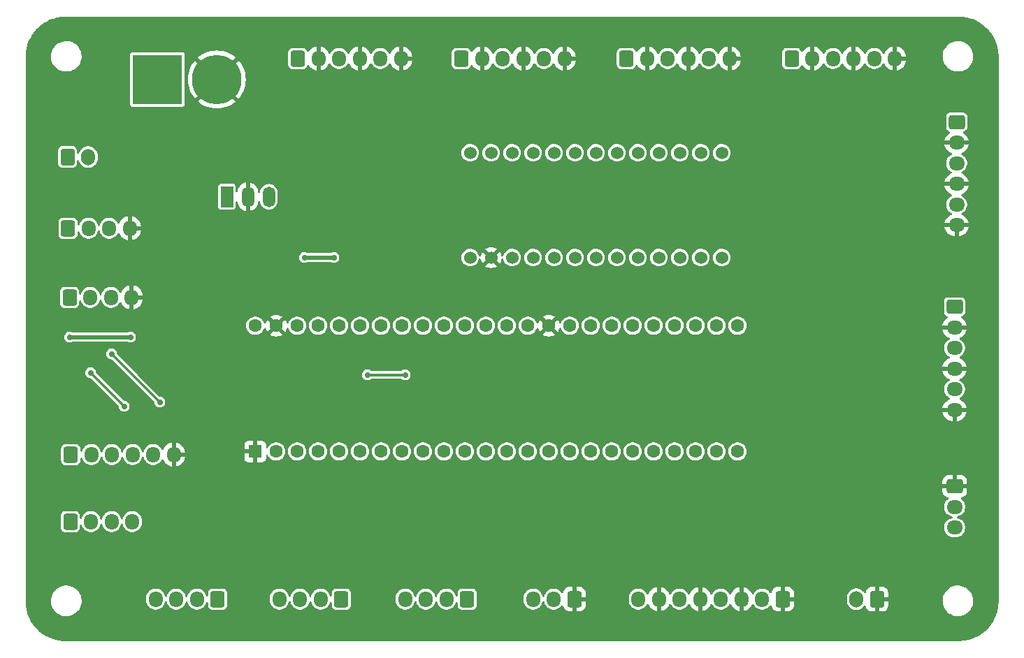
<source format=gbr>
%TF.GenerationSoftware,KiCad,Pcbnew,7.0.5-7.0.5~ubuntu20.04.1*%
%TF.CreationDate,2023-07-11T16:02:29+02:00*%
%TF.ProjectId,drone_launcher,64726f6e-655f-46c6-9175-6e636865722e,V1.0*%
%TF.SameCoordinates,Original*%
%TF.FileFunction,Copper,L2,Bot*%
%TF.FilePolarity,Positive*%
%FSLAX46Y46*%
G04 Gerber Fmt 4.6, Leading zero omitted, Abs format (unit mm)*
G04 Created by KiCad (PCBNEW 7.0.5-7.0.5~ubuntu20.04.1) date 2023-07-11 16:02:29*
%MOMM*%
%LPD*%
G01*
G04 APERTURE LIST*
G04 Aperture macros list*
%AMRoundRect*
0 Rectangle with rounded corners*
0 $1 Rounding radius*
0 $2 $3 $4 $5 $6 $7 $8 $9 X,Y pos of 4 corners*
0 Add a 4 corners polygon primitive as box body*
4,1,4,$2,$3,$4,$5,$6,$7,$8,$9,$2,$3,0*
0 Add four circle primitives for the rounded corners*
1,1,$1+$1,$2,$3*
1,1,$1+$1,$4,$5*
1,1,$1+$1,$6,$7*
1,1,$1+$1,$8,$9*
0 Add four rect primitives between the rounded corners*
20,1,$1+$1,$2,$3,$4,$5,0*
20,1,$1+$1,$4,$5,$6,$7,0*
20,1,$1+$1,$6,$7,$8,$9,0*
20,1,$1+$1,$8,$9,$2,$3,0*%
G04 Aperture macros list end*
%TA.AperFunction,ComponentPad*%
%ADD10RoundRect,0.250000X-0.725000X0.600000X-0.725000X-0.600000X0.725000X-0.600000X0.725000X0.600000X0*%
%TD*%
%TA.AperFunction,ComponentPad*%
%ADD11O,1.950000X1.700000*%
%TD*%
%TA.AperFunction,ComponentPad*%
%ADD12RoundRect,0.250000X-0.600000X-0.725000X0.600000X-0.725000X0.600000X0.725000X-0.600000X0.725000X0*%
%TD*%
%TA.AperFunction,ComponentPad*%
%ADD13O,1.700000X1.950000*%
%TD*%
%TA.AperFunction,ComponentPad*%
%ADD14C,1.524000*%
%TD*%
%TA.AperFunction,ComponentPad*%
%ADD15RoundRect,0.250000X0.600000X0.725000X-0.600000X0.725000X-0.600000X-0.725000X0.600000X-0.725000X0*%
%TD*%
%TA.AperFunction,ComponentPad*%
%ADD16R,1.500000X2.500000*%
%TD*%
%TA.AperFunction,ComponentPad*%
%ADD17O,1.500000X2.500000*%
%TD*%
%TA.AperFunction,ComponentPad*%
%ADD18C,6.000000*%
%TD*%
%TA.AperFunction,ComponentPad*%
%ADD19R,6.000000X6.000000*%
%TD*%
%TA.AperFunction,ComponentPad*%
%ADD20R,1.600000X1.600000*%
%TD*%
%TA.AperFunction,ComponentPad*%
%ADD21C,1.600000*%
%TD*%
%TA.AperFunction,ComponentPad*%
%ADD22RoundRect,0.250000X-0.600000X-0.750000X0.600000X-0.750000X0.600000X0.750000X-0.600000X0.750000X0*%
%TD*%
%TA.AperFunction,ComponentPad*%
%ADD23O,1.700000X2.000000*%
%TD*%
%TA.AperFunction,ComponentPad*%
%ADD24RoundRect,0.250000X0.600000X0.750000X-0.600000X0.750000X-0.600000X-0.750000X0.600000X-0.750000X0*%
%TD*%
%TA.AperFunction,ViaPad*%
%ADD25C,0.700000*%
%TD*%
%TA.AperFunction,Conductor*%
%ADD26C,0.500000*%
%TD*%
%TA.AperFunction,Conductor*%
%ADD27C,0.300000*%
%TD*%
G04 APERTURE END LIST*
D10*
%TO.P,J7,1,Pin_1*%
%TO.N,GND*%
X203217000Y-115864000D03*
D11*
%TO.P,J7,2,Pin_2*%
%TO.N,/LEDS_DRONE*%
X203217000Y-118364000D03*
%TO.P,J7,3,Pin_3*%
%TO.N,+5V*%
X203217000Y-120864000D03*
%TD*%
D12*
%TO.P,J14,1,Pin_1*%
%TO.N,/F1R2_TOP_SW*%
X143456000Y-64008000D03*
D13*
%TO.P,J14,2,Pin_2*%
%TO.N,GND*%
X145956000Y-64008000D03*
%TO.P,J14,3,Pin_3*%
%TO.N,/F1R2_SAFETY_SW*%
X148456000Y-64008000D03*
%TO.P,J14,4,Pin_4*%
%TO.N,GND*%
X150956000Y-64008000D03*
%TO.P,J14,5,Pin_5*%
%TO.N,/F1R2_BOTM_SW*%
X153456000Y-64008000D03*
%TO.P,J14,6,Pin_6*%
%TO.N,GND*%
X155956000Y-64008000D03*
%TD*%
D12*
%TO.P,J11,1,Pin_1*%
%TO.N,+5V*%
X96012000Y-92964000D03*
D13*
%TO.P,J11,2,Pin_2*%
%TO.N,/SDA*%
X98512000Y-92964000D03*
%TO.P,J11,3,Pin_3*%
%TO.N,/SCL*%
X101012000Y-92964000D03*
%TO.P,J11,4,Pin_4*%
%TO.N,GND*%
X103512000Y-92964000D03*
%TD*%
D14*
%TO.P,U3,1,Vin*%
%TO.N,+5V*%
X144526000Y-88138000D03*
%TO.P,U3,2,GND*%
%TO.N,GND*%
X147066000Y-88138000D03*
%TO.P,U3,3,SCL*%
%TO.N,/SCL*%
X149606000Y-88138000D03*
%TO.P,U3,4,SDA*%
%TO.N,/SDA*%
X152146000Y-88138000D03*
%TO.P,U3,5,RST*%
%TO.N,/RST_MCP*%
X154686000Y-88138000D03*
%TO.P,U3,6,A0*%
%TO.N,/F2R1_BOTM_SW*%
X157226000Y-88138000D03*
%TO.P,U3,7,A1*%
%TO.N,/F2R2_TOP_SW*%
X159766000Y-88138000D03*
%TO.P,U3,8,A2*%
%TO.N,/F2R2_SAFETY_SW*%
X162306000Y-88138000D03*
%TO.P,U3,9,A3*%
%TO.N,/F2R2_BOTM_SW*%
X164846000Y-88138000D03*
%TO.P,U3,10,A4*%
%TO.N,/F3R1_TOP_SW*%
X167386000Y-88138000D03*
%TO.P,U3,11,A5*%
%TO.N,/F3R1_SAFETY_SW*%
X169926000Y-88138000D03*
%TO.P,U3,12,A6*%
%TO.N,/F3R1_BOTM_SW*%
X172466000Y-88138000D03*
%TO.P,U3,13,A7*%
%TO.N,/F3R2_TOP_SW*%
X175006000Y-88138000D03*
%TO.P,U3,14,IA*%
%TO.N,unconnected-(U3-IA-Pad14)*%
X144526000Y-75438000D03*
%TO.P,U3,15,IB*%
%TO.N,unconnected-(U3-IB-Pad15)*%
X147066000Y-75438000D03*
%TO.P,U3,16,D0*%
%TO.N,unconnected-(U3-D0-Pad16)*%
X149606000Y-75438000D03*
%TO.P,U3,17,D1*%
%TO.N,unconnected-(U3-D1-Pad17)*%
X152146000Y-75438000D03*
%TO.P,U3,18,D2*%
%TO.N,unconnected-(U3-D2-Pad18)*%
X154686000Y-75438000D03*
%TO.P,U3,19,B7*%
%TO.N,/F1R1_TOP_SW*%
X157226000Y-75438000D03*
%TO.P,U3,20,B6*%
%TO.N,/F1R1_SAFETY_SW*%
X159766000Y-75438000D03*
%TO.P,U3,21,B5*%
%TO.N,/F1R1_BOTM_SW*%
X162306000Y-75438000D03*
%TO.P,U3,22,B4*%
%TO.N,/F1R2_TOP_SW*%
X164846000Y-75438000D03*
%TO.P,U3,23,B3*%
%TO.N,/F1R2_SAFETY_SW*%
X167386000Y-75438000D03*
%TO.P,U3,24,B2*%
%TO.N,/F1R2_BOTM_SW*%
X169926000Y-75438000D03*
%TO.P,U3,25,B1*%
%TO.N,/F2_R1_TOP_SW*%
X172466000Y-75438000D03*
%TO.P,U3,26,B0*%
%TO.N,/F2R1_SAFETY_SW*%
X175006000Y-75438000D03*
%TD*%
D15*
%TO.P,J2,1,Pin_1*%
%TO.N,/F2R2_SAFETY_SERVO*%
X128912000Y-129540000D03*
D13*
%TO.P,J2,2,Pin_2*%
%TO.N,/F2R1_SAFETY_SERVO*%
X126412000Y-129540000D03*
%TO.P,J2,3,Pin_3*%
%TO.N,/F2R2_TRIGGER_SERVO*%
X123912000Y-129540000D03*
%TO.P,J2,4,Pin_4*%
%TO.N,/F2R1_TRIGGER_SERVO*%
X121412000Y-129540000D03*
%TD*%
D16*
%TO.P,U1,1,Vin*%
%TO.N,+24V*%
X115062000Y-80772000D03*
D17*
%TO.P,U1,2,GND*%
%TO.N,GND*%
X117602000Y-80772000D03*
%TO.P,U1,3,Vout*%
%TO.N,+5V*%
X120142000Y-80772000D03*
%TD*%
D10*
%TO.P,J18,1,Pin_1*%
%TO.N,/F3R2_TOP_SW*%
X203200000Y-94100000D03*
D11*
%TO.P,J18,2,Pin_2*%
%TO.N,GND*%
X203200000Y-96600000D03*
%TO.P,J18,3,Pin_3*%
%TO.N,/F3R2_SAFETY_SW*%
X203200000Y-99100000D03*
%TO.P,J18,4,Pin_4*%
%TO.N,GND*%
X203200000Y-101600000D03*
%TO.P,J18,5,Pin_5*%
%TO.N,/F3R2_BOTM_SW*%
X203200000Y-104100000D03*
%TO.P,J18,6,Pin_6*%
%TO.N,GND*%
X203200000Y-106600000D03*
%TD*%
D15*
%TO.P,J1,1,Pin_1*%
%TO.N,/F1R2_SAFETY_SERVO*%
X113926000Y-129540000D03*
D13*
%TO.P,J1,2,Pin_2*%
%TO.N,/F1R1_SAFETY_SERVO*%
X111426000Y-129540000D03*
%TO.P,J1,3,Pin_3*%
%TO.N,/F1R2_TRIGGER_SERVO*%
X108926000Y-129540000D03*
%TO.P,J1,4,Pin_4*%
%TO.N,/F1R1_TRIGGER_SERVO*%
X106426000Y-129540000D03*
%TD*%
D12*
%TO.P,J10,1,Pin_1*%
%TO.N,+5V*%
X95798000Y-84582000D03*
D13*
%TO.P,J10,2,Pin_2*%
%TO.N,/SDA*%
X98298000Y-84582000D03*
%TO.P,J10,3,Pin_3*%
%TO.N,/SCL*%
X100798000Y-84582000D03*
%TO.P,J10,4,Pin_4*%
%TO.N,GND*%
X103298000Y-84582000D03*
%TD*%
D12*
%TO.P,J19,1,Pin_1*%
%TO.N,+5V*%
X96132000Y-112014000D03*
D13*
%TO.P,J19,2,Pin_2*%
%TO.N,/GPS_RX*%
X98632000Y-112014000D03*
%TO.P,J19,3,Pin_3*%
%TO.N,/GPS_TX*%
X101132000Y-112014000D03*
%TO.P,J19,4,Pin_4*%
%TO.N,/SDA*%
X103632000Y-112014000D03*
%TO.P,J19,5,Pin_5*%
%TO.N,/SCL*%
X106132000Y-112014000D03*
%TO.P,J19,6,Pin_6*%
%TO.N,GND*%
X108632000Y-112014000D03*
%TD*%
D10*
%TO.P,J17,1,Pin_1*%
%TO.N,/F3R1_TOP_SW*%
X203454000Y-71708000D03*
D11*
%TO.P,J17,2,Pin_2*%
%TO.N,GND*%
X203454000Y-74208000D03*
%TO.P,J17,3,Pin_3*%
%TO.N,/F3R1_SAFETY_SW*%
X203454000Y-76708000D03*
%TO.P,J17,4,Pin_4*%
%TO.N,GND*%
X203454000Y-79208000D03*
%TO.P,J17,5,Pin_5*%
%TO.N,/F3R1_BOTM_SW*%
X203454000Y-81708000D03*
%TO.P,J17,6,Pin_6*%
%TO.N,GND*%
X203454000Y-84208000D03*
%TD*%
D12*
%TO.P,J8,1,Pin_1*%
%TO.N,/SPI_SCK*%
X96092000Y-120142000D03*
D13*
%TO.P,J8,2,Pin_2*%
%TO.N,/SPI_MOSI*%
X98592000Y-120142000D03*
%TO.P,J8,3,Pin_3*%
%TO.N,/SPI_MISO*%
X101092000Y-120142000D03*
%TO.P,J8,4,Pin_4*%
%TO.N,/SPI_CS*%
X103592000Y-120142000D03*
%TD*%
D15*
%TO.P,J4,1,Pin_1*%
%TO.N,GND*%
X157146000Y-129540000D03*
D13*
%TO.P,J4,2,Pin_2*%
%TO.N,/LEDS_BAT_IND*%
X154646000Y-129540000D03*
%TO.P,J4,3,Pin_3*%
%TO.N,+5V*%
X152146000Y-129540000D03*
%TD*%
D18*
%TO.P,J20,N,NEG*%
%TO.N,GND*%
X113836000Y-66548000D03*
D19*
%TO.P,J20,P,POS*%
%TO.N,+24V*%
X106636000Y-66548000D03*
%TD*%
D12*
%TO.P,J15,1,Pin_1*%
%TO.N,/F2_R1_TOP_SW*%
X163442000Y-64008000D03*
D13*
%TO.P,J15,2,Pin_2*%
%TO.N,GND*%
X165942000Y-64008000D03*
%TO.P,J15,3,Pin_3*%
%TO.N,/F2R1_SAFETY_SW*%
X168442000Y-64008000D03*
%TO.P,J15,4,Pin_4*%
%TO.N,GND*%
X170942000Y-64008000D03*
%TO.P,J15,5,Pin_5*%
%TO.N,/F2R1_BOTM_SW*%
X173442000Y-64008000D03*
%TO.P,J15,6,Pin_6*%
%TO.N,GND*%
X175942000Y-64008000D03*
%TD*%
D12*
%TO.P,J13,1,Pin_1*%
%TO.N,/F1R1_TOP_SW*%
X123644000Y-64008000D03*
D13*
%TO.P,J13,2,Pin_2*%
%TO.N,GND*%
X126144000Y-64008000D03*
%TO.P,J13,3,Pin_3*%
%TO.N,/F1R1_SAFETY_SW*%
X128644000Y-64008000D03*
%TO.P,J13,4,Pin_4*%
%TO.N,GND*%
X131144000Y-64008000D03*
%TO.P,J13,5,Pin_5*%
%TO.N,/F1R1_BOTM_SW*%
X133644000Y-64008000D03*
%TO.P,J13,6,Pin_6*%
%TO.N,GND*%
X136144000Y-64008000D03*
%TD*%
D12*
%TO.P,J16,1,Pin_1*%
%TO.N,/F2R2_TOP_SW*%
X183468000Y-64008000D03*
D13*
%TO.P,J16,2,Pin_2*%
%TO.N,GND*%
X185968000Y-64008000D03*
%TO.P,J16,3,Pin_3*%
%TO.N,/F2R2_SAFETY_SW*%
X188468000Y-64008000D03*
%TO.P,J16,4,Pin_4*%
%TO.N,GND*%
X190968000Y-64008000D03*
%TO.P,J16,5,Pin_5*%
%TO.N,/F2R2_BOTM_SW*%
X193468000Y-64008000D03*
%TO.P,J16,6,Pin_6*%
%TO.N,GND*%
X195968000Y-64008000D03*
%TD*%
D15*
%TO.P,J3,1,Pin_1*%
%TO.N,/F3R2_SAFETY_SERVO*%
X144152000Y-129540000D03*
D13*
%TO.P,J3,2,Pin_2*%
%TO.N,/F3R1_SAFETY_SERVO*%
X141652000Y-129540000D03*
%TO.P,J3,3,Pin_3*%
%TO.N,/F3R2_TRIGGER_SERVO*%
X139152000Y-129540000D03*
%TO.P,J3,4,Pin_4*%
%TO.N,/F3R1_TRIGGER_SERVO*%
X136652000Y-129540000D03*
%TD*%
D20*
%TO.P,U2,1,GND*%
%TO.N,GND*%
X118491000Y-111633000D03*
D21*
%TO.P,U2,2,0_RX1_CRX2_CS1*%
%TO.N,/SPI_CS*%
X121031000Y-111633000D03*
%TO.P,U2,3,1_TX1_CTX2_MISO1*%
%TO.N,/SPI_MISO*%
X123571000Y-111633000D03*
%TO.P,U2,4,2_OUT2*%
%TO.N,/F1R1_TRIGGER_SERVO*%
X126111000Y-111633000D03*
%TO.P,U2,5,3_LRCLK2*%
%TO.N,/F1R2_TRIGGER_SERVO*%
X128651000Y-111633000D03*
%TO.P,U2,6,4_BCLK2*%
%TO.N,/F1R1_SAFETY_SERVO*%
X131191000Y-111633000D03*
%TO.P,U2,7,5_IN2*%
%TO.N,/F1R2_SAFETY_SERVO*%
X133731000Y-111633000D03*
%TO.P,U2,8,6_OUT1D*%
%TO.N,/F2R1_TRIGGER_SERVO*%
X136271000Y-111633000D03*
%TO.P,U2,9,7_RX2_OUT1A*%
%TO.N,/F2R2_TRIGGER_SERVO*%
X138811000Y-111633000D03*
%TO.P,U2,10,8_TX2_IN1*%
%TO.N,/F2R1_SAFETY_SERVO*%
X141351000Y-111633000D03*
%TO.P,U2,11,9_OUT1C*%
%TO.N,/F2R2_SAFETY_SERVO*%
X143891000Y-111633000D03*
%TO.P,U2,12,10_CS_MQSR*%
%TO.N,/F3R1_TRIGGER_SERVO*%
X146431000Y-111633000D03*
%TO.P,U2,13,11_MOSI_CTX1*%
%TO.N,/F3R2_TRIGGER_SERVO*%
X148971000Y-111633000D03*
%TO.P,U2,14,12_MISO_MQSL*%
%TO.N,/F3R1_SAFETY_SERVO*%
X151511000Y-111633000D03*
%TO.P,U2,15,3V3*%
%TO.N,unconnected-(U2-3V3-Pad15)*%
X154051000Y-111633000D03*
%TO.P,U2,16,24_A10_TX6_SCL2*%
%TO.N,/F3R2_SAFETY_SERVO*%
X156591000Y-111633000D03*
%TO.P,U2,17,25_A11_RX6_SDA2*%
%TO.N,/LEDS_BAT_IND*%
X159131000Y-111633000D03*
%TO.P,U2,18,26_A12_MOSI1*%
%TO.N,/SPI_MOSI*%
X161671000Y-111633000D03*
%TO.P,U2,19,27_A13_SCK1*%
%TO.N,/SPI_SCK*%
X164211000Y-111633000D03*
%TO.P,U2,20,28_RX7*%
%TO.N,/MENU1_SW*%
X166751000Y-111633000D03*
%TO.P,U2,21,29_TX7*%
%TO.N,/MENU2_SW*%
X169291000Y-111633000D03*
%TO.P,U2,22,30_CRX3*%
%TO.N,/MENU3_SW*%
X171831000Y-111633000D03*
%TO.P,U2,23,31_CTX3*%
%TO.N,/MENU4_SW*%
X174371000Y-111633000D03*
%TO.P,U2,24,32_OUT1B*%
%TO.N,/ARM_SW*%
X176911000Y-111633000D03*
%TO.P,U2,25,33_MCLK2*%
%TO.N,/LEDS_DRONE*%
X176911000Y-96393000D03*
%TO.P,U2,26,34_RX8*%
%TO.N,/F3R2_BOTM_SW*%
X174371000Y-96393000D03*
%TO.P,U2,27,35_TX8*%
%TO.N,/F3R2_SAFETY_SW*%
X171831000Y-96393000D03*
%TO.P,U2,28,36_CS*%
%TO.N,/LED_ALIVE*%
X169291000Y-96393000D03*
%TO.P,U2,29,37_CS*%
%TO.N,/LED_DBG*%
X166751000Y-96393000D03*
%TO.P,U2,30,38_CS1_IN1*%
%TO.N,unconnected-(U2-38_CS1_IN1-Pad30)*%
X164211000Y-96393000D03*
%TO.P,U2,31,39_MISO1_OUT1A*%
%TO.N,unconnected-(U2-39_MISO1_OUT1A-Pad31)*%
X161671000Y-96393000D03*
%TO.P,U2,32,40_A16*%
%TO.N,unconnected-(U2-40_A16-Pad32)*%
X159131000Y-96393000D03*
%TO.P,U2,33,41_A17*%
%TO.N,unconnected-(U2-41_A17-Pad33)*%
X156591000Y-96393000D03*
%TO.P,U2,34,GND*%
%TO.N,GND*%
X154051000Y-96393000D03*
%TO.P,U2,35,13_SCK_LED*%
%TO.N,unconnected-(U2-13_SCK_LED-Pad35)*%
X151511000Y-96393000D03*
%TO.P,U2,36,14_A0_TX3_SPDIF_OUT*%
%TO.N,/RST_MCP*%
X148971000Y-96393000D03*
%TO.P,U2,37,15_A1_RX3_SPDIF_IN*%
%TO.N,unconnected-(U2-15_A1_RX3_SPDIF_IN-Pad37)*%
X146431000Y-96393000D03*
%TO.P,U2,38,16_A2_RX4_SCL1*%
%TO.N,unconnected-(U2-16_A2_RX4_SCL1-Pad38)*%
X143891000Y-96393000D03*
%TO.P,U2,39,17_A3_TX4_SDA1*%
%TO.N,unconnected-(U2-17_A3_TX4_SDA1-Pad39)*%
X141351000Y-96393000D03*
%TO.P,U2,40,18_A4_SDA*%
%TO.N,/SDA*%
X138811000Y-96393000D03*
%TO.P,U2,41,19_A5_SCL*%
%TO.N,/SCL*%
X136271000Y-96393000D03*
%TO.P,U2,42,20_A6_TX5_LRCLK1*%
%TO.N,/GPS_TX*%
X133731000Y-96393000D03*
%TO.P,U2,43,21_A7_RX5_BCLK1*%
%TO.N,/GPS_RX*%
X131191000Y-96393000D03*
%TO.P,U2,44,22_A8_CTX1*%
%TO.N,unconnected-(U2-22_A8_CTX1-Pad44)*%
X128651000Y-96393000D03*
%TO.P,U2,45,23_A9_CRX1_MCLK1*%
%TO.N,/BAT_MEAS*%
X126111000Y-96393000D03*
%TO.P,U2,46,3V3*%
%TO.N,unconnected-(U2-3V3-Pad46)*%
X123571000Y-96393000D03*
%TO.P,U2,47,GND*%
%TO.N,GND*%
X121031000Y-96393000D03*
%TO.P,U2,48,VIN*%
%TO.N,+5V*%
X118491000Y-96393000D03*
%TD*%
D22*
%TO.P,J9,1,Pin_1*%
%TO.N,/SDA*%
X95758000Y-75946000D03*
D23*
%TO.P,J9,2,Pin_2*%
%TO.N,/SCL*%
X98258000Y-75946000D03*
%TD*%
D15*
%TO.P,J5,1,Pin_1*%
%TO.N,GND*%
X182386000Y-129540000D03*
D13*
%TO.P,J5,2,Pin_2*%
%TO.N,/MENU4_SW*%
X179886000Y-129540000D03*
%TO.P,J5,3,Pin_3*%
%TO.N,GND*%
X177386000Y-129540000D03*
%TO.P,J5,4,Pin_4*%
%TO.N,/MENU3_SW*%
X174886000Y-129540000D03*
%TO.P,J5,5,Pin_5*%
%TO.N,GND*%
X172386000Y-129540000D03*
%TO.P,J5,6,Pin_6*%
%TO.N,/MENU2_SW*%
X169886000Y-129540000D03*
%TO.P,J5,7,Pin_7*%
%TO.N,GND*%
X167386000Y-129540000D03*
%TO.P,J5,8,Pin_8*%
%TO.N,/MENU1_SW*%
X164886000Y-129540000D03*
%TD*%
D24*
%TO.P,J6,1,Pin_1*%
%TO.N,GND*%
X193802000Y-129540000D03*
D23*
%TO.P,J6,2,Pin_2*%
%TO.N,/ARM_SW*%
X191302000Y-129540000D03*
%TD*%
D25*
%TO.N,GND*%
X130810000Y-92456000D03*
X131254500Y-83820000D03*
X187198000Y-111760000D03*
X112151000Y-86991000D03*
X118364000Y-114046000D03*
X108712000Y-107950000D03*
%TO.N,+5V*%
X103378000Y-97790000D03*
X124460000Y-88138000D03*
X96012000Y-97790000D03*
X128016000Y-88138000D03*
%TO.N,/SCL*%
X106934000Y-105664000D03*
X101092000Y-99822000D03*
%TO.N,/SDA*%
X102616000Y-106172000D03*
X98552000Y-102108000D03*
X136652000Y-102362000D03*
X132080000Y-102362000D03*
%TD*%
D26*
%TO.N,+5V*%
X128016000Y-88138000D02*
X124460000Y-88138000D01*
X103378000Y-97790000D02*
X96012000Y-97790000D01*
D27*
%TO.N,/SCL*%
X101092000Y-99822000D02*
X106934000Y-105664000D01*
%TO.N,/SDA*%
X98552000Y-102108000D02*
X102616000Y-106172000D01*
X136652000Y-102362000D02*
X132080000Y-102362000D01*
%TD*%
%TA.AperFunction,Conductor*%
%TO.N,GND*%
G36*
X203709351Y-58928559D02*
G01*
X203902251Y-58936980D01*
X203981886Y-58940662D01*
X204132771Y-58947638D01*
X204137969Y-58948099D01*
X204348302Y-58975790D01*
X204562356Y-59005649D01*
X204567182Y-59006519D01*
X204706556Y-59037418D01*
X204777373Y-59053118D01*
X204984966Y-59101943D01*
X204989389Y-59103159D01*
X205196009Y-59168306D01*
X205397234Y-59235750D01*
X205401208Y-59237237D01*
X205601428Y-59320171D01*
X205602690Y-59320711D01*
X205795792Y-59405974D01*
X205799330Y-59407674D01*
X205991852Y-59507894D01*
X205993385Y-59508719D01*
X206177461Y-59611249D01*
X206180559Y-59613096D01*
X206363863Y-59729874D01*
X206365506Y-59730961D01*
X206539149Y-59849909D01*
X206541831Y-59851855D01*
X206714338Y-59984224D01*
X206716114Y-59985641D01*
X206860836Y-60105817D01*
X206877958Y-60120035D01*
X206880237Y-60122022D01*
X207040563Y-60268934D01*
X207042494Y-60270782D01*
X207191215Y-60419503D01*
X207193064Y-60421435D01*
X207339976Y-60581761D01*
X207341963Y-60584040D01*
X207377288Y-60626580D01*
X207476348Y-60745873D01*
X207477798Y-60747690D01*
X207610143Y-60920167D01*
X207612099Y-60922863D01*
X207731019Y-61096465D01*
X207732144Y-61098166D01*
X207848893Y-61281425D01*
X207850768Y-61284569D01*
X207953274Y-61468605D01*
X207954104Y-61470146D01*
X208054309Y-61662637D01*
X208056032Y-61666223D01*
X208141282Y-61859297D01*
X208141845Y-61860613D01*
X208224751Y-62060764D01*
X208226257Y-62064789D01*
X208293702Y-62266018D01*
X208358836Y-62472598D01*
X208360059Y-62477048D01*
X208408877Y-62684613D01*
X208455476Y-62894802D01*
X208456351Y-62899657D01*
X208486213Y-63113730D01*
X208513896Y-63324000D01*
X208514360Y-63329232D01*
X208525023Y-63559856D01*
X208533441Y-63752648D01*
X208533500Y-63755353D01*
X208533500Y-129792646D01*
X208533441Y-129795351D01*
X208525023Y-129988143D01*
X208514360Y-130218766D01*
X208513896Y-130223998D01*
X208486213Y-130434268D01*
X208456351Y-130648341D01*
X208455476Y-130653196D01*
X208408877Y-130863385D01*
X208360059Y-131070950D01*
X208358836Y-131075400D01*
X208293702Y-131281980D01*
X208226257Y-131483209D01*
X208224751Y-131487234D01*
X208141845Y-131687385D01*
X208141282Y-131688701D01*
X208056032Y-131881775D01*
X208054309Y-131885361D01*
X207954104Y-132077852D01*
X207953274Y-132079393D01*
X207850768Y-132263429D01*
X207848893Y-132266573D01*
X207732144Y-132449832D01*
X207731003Y-132451558D01*
X207612105Y-132625127D01*
X207610143Y-132627831D01*
X207477798Y-132800308D01*
X207476309Y-132802174D01*
X207341963Y-132963958D01*
X207339976Y-132966237D01*
X207193064Y-133126563D01*
X207191193Y-133128518D01*
X207042518Y-133277193D01*
X207040563Y-133279064D01*
X206880237Y-133425976D01*
X206877958Y-133427963D01*
X206716174Y-133562309D01*
X206714308Y-133563798D01*
X206541831Y-133696143D01*
X206539127Y-133698105D01*
X206365558Y-133817003D01*
X206363832Y-133818144D01*
X206180573Y-133934893D01*
X206177429Y-133936768D01*
X205993393Y-134039274D01*
X205991852Y-134040104D01*
X205799361Y-134140309D01*
X205795775Y-134142032D01*
X205602701Y-134227282D01*
X205601385Y-134227845D01*
X205401234Y-134310751D01*
X205397209Y-134312257D01*
X205195980Y-134379702D01*
X204989400Y-134444836D01*
X204984950Y-134446059D01*
X204777385Y-134494877D01*
X204567196Y-134541476D01*
X204562341Y-134542351D01*
X204348268Y-134572213D01*
X204137998Y-134599896D01*
X204132766Y-134600360D01*
X203902187Y-134611020D01*
X203709350Y-134619441D01*
X203706649Y-134619500D01*
X95505315Y-134626177D01*
X95502697Y-134626122D01*
X95304031Y-134617740D01*
X95304012Y-134617739D01*
X95302926Y-134617693D01*
X95093239Y-134608323D01*
X95088182Y-134607889D01*
X94879859Y-134581392D01*
X94677210Y-134554082D01*
X94672512Y-134553264D01*
X94621527Y-134542351D01*
X94465902Y-134509040D01*
X94267494Y-134463990D01*
X94263182Y-134462847D01*
X94060479Y-134401206D01*
X93867154Y-134338730D01*
X93863247Y-134337321D01*
X93666733Y-134258932D01*
X93665454Y-134258405D01*
X93479204Y-134179248D01*
X93475713Y-134177634D01*
X93286348Y-134082891D01*
X93284846Y-134082114D01*
X93182338Y-134027282D01*
X93106577Y-133986756D01*
X93103532Y-133985014D01*
X92922715Y-133874591D01*
X92921038Y-133873529D01*
X92752050Y-133762694D01*
X92749396Y-133760853D01*
X92578526Y-133635590D01*
X92576691Y-133634192D01*
X92418311Y-133508766D01*
X92416063Y-133506898D01*
X92256311Y-133367649D01*
X92254392Y-133365905D01*
X92107832Y-133226855D01*
X92105974Y-133225016D01*
X91958534Y-133072817D01*
X91956567Y-133070689D01*
X91822946Y-132919070D01*
X91821504Y-132917371D01*
X91687392Y-132753269D01*
X91685443Y-132750754D01*
X91565861Y-132587799D01*
X91564708Y-132586174D01*
X91444955Y-132411441D01*
X91443039Y-132408467D01*
X91338446Y-132235462D01*
X91337606Y-132234030D01*
X91233025Y-132049875D01*
X91231230Y-132046474D01*
X91142396Y-131864649D01*
X91141802Y-131863398D01*
X91053189Y-131671267D01*
X91051585Y-131667459D01*
X90979044Y-131477712D01*
X90906814Y-131278471D01*
X90905463Y-131274280D01*
X90850054Y-131078539D01*
X90795003Y-130874429D01*
X90793957Y-130869861D01*
X90756052Y-130669028D01*
X90718606Y-130462195D01*
X90717923Y-130457277D01*
X90697518Y-130248090D01*
X90678778Y-130050909D01*
X90678500Y-130045040D01*
X90678500Y-129815763D01*
X93751787Y-129815763D01*
X93781413Y-130085013D01*
X93781415Y-130085024D01*
X93849926Y-130347082D01*
X93849928Y-130347088D01*
X93955870Y-130596390D01*
X94065681Y-130776321D01*
X94096979Y-130827605D01*
X94096986Y-130827615D01*
X94270253Y-131035819D01*
X94270259Y-131035824D01*
X94314429Y-131075400D01*
X94471998Y-131216582D01*
X94697910Y-131366044D01*
X94943176Y-131481020D01*
X94943183Y-131481022D01*
X94943185Y-131481023D01*
X95202557Y-131559057D01*
X95202564Y-131559058D01*
X95202569Y-131559060D01*
X95470561Y-131598500D01*
X95470566Y-131598500D01*
X95673629Y-131598500D01*
X95673631Y-131598500D01*
X95673636Y-131598499D01*
X95673648Y-131598499D01*
X95711191Y-131595750D01*
X95876156Y-131583677D01*
X95988758Y-131558593D01*
X96140546Y-131524782D01*
X96140548Y-131524781D01*
X96140553Y-131524780D01*
X96393558Y-131428014D01*
X96629777Y-131295441D01*
X96844177Y-131129888D01*
X97032186Y-130934881D01*
X97189799Y-130714579D01*
X97281575Y-130536073D01*
X97313649Y-130473690D01*
X97313651Y-130473684D01*
X97313656Y-130473675D01*
X97401118Y-130217305D01*
X97450319Y-129950933D01*
X97458825Y-129718194D01*
X105275500Y-129718194D01*
X105290244Y-129877310D01*
X105338838Y-130048099D01*
X105348596Y-130082392D01*
X105348596Y-130082394D01*
X105443632Y-130273253D01*
X105571592Y-130442697D01*
X105572128Y-130443407D01*
X105729698Y-130587052D01*
X105910981Y-130699298D01*
X106109802Y-130776321D01*
X106319390Y-130815500D01*
X106319392Y-130815500D01*
X106532608Y-130815500D01*
X106532610Y-130815500D01*
X106742198Y-130776321D01*
X106941019Y-130699298D01*
X107122302Y-130587052D01*
X107279872Y-130443407D01*
X107408366Y-130273255D01*
X107436228Y-130217300D01*
X107503403Y-130082394D01*
X107503403Y-130082393D01*
X107503405Y-130082389D01*
X107556734Y-129894959D01*
X107594014Y-129835867D01*
X107657323Y-129806310D01*
X107726563Y-129815672D01*
X107779749Y-129860982D01*
X107795265Y-129894959D01*
X107838838Y-130048099D01*
X107848596Y-130082392D01*
X107848596Y-130082394D01*
X107943632Y-130273253D01*
X108071592Y-130442697D01*
X108072128Y-130443407D01*
X108229698Y-130587052D01*
X108410981Y-130699298D01*
X108609802Y-130776321D01*
X108819390Y-130815500D01*
X108819392Y-130815500D01*
X109032608Y-130815500D01*
X109032610Y-130815500D01*
X109242198Y-130776321D01*
X109441019Y-130699298D01*
X109622302Y-130587052D01*
X109779872Y-130443407D01*
X109908366Y-130273255D01*
X109936228Y-130217300D01*
X110003403Y-130082394D01*
X110003403Y-130082393D01*
X110003405Y-130082389D01*
X110056734Y-129894959D01*
X110094014Y-129835867D01*
X110157323Y-129806310D01*
X110226563Y-129815672D01*
X110279749Y-129860982D01*
X110295265Y-129894959D01*
X110338838Y-130048099D01*
X110348596Y-130082392D01*
X110348596Y-130082394D01*
X110443632Y-130273253D01*
X110571592Y-130442697D01*
X110572128Y-130443407D01*
X110729698Y-130587052D01*
X110910981Y-130699298D01*
X111109802Y-130776321D01*
X111319390Y-130815500D01*
X111319392Y-130815500D01*
X111532608Y-130815500D01*
X111532610Y-130815500D01*
X111742198Y-130776321D01*
X111941019Y-130699298D01*
X112122302Y-130587052D01*
X112279872Y-130443407D01*
X112408366Y-130273255D01*
X112436228Y-130217300D01*
X112503403Y-130082394D01*
X112503403Y-130082393D01*
X112503405Y-130082389D01*
X112532234Y-129981064D01*
X112569513Y-129921973D01*
X112632823Y-129892416D01*
X112702063Y-129901778D01*
X112755249Y-129947088D01*
X112775496Y-130013960D01*
X112775500Y-130015000D01*
X112775500Y-130308102D01*
X112777171Y-130322015D01*
X112786122Y-130396561D01*
X112841639Y-130537343D01*
X112933077Y-130657922D01*
X113053656Y-130749360D01*
X113053657Y-130749360D01*
X113053658Y-130749361D01*
X113194436Y-130804877D01*
X113282898Y-130815500D01*
X113282903Y-130815500D01*
X114569097Y-130815500D01*
X114569102Y-130815500D01*
X114657564Y-130804877D01*
X114798342Y-130749361D01*
X114918922Y-130657922D01*
X115010361Y-130537342D01*
X115065877Y-130396564D01*
X115076500Y-130308102D01*
X115076500Y-129718194D01*
X120261500Y-129718194D01*
X120276244Y-129877310D01*
X120324838Y-130048099D01*
X120334596Y-130082392D01*
X120334596Y-130082394D01*
X120429632Y-130273253D01*
X120557592Y-130442697D01*
X120558128Y-130443407D01*
X120715698Y-130587052D01*
X120896981Y-130699298D01*
X121095802Y-130776321D01*
X121305390Y-130815500D01*
X121305392Y-130815500D01*
X121518608Y-130815500D01*
X121518610Y-130815500D01*
X121728198Y-130776321D01*
X121927019Y-130699298D01*
X122108302Y-130587052D01*
X122265872Y-130443407D01*
X122394366Y-130273255D01*
X122422228Y-130217300D01*
X122489403Y-130082394D01*
X122489403Y-130082393D01*
X122489405Y-130082389D01*
X122542734Y-129894959D01*
X122580014Y-129835867D01*
X122643323Y-129806310D01*
X122712563Y-129815672D01*
X122765749Y-129860982D01*
X122781265Y-129894959D01*
X122824838Y-130048099D01*
X122834596Y-130082392D01*
X122834596Y-130082394D01*
X122929632Y-130273253D01*
X123057592Y-130442697D01*
X123058128Y-130443407D01*
X123215698Y-130587052D01*
X123396981Y-130699298D01*
X123595802Y-130776321D01*
X123805390Y-130815500D01*
X123805392Y-130815500D01*
X124018608Y-130815500D01*
X124018610Y-130815500D01*
X124228198Y-130776321D01*
X124427019Y-130699298D01*
X124608302Y-130587052D01*
X124765872Y-130443407D01*
X124894366Y-130273255D01*
X124922228Y-130217300D01*
X124989403Y-130082394D01*
X124989403Y-130082392D01*
X124989405Y-130082389D01*
X125042734Y-129894958D01*
X125080012Y-129835867D01*
X125143322Y-129806310D01*
X125212561Y-129815672D01*
X125265748Y-129860982D01*
X125281265Y-129894959D01*
X125295135Y-129943705D01*
X125334595Y-130082389D01*
X125334596Y-130082391D01*
X125334597Y-130082394D01*
X125429632Y-130273253D01*
X125557592Y-130442697D01*
X125558128Y-130443407D01*
X125715698Y-130587052D01*
X125896981Y-130699298D01*
X126095802Y-130776321D01*
X126305390Y-130815500D01*
X126305392Y-130815500D01*
X126518608Y-130815500D01*
X126518610Y-130815500D01*
X126728198Y-130776321D01*
X126927019Y-130699298D01*
X127108302Y-130587052D01*
X127265872Y-130443407D01*
X127394366Y-130273255D01*
X127422228Y-130217300D01*
X127489403Y-130082394D01*
X127489403Y-130082393D01*
X127489405Y-130082389D01*
X127518234Y-129981064D01*
X127555513Y-129921973D01*
X127618823Y-129892416D01*
X127688063Y-129901778D01*
X127741249Y-129947088D01*
X127761496Y-130013960D01*
X127761500Y-130015000D01*
X127761500Y-130308102D01*
X127763171Y-130322015D01*
X127772122Y-130396561D01*
X127827639Y-130537343D01*
X127919077Y-130657922D01*
X128039656Y-130749360D01*
X128039657Y-130749360D01*
X128039658Y-130749361D01*
X128180436Y-130804877D01*
X128268898Y-130815500D01*
X128268903Y-130815500D01*
X129555097Y-130815500D01*
X129555102Y-130815500D01*
X129643564Y-130804877D01*
X129784342Y-130749361D01*
X129904922Y-130657922D01*
X129996361Y-130537342D01*
X130051877Y-130396564D01*
X130062500Y-130308102D01*
X130062500Y-129718194D01*
X135501500Y-129718194D01*
X135516244Y-129877310D01*
X135564838Y-130048099D01*
X135574596Y-130082392D01*
X135574596Y-130082394D01*
X135669632Y-130273253D01*
X135797592Y-130442697D01*
X135798128Y-130443407D01*
X135955698Y-130587052D01*
X136136981Y-130699298D01*
X136335802Y-130776321D01*
X136545390Y-130815500D01*
X136545392Y-130815500D01*
X136758608Y-130815500D01*
X136758610Y-130815500D01*
X136968198Y-130776321D01*
X137167019Y-130699298D01*
X137348302Y-130587052D01*
X137505872Y-130443407D01*
X137634366Y-130273255D01*
X137662228Y-130217300D01*
X137729403Y-130082394D01*
X137729403Y-130082392D01*
X137729405Y-130082389D01*
X137782734Y-129894958D01*
X137820012Y-129835867D01*
X137883322Y-129806310D01*
X137952561Y-129815672D01*
X138005748Y-129860982D01*
X138021265Y-129894959D01*
X138035135Y-129943705D01*
X138074595Y-130082389D01*
X138074596Y-130082391D01*
X138074597Y-130082394D01*
X138169632Y-130273253D01*
X138297592Y-130442697D01*
X138298128Y-130443407D01*
X138455698Y-130587052D01*
X138636981Y-130699298D01*
X138835802Y-130776321D01*
X139045390Y-130815500D01*
X139045392Y-130815500D01*
X139258608Y-130815500D01*
X139258610Y-130815500D01*
X139468198Y-130776321D01*
X139667019Y-130699298D01*
X139848302Y-130587052D01*
X140005872Y-130443407D01*
X140134366Y-130273255D01*
X140162228Y-130217300D01*
X140229403Y-130082394D01*
X140229403Y-130082392D01*
X140229405Y-130082389D01*
X140282734Y-129894958D01*
X140320012Y-129835867D01*
X140383322Y-129806310D01*
X140452561Y-129815672D01*
X140505748Y-129860982D01*
X140521265Y-129894959D01*
X140535135Y-129943705D01*
X140574595Y-130082389D01*
X140574596Y-130082391D01*
X140574597Y-130082394D01*
X140669632Y-130273253D01*
X140797592Y-130442697D01*
X140798128Y-130443407D01*
X140955698Y-130587052D01*
X141136981Y-130699298D01*
X141335802Y-130776321D01*
X141545390Y-130815500D01*
X141545392Y-130815500D01*
X141758608Y-130815500D01*
X141758610Y-130815500D01*
X141968198Y-130776321D01*
X142167019Y-130699298D01*
X142348302Y-130587052D01*
X142505872Y-130443407D01*
X142634366Y-130273255D01*
X142662228Y-130217300D01*
X142729403Y-130082394D01*
X142729403Y-130082393D01*
X142729405Y-130082389D01*
X142758234Y-129981064D01*
X142795513Y-129921973D01*
X142858823Y-129892416D01*
X142928063Y-129901778D01*
X142981249Y-129947088D01*
X143001496Y-130013960D01*
X143001500Y-130015000D01*
X143001500Y-130308102D01*
X143003171Y-130322015D01*
X143012122Y-130396561D01*
X143067639Y-130537343D01*
X143159077Y-130657922D01*
X143279656Y-130749360D01*
X143279657Y-130749360D01*
X143279658Y-130749361D01*
X143420436Y-130804877D01*
X143508898Y-130815500D01*
X143508903Y-130815500D01*
X144795097Y-130815500D01*
X144795102Y-130815500D01*
X144883564Y-130804877D01*
X145024342Y-130749361D01*
X145144922Y-130657922D01*
X145236361Y-130537342D01*
X145291877Y-130396564D01*
X145302500Y-130308102D01*
X145302500Y-129718194D01*
X150995500Y-129718194D01*
X151010244Y-129877310D01*
X151058838Y-130048099D01*
X151068596Y-130082392D01*
X151068596Y-130082394D01*
X151163632Y-130273253D01*
X151291592Y-130442697D01*
X151292128Y-130443407D01*
X151449698Y-130587052D01*
X151630981Y-130699298D01*
X151829802Y-130776321D01*
X152039390Y-130815500D01*
X152039392Y-130815500D01*
X152252608Y-130815500D01*
X152252610Y-130815500D01*
X152462198Y-130776321D01*
X152661019Y-130699298D01*
X152842302Y-130587052D01*
X152999872Y-130443407D01*
X153128366Y-130273255D01*
X153156228Y-130217300D01*
X153223403Y-130082394D01*
X153223403Y-130082393D01*
X153223405Y-130082389D01*
X153276734Y-129894959D01*
X153314014Y-129835867D01*
X153377323Y-129806310D01*
X153446563Y-129815672D01*
X153499749Y-129860982D01*
X153515265Y-129894959D01*
X153558838Y-130048099D01*
X153568596Y-130082392D01*
X153568596Y-130082394D01*
X153663632Y-130273253D01*
X153791592Y-130442697D01*
X153792128Y-130443407D01*
X153949698Y-130587052D01*
X154130981Y-130699298D01*
X154329802Y-130776321D01*
X154539390Y-130815500D01*
X154539392Y-130815500D01*
X154752608Y-130815500D01*
X154752610Y-130815500D01*
X154962198Y-130776321D01*
X155161019Y-130699298D01*
X155342302Y-130587052D01*
X155499872Y-130443407D01*
X155582041Y-130334598D01*
X155638148Y-130292964D01*
X155707860Y-130288273D01*
X155769042Y-130322015D01*
X155802269Y-130383478D01*
X155804351Y-130396722D01*
X155806494Y-130417697D01*
X155861641Y-130584119D01*
X155861643Y-130584124D01*
X155953684Y-130733345D01*
X156077654Y-130857315D01*
X156226875Y-130949356D01*
X156226880Y-130949358D01*
X156393302Y-131004505D01*
X156393309Y-131004506D01*
X156496019Y-131014999D01*
X156895999Y-131014999D01*
X156896000Y-131014998D01*
X156896000Y-129948018D01*
X157010801Y-130000446D01*
X157112025Y-130015000D01*
X157179975Y-130015000D01*
X157281199Y-130000446D01*
X157396000Y-129948018D01*
X157396000Y-131014999D01*
X157795972Y-131014999D01*
X157795986Y-131014998D01*
X157898697Y-131004505D01*
X158065119Y-130949358D01*
X158065124Y-130949356D01*
X158214345Y-130857315D01*
X158338315Y-130733345D01*
X158430356Y-130584124D01*
X158430358Y-130584119D01*
X158485505Y-130417697D01*
X158485506Y-130417690D01*
X158495999Y-130314986D01*
X158496000Y-130314973D01*
X158496000Y-129790000D01*
X157549969Y-129790000D01*
X157582519Y-129739351D01*
X157588731Y-129718194D01*
X163735500Y-129718194D01*
X163750244Y-129877310D01*
X163798838Y-130048099D01*
X163808596Y-130082392D01*
X163808596Y-130082394D01*
X163903632Y-130273253D01*
X164031592Y-130442697D01*
X164032128Y-130443407D01*
X164189698Y-130587052D01*
X164370981Y-130699298D01*
X164569802Y-130776321D01*
X164779390Y-130815500D01*
X164779392Y-130815500D01*
X164992608Y-130815500D01*
X164992610Y-130815500D01*
X165202198Y-130776321D01*
X165401019Y-130699298D01*
X165582302Y-130587052D01*
X165739872Y-130443407D01*
X165868366Y-130273255D01*
X165914668Y-130180266D01*
X165962168Y-130129031D01*
X166029831Y-130111609D01*
X166096172Y-130133534D01*
X166138049Y-130183134D01*
X166212399Y-130342577D01*
X166212400Y-130342579D01*
X166347886Y-130536073D01*
X166347891Y-130536079D01*
X166514917Y-130703105D01*
X166708421Y-130838600D01*
X166922507Y-130938429D01*
X166922516Y-130938433D01*
X167136000Y-130995634D01*
X167136000Y-129948018D01*
X167250801Y-130000446D01*
X167352025Y-130015000D01*
X167419975Y-130015000D01*
X167521199Y-130000446D01*
X167636000Y-129948018D01*
X167636000Y-130995634D01*
X167849483Y-130938433D01*
X167849492Y-130938429D01*
X168063577Y-130838600D01*
X168063579Y-130838599D01*
X168257073Y-130703113D01*
X168257079Y-130703108D01*
X168424108Y-130536079D01*
X168424113Y-130536073D01*
X168559599Y-130342579D01*
X168559600Y-130342577D01*
X168633950Y-130183134D01*
X168680122Y-130130695D01*
X168747316Y-130111543D01*
X168814197Y-130131759D01*
X168857332Y-130180268D01*
X168903632Y-130273253D01*
X169031592Y-130442697D01*
X169032128Y-130443407D01*
X169189698Y-130587052D01*
X169370981Y-130699298D01*
X169569802Y-130776321D01*
X169779390Y-130815500D01*
X169779392Y-130815500D01*
X169992608Y-130815500D01*
X169992610Y-130815500D01*
X170202198Y-130776321D01*
X170401019Y-130699298D01*
X170582302Y-130587052D01*
X170739872Y-130443407D01*
X170868366Y-130273255D01*
X170914668Y-130180266D01*
X170962168Y-130129031D01*
X171029831Y-130111609D01*
X171096172Y-130133534D01*
X171138049Y-130183134D01*
X171212399Y-130342577D01*
X171212400Y-130342579D01*
X171347886Y-130536073D01*
X171347891Y-130536079D01*
X171514917Y-130703105D01*
X171708421Y-130838600D01*
X171922507Y-130938429D01*
X171922516Y-130938433D01*
X172136000Y-130995634D01*
X172136000Y-129948018D01*
X172250801Y-130000446D01*
X172352025Y-130015000D01*
X172419975Y-130015000D01*
X172521199Y-130000446D01*
X172636000Y-129948018D01*
X172636000Y-130995633D01*
X172849483Y-130938433D01*
X172849492Y-130938429D01*
X173063577Y-130838600D01*
X173063579Y-130838599D01*
X173257073Y-130703113D01*
X173257079Y-130703108D01*
X173424108Y-130536079D01*
X173424113Y-130536073D01*
X173559599Y-130342579D01*
X173559600Y-130342577D01*
X173633950Y-130183134D01*
X173680122Y-130130695D01*
X173747316Y-130111543D01*
X173814197Y-130131759D01*
X173857332Y-130180268D01*
X173903632Y-130273253D01*
X174031592Y-130442697D01*
X174032128Y-130443407D01*
X174189698Y-130587052D01*
X174370981Y-130699298D01*
X174569802Y-130776321D01*
X174779390Y-130815500D01*
X174779392Y-130815500D01*
X174992608Y-130815500D01*
X174992610Y-130815500D01*
X175202198Y-130776321D01*
X175401019Y-130699298D01*
X175582302Y-130587052D01*
X175739872Y-130443407D01*
X175868366Y-130273255D01*
X175914668Y-130180266D01*
X175962168Y-130129031D01*
X176029831Y-130111609D01*
X176096172Y-130133534D01*
X176138049Y-130183134D01*
X176212399Y-130342577D01*
X176212400Y-130342579D01*
X176347886Y-130536073D01*
X176347891Y-130536079D01*
X176514917Y-130703105D01*
X176708421Y-130838600D01*
X176922507Y-130938429D01*
X176922516Y-130938433D01*
X177136000Y-130995634D01*
X177136000Y-129948018D01*
X177250801Y-130000446D01*
X177352025Y-130015000D01*
X177419975Y-130015000D01*
X177521199Y-130000446D01*
X177636000Y-129948018D01*
X177636000Y-130995633D01*
X177849483Y-130938433D01*
X177849492Y-130938429D01*
X178063577Y-130838600D01*
X178063579Y-130838599D01*
X178257073Y-130703113D01*
X178257079Y-130703108D01*
X178424108Y-130536079D01*
X178424113Y-130536073D01*
X178559599Y-130342579D01*
X178559600Y-130342577D01*
X178633950Y-130183134D01*
X178680122Y-130130695D01*
X178747316Y-130111543D01*
X178814197Y-130131759D01*
X178857332Y-130180268D01*
X178903632Y-130273253D01*
X179031592Y-130442697D01*
X179032128Y-130443407D01*
X179189698Y-130587052D01*
X179370981Y-130699298D01*
X179569802Y-130776321D01*
X179779390Y-130815500D01*
X179779392Y-130815500D01*
X179992608Y-130815500D01*
X179992610Y-130815500D01*
X180202198Y-130776321D01*
X180401019Y-130699298D01*
X180582302Y-130587052D01*
X180739872Y-130443407D01*
X180822041Y-130334598D01*
X180878148Y-130292964D01*
X180947860Y-130288273D01*
X181009042Y-130322015D01*
X181042269Y-130383478D01*
X181044351Y-130396722D01*
X181046494Y-130417697D01*
X181101641Y-130584119D01*
X181101643Y-130584124D01*
X181193684Y-130733345D01*
X181317654Y-130857315D01*
X181466875Y-130949356D01*
X181466880Y-130949358D01*
X181633302Y-131004505D01*
X181633309Y-131004506D01*
X181736019Y-131014999D01*
X182135999Y-131014999D01*
X182136000Y-131014998D01*
X182136000Y-129948018D01*
X182250801Y-130000446D01*
X182352025Y-130015000D01*
X182419975Y-130015000D01*
X182521199Y-130000446D01*
X182636000Y-129948018D01*
X182636000Y-131014999D01*
X183035972Y-131014999D01*
X183035986Y-131014998D01*
X183138697Y-131004505D01*
X183305119Y-130949358D01*
X183305124Y-130949356D01*
X183454345Y-130857315D01*
X183578315Y-130733345D01*
X183670356Y-130584124D01*
X183670358Y-130584119D01*
X183725505Y-130417697D01*
X183725506Y-130417690D01*
X183735999Y-130314986D01*
X183736000Y-130314973D01*
X183736000Y-129790000D01*
X182789969Y-129790000D01*
X182820049Y-129743194D01*
X190151500Y-129743194D01*
X190166244Y-129902310D01*
X190218228Y-130085013D01*
X190224596Y-130107392D01*
X190224596Y-130107394D01*
X190319632Y-130298253D01*
X190436943Y-130453596D01*
X190448128Y-130468407D01*
X190605698Y-130612052D01*
X190786981Y-130724298D01*
X190985802Y-130801321D01*
X191195390Y-130840500D01*
X191195392Y-130840500D01*
X191408608Y-130840500D01*
X191408610Y-130840500D01*
X191618198Y-130801321D01*
X191817019Y-130724298D01*
X191998302Y-130612052D01*
X192155872Y-130468407D01*
X192238041Y-130359598D01*
X192294148Y-130317964D01*
X192363860Y-130313273D01*
X192425042Y-130347015D01*
X192458269Y-130408478D01*
X192460351Y-130421722D01*
X192462494Y-130442697D01*
X192517641Y-130609119D01*
X192517643Y-130609124D01*
X192609684Y-130758345D01*
X192733654Y-130882315D01*
X192882875Y-130974356D01*
X192882880Y-130974358D01*
X193049302Y-131029505D01*
X193049309Y-131029506D01*
X193152019Y-131039999D01*
X193551999Y-131039999D01*
X193552000Y-131039998D01*
X193552000Y-129975501D01*
X193659685Y-130024680D01*
X193766237Y-130040000D01*
X193837763Y-130040000D01*
X193944315Y-130024680D01*
X194051999Y-129975501D01*
X194051999Y-131039998D01*
X194052000Y-131039999D01*
X194451972Y-131039999D01*
X194451986Y-131039998D01*
X194554697Y-131029505D01*
X194721119Y-130974358D01*
X194721124Y-130974356D01*
X194870345Y-130882315D01*
X194994315Y-130758345D01*
X195086356Y-130609124D01*
X195086358Y-130609119D01*
X195141505Y-130442697D01*
X195141506Y-130442690D01*
X195151999Y-130339986D01*
X195152000Y-130339973D01*
X195152000Y-129815763D01*
X201751787Y-129815763D01*
X201781413Y-130085013D01*
X201781415Y-130085024D01*
X201849926Y-130347082D01*
X201849928Y-130347088D01*
X201955870Y-130596390D01*
X202065681Y-130776321D01*
X202096979Y-130827605D01*
X202096986Y-130827615D01*
X202270253Y-131035819D01*
X202270259Y-131035824D01*
X202314429Y-131075400D01*
X202471998Y-131216582D01*
X202697910Y-131366044D01*
X202943176Y-131481020D01*
X202943183Y-131481022D01*
X202943185Y-131481023D01*
X203202557Y-131559057D01*
X203202564Y-131559058D01*
X203202569Y-131559060D01*
X203470561Y-131598500D01*
X203470566Y-131598500D01*
X203673629Y-131598500D01*
X203673631Y-131598500D01*
X203673636Y-131598499D01*
X203673648Y-131598499D01*
X203711191Y-131595750D01*
X203876156Y-131583677D01*
X203988758Y-131558593D01*
X204140546Y-131524782D01*
X204140548Y-131524781D01*
X204140553Y-131524780D01*
X204393558Y-131428014D01*
X204629777Y-131295441D01*
X204844177Y-131129888D01*
X205032186Y-130934881D01*
X205189799Y-130714579D01*
X205281575Y-130536073D01*
X205313649Y-130473690D01*
X205313651Y-130473684D01*
X205313656Y-130473675D01*
X205401118Y-130217305D01*
X205450319Y-129950933D01*
X205460212Y-129680235D01*
X205430586Y-129410982D01*
X205362072Y-129148912D01*
X205256130Y-128899610D01*
X205115018Y-128668390D01*
X205106602Y-128658277D01*
X204941746Y-128460180D01*
X204941740Y-128460175D01*
X204740002Y-128279418D01*
X204514092Y-128129957D01*
X204514090Y-128129956D01*
X204268824Y-128014980D01*
X204268819Y-128014978D01*
X204268814Y-128014976D01*
X204009442Y-127936942D01*
X204009428Y-127936939D01*
X203893791Y-127919921D01*
X203741439Y-127897500D01*
X203538369Y-127897500D01*
X203538351Y-127897500D01*
X203335844Y-127912323D01*
X203335831Y-127912325D01*
X203071453Y-127971217D01*
X203071446Y-127971220D01*
X202818439Y-128067987D01*
X202582226Y-128200557D01*
X202367822Y-128366112D01*
X202179822Y-128561109D01*
X202179816Y-128561116D01*
X202022202Y-128781419D01*
X202022199Y-128781424D01*
X201898350Y-129022309D01*
X201898343Y-129022327D01*
X201810884Y-129278685D01*
X201810881Y-129278699D01*
X201761681Y-129545068D01*
X201761680Y-129545075D01*
X201751787Y-129815763D01*
X195152000Y-129815763D01*
X195152000Y-129790000D01*
X194235686Y-129790000D01*
X194261493Y-129749844D01*
X194302000Y-129611889D01*
X194302000Y-129468111D01*
X194261493Y-129330156D01*
X194235686Y-129290000D01*
X195151999Y-129290000D01*
X195151999Y-128740028D01*
X195151998Y-128740013D01*
X195141505Y-128637302D01*
X195086358Y-128470880D01*
X195086356Y-128470875D01*
X194994315Y-128321654D01*
X194870345Y-128197684D01*
X194721124Y-128105643D01*
X194721119Y-128105641D01*
X194554697Y-128050494D01*
X194554690Y-128050493D01*
X194451986Y-128040000D01*
X194052000Y-128040000D01*
X194052000Y-129104498D01*
X193944315Y-129055320D01*
X193837763Y-129040000D01*
X193766237Y-129040000D01*
X193659685Y-129055320D01*
X193552000Y-129104498D01*
X193552000Y-128040000D01*
X193152028Y-128040000D01*
X193152012Y-128040001D01*
X193049302Y-128050494D01*
X192882880Y-128105641D01*
X192882875Y-128105643D01*
X192733654Y-128197684D01*
X192609684Y-128321654D01*
X192517643Y-128470875D01*
X192517641Y-128470880D01*
X192462494Y-128637302D01*
X192462493Y-128637308D01*
X192460351Y-128658277D01*
X192433953Y-128722968D01*
X192376772Y-128763118D01*
X192306961Y-128765980D01*
X192246685Y-128730645D01*
X192238039Y-128720399D01*
X192198766Y-128668394D01*
X192155872Y-128611593D01*
X191998302Y-128467948D01*
X191817019Y-128355702D01*
X191817017Y-128355701D01*
X191717608Y-128317190D01*
X191618198Y-128278679D01*
X191408610Y-128239500D01*
X191195390Y-128239500D01*
X190985802Y-128278679D01*
X190985799Y-128278679D01*
X190985799Y-128278680D01*
X190786982Y-128355701D01*
X190786980Y-128355702D01*
X190605699Y-128467947D01*
X190448127Y-128611593D01*
X190319632Y-128781746D01*
X190224596Y-128972605D01*
X190224596Y-128972607D01*
X190166244Y-129177689D01*
X190165563Y-129185039D01*
X190151500Y-129336806D01*
X190151500Y-129743194D01*
X182820049Y-129743194D01*
X182822519Y-129739351D01*
X182861000Y-129608295D01*
X182861000Y-129471705D01*
X182822519Y-129340649D01*
X182789969Y-129290000D01*
X183735999Y-129290000D01*
X183735999Y-128765028D01*
X183735998Y-128765013D01*
X183725505Y-128662302D01*
X183670358Y-128495880D01*
X183670356Y-128495875D01*
X183578315Y-128346654D01*
X183454345Y-128222684D01*
X183305124Y-128130643D01*
X183305119Y-128130641D01*
X183138697Y-128075494D01*
X183138690Y-128075493D01*
X183035986Y-128065000D01*
X182636000Y-128065000D01*
X182636000Y-129131981D01*
X182521199Y-129079554D01*
X182419975Y-129065000D01*
X182352025Y-129065000D01*
X182250801Y-129079554D01*
X182136000Y-129131981D01*
X182136000Y-128065000D01*
X181736028Y-128065000D01*
X181736012Y-128065001D01*
X181633302Y-128075494D01*
X181466880Y-128130641D01*
X181466875Y-128130643D01*
X181317654Y-128222684D01*
X181193684Y-128346654D01*
X181101643Y-128495875D01*
X181101641Y-128495880D01*
X181046494Y-128662302D01*
X181046493Y-128662308D01*
X181044351Y-128683277D01*
X181017953Y-128747968D01*
X180960772Y-128788118D01*
X180890961Y-128790980D01*
X180830685Y-128755645D01*
X180822039Y-128745399D01*
X180775246Y-128683436D01*
X180739872Y-128636593D01*
X180582302Y-128492948D01*
X180401019Y-128380702D01*
X180401017Y-128380701D01*
X180248597Y-128321654D01*
X180202198Y-128303679D01*
X179992610Y-128264500D01*
X179779390Y-128264500D01*
X179569802Y-128303679D01*
X179569799Y-128303679D01*
X179569799Y-128303680D01*
X179370982Y-128380701D01*
X179370980Y-128380702D01*
X179189699Y-128492947D01*
X179032127Y-128636593D01*
X178903634Y-128806744D01*
X178857332Y-128899732D01*
X178809829Y-128950969D01*
X178742166Y-128968390D01*
X178675826Y-128946464D01*
X178633950Y-128896865D01*
X178559600Y-128737422D01*
X178559599Y-128737420D01*
X178424113Y-128543926D01*
X178424108Y-128543920D01*
X178257082Y-128376894D01*
X178063578Y-128241399D01*
X177849492Y-128141570D01*
X177849486Y-128141567D01*
X177636000Y-128084364D01*
X177636000Y-129131981D01*
X177521199Y-129079554D01*
X177419975Y-129065000D01*
X177352025Y-129065000D01*
X177250801Y-129079554D01*
X177136000Y-129131981D01*
X177136000Y-128084364D01*
X177135999Y-128084364D01*
X176922513Y-128141567D01*
X176922507Y-128141570D01*
X176708422Y-128241399D01*
X176708420Y-128241400D01*
X176514926Y-128376886D01*
X176514920Y-128376891D01*
X176347891Y-128543920D01*
X176347886Y-128543926D01*
X176212400Y-128737420D01*
X176212399Y-128737422D01*
X176138049Y-128896865D01*
X176091876Y-128949304D01*
X176024682Y-128968456D01*
X175957801Y-128948240D01*
X175914668Y-128899733D01*
X175868366Y-128806745D01*
X175854299Y-128788118D01*
X175739872Y-128636593D01*
X175712448Y-128611593D01*
X175582302Y-128492948D01*
X175401019Y-128380702D01*
X175401017Y-128380701D01*
X175248597Y-128321654D01*
X175202198Y-128303679D01*
X174992610Y-128264500D01*
X174779390Y-128264500D01*
X174569802Y-128303679D01*
X174569799Y-128303679D01*
X174569799Y-128303680D01*
X174370982Y-128380701D01*
X174370980Y-128380702D01*
X174189699Y-128492947D01*
X174032127Y-128636593D01*
X173903634Y-128806744D01*
X173857332Y-128899732D01*
X173809829Y-128950969D01*
X173742166Y-128968390D01*
X173675826Y-128946464D01*
X173633950Y-128896865D01*
X173559600Y-128737422D01*
X173559599Y-128737420D01*
X173424113Y-128543926D01*
X173424108Y-128543920D01*
X173257082Y-128376894D01*
X173063578Y-128241399D01*
X172849492Y-128141570D01*
X172849486Y-128141567D01*
X172636000Y-128084364D01*
X172636000Y-129131981D01*
X172521199Y-129079554D01*
X172419975Y-129065000D01*
X172352025Y-129065000D01*
X172250801Y-129079554D01*
X172136000Y-129131981D01*
X172136000Y-128084364D01*
X172135999Y-128084364D01*
X171922513Y-128141567D01*
X171922507Y-128141570D01*
X171708422Y-128241399D01*
X171708420Y-128241400D01*
X171514926Y-128376886D01*
X171514920Y-128376891D01*
X171347891Y-128543920D01*
X171347886Y-128543926D01*
X171212400Y-128737420D01*
X171212399Y-128737422D01*
X171138049Y-128896865D01*
X171091876Y-128949304D01*
X171024682Y-128968456D01*
X170957801Y-128948240D01*
X170914668Y-128899733D01*
X170868366Y-128806745D01*
X170854299Y-128788118D01*
X170739872Y-128636593D01*
X170712448Y-128611593D01*
X170582302Y-128492948D01*
X170401019Y-128380702D01*
X170401017Y-128380701D01*
X170248597Y-128321654D01*
X170202198Y-128303679D01*
X169992610Y-128264500D01*
X169779390Y-128264500D01*
X169569802Y-128303679D01*
X169569799Y-128303679D01*
X169569799Y-128303680D01*
X169370982Y-128380701D01*
X169370980Y-128380702D01*
X169189699Y-128492947D01*
X169032127Y-128636593D01*
X168903634Y-128806744D01*
X168857332Y-128899732D01*
X168809829Y-128950969D01*
X168742166Y-128968390D01*
X168675826Y-128946464D01*
X168633950Y-128896865D01*
X168559600Y-128737422D01*
X168559599Y-128737420D01*
X168424113Y-128543926D01*
X168424108Y-128543920D01*
X168257082Y-128376894D01*
X168063578Y-128241399D01*
X167849492Y-128141570D01*
X167849486Y-128141567D01*
X167636000Y-128084364D01*
X167636000Y-129131981D01*
X167521199Y-129079554D01*
X167419975Y-129065000D01*
X167352025Y-129065000D01*
X167250801Y-129079554D01*
X167136000Y-129131981D01*
X167136000Y-128084364D01*
X167135999Y-128084364D01*
X166922513Y-128141567D01*
X166922507Y-128141570D01*
X166708422Y-128241399D01*
X166708420Y-128241400D01*
X166514926Y-128376886D01*
X166514920Y-128376891D01*
X166347891Y-128543920D01*
X166347886Y-128543926D01*
X166212400Y-128737420D01*
X166212399Y-128737422D01*
X166138049Y-128896865D01*
X166091876Y-128949304D01*
X166024682Y-128968456D01*
X165957801Y-128948240D01*
X165914668Y-128899733D01*
X165868366Y-128806745D01*
X165854299Y-128788118D01*
X165739872Y-128636593D01*
X165712448Y-128611593D01*
X165582302Y-128492948D01*
X165401019Y-128380702D01*
X165401017Y-128380701D01*
X165248597Y-128321654D01*
X165202198Y-128303679D01*
X164992610Y-128264500D01*
X164779390Y-128264500D01*
X164569802Y-128303679D01*
X164569799Y-128303679D01*
X164569799Y-128303680D01*
X164370982Y-128380701D01*
X164370980Y-128380702D01*
X164189699Y-128492947D01*
X164032127Y-128636593D01*
X163903632Y-128806746D01*
X163808596Y-128997605D01*
X163808596Y-128997607D01*
X163757358Y-129177689D01*
X163750244Y-129202690D01*
X163735500Y-129361806D01*
X163735500Y-129718194D01*
X157588731Y-129718194D01*
X157621000Y-129608295D01*
X157621000Y-129471705D01*
X157582519Y-129340649D01*
X157549969Y-129290000D01*
X158495999Y-129290000D01*
X158495999Y-128765028D01*
X158495998Y-128765013D01*
X158485505Y-128662302D01*
X158430358Y-128495880D01*
X158430356Y-128495875D01*
X158338315Y-128346654D01*
X158214345Y-128222684D01*
X158065124Y-128130643D01*
X158065119Y-128130641D01*
X157898697Y-128075494D01*
X157898690Y-128075493D01*
X157795986Y-128065000D01*
X157396000Y-128065000D01*
X157396000Y-129131981D01*
X157281199Y-129079554D01*
X157179975Y-129065000D01*
X157112025Y-129065000D01*
X157010801Y-129079554D01*
X156896000Y-129131981D01*
X156896000Y-128065000D01*
X156496028Y-128065000D01*
X156496012Y-128065001D01*
X156393302Y-128075494D01*
X156226880Y-128130641D01*
X156226875Y-128130643D01*
X156077654Y-128222684D01*
X155953684Y-128346654D01*
X155861643Y-128495875D01*
X155861641Y-128495880D01*
X155806494Y-128662302D01*
X155806493Y-128662308D01*
X155804351Y-128683277D01*
X155777953Y-128747968D01*
X155720772Y-128788118D01*
X155650961Y-128790980D01*
X155590685Y-128755645D01*
X155582039Y-128745399D01*
X155535246Y-128683436D01*
X155499872Y-128636593D01*
X155342302Y-128492948D01*
X155161019Y-128380702D01*
X155161017Y-128380701D01*
X155008597Y-128321654D01*
X154962198Y-128303679D01*
X154752610Y-128264500D01*
X154539390Y-128264500D01*
X154329802Y-128303679D01*
X154329799Y-128303679D01*
X154329799Y-128303680D01*
X154130982Y-128380701D01*
X154130980Y-128380702D01*
X153949699Y-128492947D01*
X153792127Y-128636593D01*
X153663632Y-128806746D01*
X153568596Y-128997605D01*
X153568596Y-128997607D01*
X153515266Y-129185039D01*
X153477986Y-129244132D01*
X153414676Y-129273689D01*
X153345437Y-129264327D01*
X153292251Y-129219017D01*
X153276734Y-129185039D01*
X153256819Y-129115048D01*
X153223405Y-128997611D01*
X153223403Y-128997606D01*
X153223403Y-128997605D01*
X153128367Y-128806746D01*
X152999872Y-128636593D01*
X152972448Y-128611593D01*
X152842302Y-128492948D01*
X152661019Y-128380702D01*
X152661017Y-128380701D01*
X152508597Y-128321654D01*
X152462198Y-128303679D01*
X152252610Y-128264500D01*
X152039390Y-128264500D01*
X151829802Y-128303679D01*
X151829799Y-128303679D01*
X151829799Y-128303680D01*
X151630982Y-128380701D01*
X151630980Y-128380702D01*
X151449699Y-128492947D01*
X151292127Y-128636593D01*
X151163632Y-128806746D01*
X151068596Y-128997605D01*
X151068596Y-128997607D01*
X151017358Y-129177689D01*
X151010244Y-129202690D01*
X150995500Y-129361806D01*
X150995500Y-129718194D01*
X145302500Y-129718194D01*
X145302500Y-128771898D01*
X145291877Y-128683436D01*
X145236361Y-128542658D01*
X145236360Y-128542657D01*
X145236360Y-128542656D01*
X145144922Y-128422077D01*
X145024343Y-128330639D01*
X144883561Y-128275122D01*
X144837926Y-128269642D01*
X144795102Y-128264500D01*
X143508898Y-128264500D01*
X143469853Y-128269188D01*
X143420438Y-128275122D01*
X143279656Y-128330639D01*
X143159077Y-128422077D01*
X143067639Y-128542656D01*
X143012122Y-128683438D01*
X143007684Y-128720399D01*
X143001500Y-128771898D01*
X143001500Y-128771902D01*
X143001500Y-128771903D01*
X143001500Y-129064998D01*
X142981815Y-129132037D01*
X142929011Y-129177792D01*
X142859853Y-129187736D01*
X142796297Y-129158711D01*
X142758523Y-129099933D01*
X142758234Y-129098933D01*
X142748579Y-129065000D01*
X142729405Y-128997611D01*
X142729403Y-128997606D01*
X142729403Y-128997605D01*
X142634367Y-128806746D01*
X142505872Y-128636593D01*
X142478448Y-128611593D01*
X142348302Y-128492948D01*
X142167019Y-128380702D01*
X142167017Y-128380701D01*
X142014597Y-128321654D01*
X141968198Y-128303679D01*
X141758610Y-128264500D01*
X141545390Y-128264500D01*
X141335802Y-128303679D01*
X141335799Y-128303679D01*
X141335799Y-128303680D01*
X141136982Y-128380701D01*
X141136980Y-128380702D01*
X140955699Y-128492947D01*
X140798127Y-128636593D01*
X140669632Y-128806746D01*
X140574596Y-128997605D01*
X140574596Y-128997607D01*
X140521266Y-129185039D01*
X140483986Y-129244132D01*
X140420676Y-129273689D01*
X140351437Y-129264327D01*
X140298251Y-129219017D01*
X140282734Y-129185039D01*
X140262819Y-129115048D01*
X140229405Y-128997611D01*
X140229403Y-128997606D01*
X140229403Y-128997605D01*
X140134367Y-128806746D01*
X140005872Y-128636593D01*
X139978448Y-128611593D01*
X139848302Y-128492948D01*
X139667019Y-128380702D01*
X139667017Y-128380701D01*
X139514597Y-128321654D01*
X139468198Y-128303679D01*
X139258610Y-128264500D01*
X139045390Y-128264500D01*
X138835802Y-128303679D01*
X138835799Y-128303679D01*
X138835799Y-128303680D01*
X138636982Y-128380701D01*
X138636980Y-128380702D01*
X138455699Y-128492947D01*
X138298127Y-128636593D01*
X138169632Y-128806746D01*
X138074597Y-128997605D01*
X138021265Y-129185040D01*
X137983985Y-129244133D01*
X137920675Y-129273690D01*
X137851435Y-129264326D01*
X137798250Y-129219016D01*
X137782735Y-129185043D01*
X137729405Y-128997611D01*
X137729403Y-128997606D01*
X137729403Y-128997605D01*
X137634367Y-128806746D01*
X137505872Y-128636593D01*
X137478448Y-128611593D01*
X137348302Y-128492948D01*
X137167019Y-128380702D01*
X137167017Y-128380701D01*
X137014597Y-128321654D01*
X136968198Y-128303679D01*
X136758610Y-128264500D01*
X136545390Y-128264500D01*
X136335802Y-128303679D01*
X136335799Y-128303679D01*
X136335799Y-128303680D01*
X136136982Y-128380701D01*
X136136980Y-128380702D01*
X135955699Y-128492947D01*
X135798127Y-128636593D01*
X135669632Y-128806746D01*
X135574596Y-128997605D01*
X135574596Y-128997607D01*
X135523358Y-129177689D01*
X135516244Y-129202690D01*
X135501500Y-129361806D01*
X135501500Y-129718194D01*
X130062500Y-129718194D01*
X130062500Y-128771898D01*
X130051877Y-128683436D01*
X129996361Y-128542658D01*
X129996360Y-128542657D01*
X129996360Y-128542656D01*
X129904922Y-128422077D01*
X129784343Y-128330639D01*
X129643561Y-128275122D01*
X129597926Y-128269642D01*
X129555102Y-128264500D01*
X128268898Y-128264500D01*
X128229853Y-128269188D01*
X128180438Y-128275122D01*
X128039656Y-128330639D01*
X127919077Y-128422077D01*
X127827639Y-128542656D01*
X127772122Y-128683438D01*
X127767684Y-128720399D01*
X127761500Y-128771898D01*
X127761500Y-128771902D01*
X127761500Y-128771903D01*
X127761500Y-129064998D01*
X127741815Y-129132037D01*
X127689011Y-129177792D01*
X127619853Y-129187736D01*
X127556297Y-129158711D01*
X127518523Y-129099933D01*
X127518234Y-129098933D01*
X127508579Y-129065000D01*
X127489405Y-128997611D01*
X127489403Y-128997606D01*
X127489403Y-128997605D01*
X127394367Y-128806746D01*
X127265872Y-128636593D01*
X127238448Y-128611593D01*
X127108302Y-128492948D01*
X126927019Y-128380702D01*
X126927017Y-128380701D01*
X126774597Y-128321654D01*
X126728198Y-128303679D01*
X126518610Y-128264500D01*
X126305390Y-128264500D01*
X126095802Y-128303679D01*
X126095799Y-128303679D01*
X126095799Y-128303680D01*
X125896982Y-128380701D01*
X125896980Y-128380702D01*
X125715699Y-128492947D01*
X125558127Y-128636593D01*
X125429632Y-128806746D01*
X125334597Y-128997605D01*
X125281265Y-129185040D01*
X125243985Y-129244133D01*
X125180675Y-129273690D01*
X125111435Y-129264326D01*
X125058250Y-129219016D01*
X125042735Y-129185043D01*
X124989405Y-128997611D01*
X124989403Y-128997606D01*
X124989403Y-128997605D01*
X124894367Y-128806746D01*
X124765872Y-128636593D01*
X124738448Y-128611593D01*
X124608302Y-128492948D01*
X124427019Y-128380702D01*
X124427017Y-128380701D01*
X124274597Y-128321654D01*
X124228198Y-128303679D01*
X124018610Y-128264500D01*
X123805390Y-128264500D01*
X123595802Y-128303679D01*
X123595799Y-128303679D01*
X123595799Y-128303680D01*
X123396982Y-128380701D01*
X123396980Y-128380702D01*
X123215699Y-128492947D01*
X123058127Y-128636593D01*
X122929632Y-128806746D01*
X122834596Y-128997605D01*
X122834596Y-128997607D01*
X122781266Y-129185039D01*
X122743986Y-129244132D01*
X122680676Y-129273689D01*
X122611437Y-129264327D01*
X122558251Y-129219017D01*
X122542734Y-129185039D01*
X122522819Y-129115048D01*
X122489405Y-128997611D01*
X122489403Y-128997606D01*
X122489403Y-128997605D01*
X122394367Y-128806746D01*
X122265872Y-128636593D01*
X122238448Y-128611593D01*
X122108302Y-128492948D01*
X121927019Y-128380702D01*
X121927017Y-128380701D01*
X121774597Y-128321654D01*
X121728198Y-128303679D01*
X121518610Y-128264500D01*
X121305390Y-128264500D01*
X121095802Y-128303679D01*
X121095799Y-128303679D01*
X121095799Y-128303680D01*
X120896982Y-128380701D01*
X120896980Y-128380702D01*
X120715699Y-128492947D01*
X120558127Y-128636593D01*
X120429632Y-128806746D01*
X120334596Y-128997605D01*
X120334596Y-128997607D01*
X120283358Y-129177689D01*
X120276244Y-129202690D01*
X120261500Y-129361806D01*
X120261500Y-129718194D01*
X115076500Y-129718194D01*
X115076500Y-128771898D01*
X115065877Y-128683436D01*
X115010361Y-128542658D01*
X115010360Y-128542657D01*
X115010360Y-128542656D01*
X114918922Y-128422077D01*
X114798343Y-128330639D01*
X114657561Y-128275122D01*
X114611926Y-128269642D01*
X114569102Y-128264500D01*
X113282898Y-128264500D01*
X113243853Y-128269188D01*
X113194438Y-128275122D01*
X113053656Y-128330639D01*
X112933077Y-128422077D01*
X112841639Y-128542656D01*
X112786122Y-128683438D01*
X112781684Y-128720399D01*
X112775500Y-128771898D01*
X112775500Y-128771902D01*
X112775500Y-128771903D01*
X112775500Y-129064998D01*
X112755815Y-129132037D01*
X112703011Y-129177792D01*
X112633853Y-129187736D01*
X112570297Y-129158711D01*
X112532523Y-129099933D01*
X112532234Y-129098933D01*
X112522579Y-129065000D01*
X112503405Y-128997611D01*
X112503403Y-128997606D01*
X112503403Y-128997605D01*
X112408367Y-128806746D01*
X112279872Y-128636593D01*
X112252448Y-128611593D01*
X112122302Y-128492948D01*
X111941019Y-128380702D01*
X111941017Y-128380701D01*
X111788597Y-128321654D01*
X111742198Y-128303679D01*
X111532610Y-128264500D01*
X111319390Y-128264500D01*
X111109802Y-128303679D01*
X111109799Y-128303679D01*
X111109799Y-128303680D01*
X110910982Y-128380701D01*
X110910980Y-128380702D01*
X110729699Y-128492947D01*
X110572127Y-128636593D01*
X110443632Y-128806746D01*
X110348596Y-128997605D01*
X110348596Y-128997607D01*
X110295266Y-129185039D01*
X110257986Y-129244132D01*
X110194676Y-129273689D01*
X110125437Y-129264327D01*
X110072251Y-129219017D01*
X110056734Y-129185039D01*
X110036819Y-129115048D01*
X110003405Y-128997611D01*
X110003403Y-128997606D01*
X110003403Y-128997605D01*
X109908367Y-128806746D01*
X109779872Y-128636593D01*
X109752448Y-128611593D01*
X109622302Y-128492948D01*
X109441019Y-128380702D01*
X109441017Y-128380701D01*
X109288597Y-128321654D01*
X109242198Y-128303679D01*
X109032610Y-128264500D01*
X108819390Y-128264500D01*
X108609802Y-128303679D01*
X108609799Y-128303679D01*
X108609799Y-128303680D01*
X108410982Y-128380701D01*
X108410980Y-128380702D01*
X108229699Y-128492947D01*
X108072127Y-128636593D01*
X107943632Y-128806746D01*
X107848596Y-128997605D01*
X107848596Y-128997607D01*
X107795266Y-129185039D01*
X107757986Y-129244132D01*
X107694676Y-129273689D01*
X107625437Y-129264327D01*
X107572251Y-129219017D01*
X107556734Y-129185039D01*
X107536819Y-129115048D01*
X107503405Y-128997611D01*
X107503403Y-128997606D01*
X107503403Y-128997605D01*
X107408367Y-128806746D01*
X107279872Y-128636593D01*
X107252448Y-128611593D01*
X107122302Y-128492948D01*
X106941019Y-128380702D01*
X106941017Y-128380701D01*
X106788597Y-128321654D01*
X106742198Y-128303679D01*
X106532610Y-128264500D01*
X106319390Y-128264500D01*
X106109802Y-128303679D01*
X106109799Y-128303679D01*
X106109799Y-128303680D01*
X105910982Y-128380701D01*
X105910980Y-128380702D01*
X105729699Y-128492947D01*
X105572127Y-128636593D01*
X105443632Y-128806746D01*
X105348596Y-128997605D01*
X105348596Y-128997607D01*
X105297358Y-129177689D01*
X105290244Y-129202690D01*
X105275500Y-129361806D01*
X105275500Y-129718194D01*
X97458825Y-129718194D01*
X97460212Y-129680235D01*
X97430586Y-129410982D01*
X97362072Y-129148912D01*
X97256130Y-128899610D01*
X97115018Y-128668390D01*
X97106602Y-128658277D01*
X96941746Y-128460180D01*
X96941740Y-128460175D01*
X96740002Y-128279418D01*
X96514092Y-128129957D01*
X96514090Y-128129956D01*
X96268824Y-128014980D01*
X96268819Y-128014978D01*
X96268814Y-128014976D01*
X96009442Y-127936942D01*
X96009428Y-127936939D01*
X95893791Y-127919921D01*
X95741439Y-127897500D01*
X95538369Y-127897500D01*
X95538351Y-127897500D01*
X95335844Y-127912323D01*
X95335831Y-127912325D01*
X95071453Y-127971217D01*
X95071446Y-127971220D01*
X94818439Y-128067987D01*
X94582226Y-128200557D01*
X94367822Y-128366112D01*
X94179822Y-128561109D01*
X94179816Y-128561116D01*
X94022202Y-128781419D01*
X94022199Y-128781424D01*
X93898350Y-129022309D01*
X93898343Y-129022327D01*
X93810884Y-129278685D01*
X93810881Y-129278699D01*
X93761681Y-129545068D01*
X93761680Y-129545075D01*
X93751787Y-129815763D01*
X90678500Y-129815763D01*
X90678500Y-120910102D01*
X94941500Y-120910102D01*
X94947126Y-120956954D01*
X94952122Y-120998561D01*
X95007639Y-121139343D01*
X95099077Y-121259922D01*
X95219656Y-121351360D01*
X95219657Y-121351360D01*
X95219658Y-121351361D01*
X95360436Y-121406877D01*
X95448898Y-121417500D01*
X95448903Y-121417500D01*
X96735097Y-121417500D01*
X96735102Y-121417500D01*
X96823564Y-121406877D01*
X96964342Y-121351361D01*
X97084922Y-121259922D01*
X97176361Y-121139342D01*
X97231877Y-120998564D01*
X97242500Y-120910102D01*
X97242500Y-120617000D01*
X97262185Y-120549962D01*
X97314989Y-120504207D01*
X97384147Y-120494263D01*
X97447703Y-120523288D01*
X97485477Y-120582066D01*
X97485766Y-120583066D01*
X97514596Y-120684392D01*
X97514596Y-120684394D01*
X97609632Y-120875253D01*
X97609634Y-120875255D01*
X97738128Y-121045407D01*
X97895698Y-121189052D01*
X98076981Y-121301298D01*
X98275802Y-121378321D01*
X98485390Y-121417500D01*
X98485392Y-121417500D01*
X98698608Y-121417500D01*
X98698610Y-121417500D01*
X98908198Y-121378321D01*
X99107019Y-121301298D01*
X99288302Y-121189052D01*
X99445872Y-121045407D01*
X99574366Y-120875255D01*
X99574367Y-120875253D01*
X99669403Y-120684394D01*
X99669403Y-120684393D01*
X99669405Y-120684389D01*
X99722734Y-120496959D01*
X99760014Y-120437867D01*
X99823323Y-120408310D01*
X99892563Y-120417672D01*
X99945749Y-120462982D01*
X99961266Y-120496960D01*
X100014596Y-120684392D01*
X100014596Y-120684394D01*
X100109632Y-120875253D01*
X100109634Y-120875255D01*
X100238128Y-121045407D01*
X100395698Y-121189052D01*
X100576981Y-121301298D01*
X100775802Y-121378321D01*
X100985390Y-121417500D01*
X100985392Y-121417500D01*
X101198608Y-121417500D01*
X101198610Y-121417500D01*
X101408198Y-121378321D01*
X101607019Y-121301298D01*
X101788302Y-121189052D01*
X101945872Y-121045407D01*
X102074366Y-120875255D01*
X102074367Y-120875253D01*
X102169403Y-120684394D01*
X102169403Y-120684393D01*
X102169405Y-120684389D01*
X102222734Y-120496959D01*
X102260014Y-120437867D01*
X102323323Y-120408310D01*
X102392563Y-120417672D01*
X102445749Y-120462982D01*
X102461266Y-120496960D01*
X102514596Y-120684392D01*
X102514596Y-120684394D01*
X102609632Y-120875253D01*
X102609634Y-120875255D01*
X102738128Y-121045407D01*
X102895698Y-121189052D01*
X103076981Y-121301298D01*
X103275802Y-121378321D01*
X103485390Y-121417500D01*
X103485392Y-121417500D01*
X103698608Y-121417500D01*
X103698610Y-121417500D01*
X103908198Y-121378321D01*
X104107019Y-121301298D01*
X104288302Y-121189052D01*
X104445872Y-121045407D01*
X104574366Y-120875255D01*
X104574367Y-120875253D01*
X104669403Y-120684394D01*
X104669403Y-120684393D01*
X104669405Y-120684389D01*
X104727756Y-120479310D01*
X104742500Y-120320194D01*
X104742500Y-119963806D01*
X104727756Y-119804690D01*
X104669405Y-119599611D01*
X104669403Y-119599606D01*
X104669403Y-119599605D01*
X104574367Y-119408746D01*
X104445872Y-119238593D01*
X104423142Y-119217872D01*
X104288302Y-119094948D01*
X104107019Y-118982702D01*
X104107017Y-118982701D01*
X103977790Y-118932639D01*
X103908198Y-118905679D01*
X103698610Y-118866500D01*
X103485390Y-118866500D01*
X103275802Y-118905679D01*
X103275799Y-118905679D01*
X103275799Y-118905680D01*
X103076982Y-118982701D01*
X103076980Y-118982702D01*
X102895699Y-119094947D01*
X102738127Y-119238593D01*
X102609632Y-119408746D01*
X102514596Y-119599605D01*
X102514596Y-119599607D01*
X102461266Y-119787039D01*
X102423986Y-119846132D01*
X102360676Y-119875689D01*
X102291437Y-119866327D01*
X102238251Y-119821017D01*
X102222734Y-119787039D01*
X102198234Y-119700933D01*
X102169405Y-119599611D01*
X102169403Y-119599606D01*
X102169403Y-119599605D01*
X102074367Y-119408746D01*
X101945872Y-119238593D01*
X101923142Y-119217872D01*
X101788302Y-119094948D01*
X101607019Y-118982702D01*
X101607017Y-118982701D01*
X101477790Y-118932639D01*
X101408198Y-118905679D01*
X101198610Y-118866500D01*
X100985390Y-118866500D01*
X100775802Y-118905679D01*
X100775799Y-118905679D01*
X100775799Y-118905680D01*
X100576982Y-118982701D01*
X100576980Y-118982702D01*
X100395699Y-119094947D01*
X100238127Y-119238593D01*
X100109632Y-119408746D01*
X100014596Y-119599605D01*
X100014596Y-119599607D01*
X99961266Y-119787039D01*
X99923986Y-119846132D01*
X99860676Y-119875689D01*
X99791437Y-119866327D01*
X99738251Y-119821017D01*
X99722734Y-119787039D01*
X99698234Y-119700933D01*
X99669405Y-119599611D01*
X99669403Y-119599606D01*
X99669403Y-119599605D01*
X99574367Y-119408746D01*
X99445872Y-119238593D01*
X99423142Y-119217872D01*
X99288302Y-119094948D01*
X99107019Y-118982702D01*
X99107017Y-118982701D01*
X98977790Y-118932639D01*
X98908198Y-118905679D01*
X98698610Y-118866500D01*
X98485390Y-118866500D01*
X98275802Y-118905679D01*
X98275799Y-118905679D01*
X98275799Y-118905680D01*
X98076982Y-118982701D01*
X98076980Y-118982702D01*
X97895699Y-119094947D01*
X97738127Y-119238593D01*
X97609632Y-119408746D01*
X97514596Y-119599605D01*
X97514596Y-119599607D01*
X97514594Y-119599611D01*
X97514595Y-119599611D01*
X97487174Y-119695986D01*
X97485766Y-119700933D01*
X97448486Y-119760026D01*
X97385177Y-119789583D01*
X97315937Y-119780221D01*
X97262751Y-119734911D01*
X97242504Y-119668039D01*
X97242500Y-119666998D01*
X97242500Y-119532014D01*
X97242500Y-119373898D01*
X97231877Y-119285436D01*
X97176361Y-119144658D01*
X97176360Y-119144657D01*
X97176360Y-119144656D01*
X97084922Y-119024077D01*
X96964343Y-118932639D01*
X96868192Y-118894722D01*
X96823564Y-118877123D01*
X96823563Y-118877122D01*
X96823561Y-118877122D01*
X96777926Y-118871642D01*
X96735102Y-118866500D01*
X95448898Y-118866500D01*
X95409853Y-118871188D01*
X95360438Y-118877122D01*
X95219656Y-118932639D01*
X95099077Y-119024077D01*
X95007639Y-119144656D01*
X94952122Y-119285438D01*
X94946188Y-119334853D01*
X94941500Y-119373898D01*
X94941500Y-120910102D01*
X90678500Y-120910102D01*
X90678500Y-115614000D01*
X201742000Y-115614000D01*
X202813031Y-115614000D01*
X202780481Y-115664649D01*
X202742000Y-115795705D01*
X202742000Y-115932295D01*
X202780481Y-116063351D01*
X202813031Y-116114000D01*
X201742001Y-116114000D01*
X201742001Y-116513986D01*
X201752494Y-116616697D01*
X201807641Y-116783119D01*
X201807643Y-116783124D01*
X201899684Y-116932345D01*
X202023654Y-117056315D01*
X202172875Y-117148356D01*
X202172880Y-117148358D01*
X202339302Y-117203505D01*
X202339311Y-117203506D01*
X202360272Y-117205648D01*
X202424964Y-117232043D01*
X202465117Y-117289223D01*
X202467981Y-117359034D01*
X202432648Y-117419311D01*
X202422400Y-117427959D01*
X202313594Y-117510126D01*
X202169947Y-117667699D01*
X202057702Y-117848980D01*
X202057701Y-117848982D01*
X201980680Y-118047799D01*
X201980679Y-118047802D01*
X201941500Y-118257390D01*
X201941500Y-118470610D01*
X201980679Y-118680198D01*
X202057702Y-118879019D01*
X202169948Y-119060302D01*
X202313593Y-119217872D01*
X202483746Y-119346367D01*
X202674606Y-119441403D01*
X202674608Y-119441403D01*
X202674611Y-119441405D01*
X202808971Y-119479634D01*
X202862039Y-119494734D01*
X202921132Y-119532014D01*
X202950689Y-119595324D01*
X202941327Y-119664563D01*
X202896017Y-119717749D01*
X202862039Y-119733266D01*
X202674607Y-119786596D01*
X202674605Y-119786596D01*
X202483746Y-119881632D01*
X202313593Y-120010127D01*
X202169947Y-120167699D01*
X202057702Y-120348980D01*
X202057701Y-120348982D01*
X201980680Y-120547799D01*
X201980679Y-120547802D01*
X201941500Y-120757390D01*
X201941500Y-120970610D01*
X201980679Y-121180198D01*
X201980680Y-121180200D01*
X202057431Y-121378321D01*
X202057702Y-121379019D01*
X202169948Y-121560302D01*
X202313593Y-121717872D01*
X202483746Y-121846367D01*
X202674606Y-121941403D01*
X202674608Y-121941403D01*
X202674611Y-121941405D01*
X202879690Y-121999756D01*
X203038806Y-122014500D01*
X203038810Y-122014500D01*
X203395190Y-122014500D01*
X203395194Y-122014500D01*
X203554310Y-121999756D01*
X203759389Y-121941405D01*
X203759393Y-121941403D01*
X203759394Y-121941403D01*
X203950253Y-121846367D01*
X203950253Y-121846366D01*
X203950255Y-121846366D01*
X204120407Y-121717872D01*
X204264052Y-121560302D01*
X204376298Y-121379019D01*
X204453321Y-121180198D01*
X204492500Y-120970610D01*
X204492500Y-120757390D01*
X204453321Y-120547802D01*
X204376298Y-120348981D01*
X204264052Y-120167698D01*
X204120407Y-120010128D01*
X204120406Y-120010127D01*
X203950253Y-119881632D01*
X203759393Y-119786596D01*
X203626377Y-119748749D01*
X203571959Y-119733265D01*
X203512867Y-119695986D01*
X203483310Y-119632677D01*
X203492672Y-119563437D01*
X203537982Y-119510251D01*
X203571960Y-119494734D01*
X203759389Y-119441405D01*
X203759393Y-119441403D01*
X203759394Y-119441403D01*
X203950253Y-119346367D01*
X203950253Y-119346366D01*
X203950255Y-119346366D01*
X204120407Y-119217872D01*
X204264052Y-119060302D01*
X204376298Y-118879019D01*
X204453321Y-118680198D01*
X204492500Y-118470610D01*
X204492500Y-118257390D01*
X204453321Y-118047802D01*
X204376298Y-117848981D01*
X204264052Y-117667698D01*
X204120407Y-117510128D01*
X204120404Y-117510126D01*
X204011600Y-117427960D01*
X203969964Y-117371851D01*
X203965273Y-117302139D01*
X203999015Y-117240957D01*
X204060479Y-117207730D01*
X204073727Y-117205648D01*
X204094696Y-117203506D01*
X204261119Y-117148358D01*
X204261124Y-117148356D01*
X204410345Y-117056315D01*
X204534315Y-116932345D01*
X204626356Y-116783124D01*
X204626358Y-116783119D01*
X204681505Y-116616697D01*
X204681506Y-116616690D01*
X204691999Y-116513986D01*
X204692000Y-116513973D01*
X204692000Y-116114000D01*
X203620969Y-116114000D01*
X203653519Y-116063351D01*
X203692000Y-115932295D01*
X203692000Y-115795705D01*
X203653519Y-115664649D01*
X203620969Y-115614000D01*
X204691999Y-115614000D01*
X204691999Y-115214028D01*
X204691998Y-115214013D01*
X204681505Y-115111302D01*
X204626358Y-114944880D01*
X204626356Y-114944875D01*
X204534315Y-114795654D01*
X204410345Y-114671684D01*
X204261124Y-114579643D01*
X204261119Y-114579641D01*
X204094697Y-114524494D01*
X204094690Y-114524493D01*
X203991986Y-114514000D01*
X203467000Y-114514000D01*
X203467000Y-115455981D01*
X203352199Y-115403554D01*
X203250975Y-115389000D01*
X203183025Y-115389000D01*
X203081801Y-115403554D01*
X202967000Y-115455981D01*
X202967000Y-114514000D01*
X202442028Y-114514000D01*
X202442012Y-114514001D01*
X202339302Y-114524494D01*
X202172880Y-114579641D01*
X202172875Y-114579643D01*
X202023654Y-114671684D01*
X201899684Y-114795654D01*
X201807643Y-114944875D01*
X201807641Y-114944880D01*
X201752494Y-115111302D01*
X201752493Y-115111309D01*
X201742000Y-115214013D01*
X201742000Y-115614000D01*
X90678500Y-115614000D01*
X90678500Y-112782102D01*
X94981500Y-112782102D01*
X94985640Y-112816577D01*
X94992122Y-112870561D01*
X95047639Y-113011343D01*
X95139077Y-113131922D01*
X95259656Y-113223360D01*
X95259657Y-113223360D01*
X95259658Y-113223361D01*
X95400436Y-113278877D01*
X95488898Y-113289500D01*
X95488903Y-113289500D01*
X96775097Y-113289500D01*
X96775102Y-113289500D01*
X96863564Y-113278877D01*
X97004342Y-113223361D01*
X97124922Y-113131922D01*
X97216361Y-113011342D01*
X97271877Y-112870564D01*
X97282500Y-112782102D01*
X97282499Y-112489000D01*
X97302185Y-112421962D01*
X97354989Y-112376207D01*
X97424147Y-112366263D01*
X97487703Y-112395288D01*
X97525477Y-112454066D01*
X97525742Y-112454983D01*
X97550038Y-112540372D01*
X97554596Y-112556392D01*
X97554596Y-112556394D01*
X97649632Y-112747253D01*
X97742751Y-112870561D01*
X97778128Y-112917407D01*
X97935698Y-113061052D01*
X98116981Y-113173298D01*
X98315802Y-113250321D01*
X98525390Y-113289500D01*
X98525392Y-113289500D01*
X98738608Y-113289500D01*
X98738610Y-113289500D01*
X98948198Y-113250321D01*
X99147019Y-113173298D01*
X99328302Y-113061052D01*
X99485872Y-112917407D01*
X99614366Y-112747255D01*
X99650302Y-112675086D01*
X99709403Y-112556394D01*
X99709403Y-112556393D01*
X99709405Y-112556389D01*
X99762734Y-112368959D01*
X99800014Y-112309867D01*
X99863323Y-112280310D01*
X99932563Y-112289672D01*
X99985749Y-112334982D01*
X100001265Y-112368959D01*
X100042813Y-112514982D01*
X100054596Y-112556392D01*
X100054596Y-112556394D01*
X100149632Y-112747253D01*
X100242751Y-112870561D01*
X100278128Y-112917407D01*
X100435698Y-113061052D01*
X100616981Y-113173298D01*
X100815802Y-113250321D01*
X101025390Y-113289500D01*
X101025392Y-113289500D01*
X101238608Y-113289500D01*
X101238610Y-113289500D01*
X101448198Y-113250321D01*
X101647019Y-113173298D01*
X101828302Y-113061052D01*
X101985872Y-112917407D01*
X102114366Y-112747255D01*
X102150302Y-112675086D01*
X102209403Y-112556394D01*
X102209403Y-112556393D01*
X102209405Y-112556389D01*
X102262734Y-112368959D01*
X102300014Y-112309867D01*
X102363323Y-112280310D01*
X102432563Y-112289672D01*
X102485749Y-112334982D01*
X102501265Y-112368959D01*
X102542813Y-112514982D01*
X102554596Y-112556392D01*
X102554596Y-112556394D01*
X102649632Y-112747253D01*
X102742751Y-112870561D01*
X102778128Y-112917407D01*
X102935698Y-113061052D01*
X103116981Y-113173298D01*
X103315802Y-113250321D01*
X103525390Y-113289500D01*
X103525392Y-113289500D01*
X103738608Y-113289500D01*
X103738610Y-113289500D01*
X103948198Y-113250321D01*
X104147019Y-113173298D01*
X104328302Y-113061052D01*
X104485872Y-112917407D01*
X104614366Y-112747255D01*
X104650302Y-112675086D01*
X104709403Y-112556394D01*
X104709403Y-112556393D01*
X104709405Y-112556389D01*
X104762734Y-112368959D01*
X104800014Y-112309867D01*
X104863323Y-112280310D01*
X104932563Y-112289672D01*
X104985749Y-112334982D01*
X105001265Y-112368959D01*
X105042813Y-112514982D01*
X105054596Y-112556392D01*
X105054596Y-112556394D01*
X105149632Y-112747253D01*
X105242751Y-112870561D01*
X105278128Y-112917407D01*
X105435698Y-113061052D01*
X105616981Y-113173298D01*
X105815802Y-113250321D01*
X106025390Y-113289500D01*
X106025392Y-113289500D01*
X106238608Y-113289500D01*
X106238610Y-113289500D01*
X106448198Y-113250321D01*
X106647019Y-113173298D01*
X106828302Y-113061052D01*
X106985872Y-112917407D01*
X107114366Y-112747255D01*
X107160668Y-112654266D01*
X107208168Y-112603031D01*
X107275831Y-112585609D01*
X107342172Y-112607534D01*
X107384049Y-112657134D01*
X107458399Y-112816577D01*
X107458400Y-112816579D01*
X107593886Y-113010073D01*
X107593891Y-113010079D01*
X107760917Y-113177105D01*
X107954421Y-113312600D01*
X108168507Y-113412429D01*
X108168516Y-113412433D01*
X108381998Y-113469635D01*
X108381999Y-113469634D01*
X108381999Y-112422018D01*
X108496801Y-112474446D01*
X108598025Y-112489000D01*
X108665975Y-112489000D01*
X108767199Y-112474446D01*
X108882000Y-112422018D01*
X108882000Y-113469633D01*
X109095483Y-113412433D01*
X109095492Y-113412429D01*
X109309577Y-113312600D01*
X109309579Y-113312599D01*
X109503073Y-113177113D01*
X109503079Y-113177108D01*
X109670108Y-113010079D01*
X109670113Y-113010073D01*
X109805599Y-112816579D01*
X109805600Y-112816577D01*
X109905429Y-112602492D01*
X109905433Y-112602483D01*
X109938026Y-112480844D01*
X117191000Y-112480844D01*
X117197401Y-112540372D01*
X117197403Y-112540379D01*
X117247645Y-112675086D01*
X117247649Y-112675093D01*
X117333809Y-112790187D01*
X117333812Y-112790190D01*
X117448906Y-112876350D01*
X117448913Y-112876354D01*
X117583620Y-112926596D01*
X117583627Y-112926598D01*
X117643155Y-112932999D01*
X117643172Y-112933000D01*
X118241000Y-112933000D01*
X118241000Y-112124683D01*
X118269819Y-112142209D01*
X118415404Y-112183000D01*
X118528622Y-112183000D01*
X118640783Y-112167584D01*
X118741000Y-112124053D01*
X118741000Y-112933000D01*
X119338828Y-112933000D01*
X119338844Y-112932999D01*
X119398372Y-112926598D01*
X119398379Y-112926596D01*
X119533086Y-112876354D01*
X119533093Y-112876350D01*
X119648187Y-112790190D01*
X119648190Y-112790187D01*
X119734350Y-112675093D01*
X119734354Y-112675086D01*
X119784596Y-112540379D01*
X119784598Y-112540372D01*
X119790999Y-112480844D01*
X119791000Y-112480827D01*
X119791000Y-112138898D01*
X119810685Y-112071859D01*
X119863489Y-112026104D01*
X119932647Y-112016160D01*
X119996203Y-112045185D01*
X120026000Y-112083627D01*
X120091325Y-112214819D01*
X120214237Y-112377581D01*
X120364958Y-112514980D01*
X120364960Y-112514982D01*
X120405967Y-112540372D01*
X120538363Y-112622348D01*
X120728544Y-112696024D01*
X120929024Y-112733500D01*
X120929026Y-112733500D01*
X121132974Y-112733500D01*
X121132976Y-112733500D01*
X121333456Y-112696024D01*
X121523637Y-112622348D01*
X121697041Y-112514981D01*
X121847764Y-112377579D01*
X121970673Y-112214821D01*
X122061582Y-112032250D01*
X122117397Y-111836083D01*
X122136215Y-111633000D01*
X122465785Y-111633000D01*
X122484602Y-111836082D01*
X122540417Y-112032247D01*
X122540422Y-112032260D01*
X122631327Y-112214821D01*
X122754237Y-112377581D01*
X122904958Y-112514980D01*
X122904960Y-112514982D01*
X122945967Y-112540372D01*
X123078363Y-112622348D01*
X123268544Y-112696024D01*
X123469024Y-112733500D01*
X123469026Y-112733500D01*
X123672974Y-112733500D01*
X123672976Y-112733500D01*
X123873456Y-112696024D01*
X124063637Y-112622348D01*
X124237041Y-112514981D01*
X124387764Y-112377579D01*
X124510673Y-112214821D01*
X124601582Y-112032250D01*
X124657397Y-111836083D01*
X124676215Y-111633000D01*
X125005785Y-111633000D01*
X125024602Y-111836082D01*
X125080417Y-112032247D01*
X125080422Y-112032260D01*
X125171327Y-112214821D01*
X125294237Y-112377581D01*
X125444958Y-112514980D01*
X125444960Y-112514982D01*
X125485967Y-112540372D01*
X125618363Y-112622348D01*
X125808544Y-112696024D01*
X126009024Y-112733500D01*
X126009026Y-112733500D01*
X126212974Y-112733500D01*
X126212976Y-112733500D01*
X126413456Y-112696024D01*
X126603637Y-112622348D01*
X126777041Y-112514981D01*
X126927764Y-112377579D01*
X127050673Y-112214821D01*
X127141582Y-112032250D01*
X127197397Y-111836083D01*
X127216215Y-111633000D01*
X127545785Y-111633000D01*
X127564602Y-111836082D01*
X127620417Y-112032247D01*
X127620422Y-112032260D01*
X127711327Y-112214821D01*
X127834237Y-112377581D01*
X127984958Y-112514980D01*
X127984960Y-112514982D01*
X128025967Y-112540372D01*
X128158363Y-112622348D01*
X128348544Y-112696024D01*
X128549024Y-112733500D01*
X128549026Y-112733500D01*
X128752974Y-112733500D01*
X128752976Y-112733500D01*
X128953456Y-112696024D01*
X129143637Y-112622348D01*
X129317041Y-112514981D01*
X129467764Y-112377579D01*
X129590673Y-112214821D01*
X129681582Y-112032250D01*
X129737397Y-111836083D01*
X129756215Y-111633000D01*
X130085785Y-111633000D01*
X130104602Y-111836082D01*
X130160417Y-112032247D01*
X130160422Y-112032260D01*
X130251327Y-112214821D01*
X130374237Y-112377581D01*
X130524958Y-112514980D01*
X130524960Y-112514982D01*
X130565967Y-112540372D01*
X130698363Y-112622348D01*
X130888544Y-112696024D01*
X131089024Y-112733500D01*
X131089026Y-112733500D01*
X131292974Y-112733500D01*
X131292976Y-112733500D01*
X131493456Y-112696024D01*
X131683637Y-112622348D01*
X131857041Y-112514981D01*
X132007764Y-112377579D01*
X132130673Y-112214821D01*
X132221582Y-112032250D01*
X132277397Y-111836083D01*
X132296215Y-111633000D01*
X132625785Y-111633000D01*
X132644602Y-111836082D01*
X132700417Y-112032247D01*
X132700422Y-112032260D01*
X132791327Y-112214821D01*
X132914237Y-112377581D01*
X133064958Y-112514980D01*
X133064960Y-112514982D01*
X133105967Y-112540372D01*
X133238363Y-112622348D01*
X133428544Y-112696024D01*
X133629024Y-112733500D01*
X133629026Y-112733500D01*
X133832974Y-112733500D01*
X133832976Y-112733500D01*
X134033456Y-112696024D01*
X134223637Y-112622348D01*
X134397041Y-112514981D01*
X134547764Y-112377579D01*
X134670673Y-112214821D01*
X134761582Y-112032250D01*
X134817397Y-111836083D01*
X134836215Y-111633000D01*
X135165785Y-111633000D01*
X135184602Y-111836082D01*
X135240417Y-112032247D01*
X135240422Y-112032260D01*
X135331327Y-112214821D01*
X135454237Y-112377581D01*
X135604958Y-112514980D01*
X135604960Y-112514982D01*
X135645967Y-112540372D01*
X135778363Y-112622348D01*
X135968544Y-112696024D01*
X136169024Y-112733500D01*
X136169026Y-112733500D01*
X136372974Y-112733500D01*
X136372976Y-112733500D01*
X136573456Y-112696024D01*
X136763637Y-112622348D01*
X136937041Y-112514981D01*
X137087764Y-112377579D01*
X137210673Y-112214821D01*
X137301582Y-112032250D01*
X137357397Y-111836083D01*
X137376215Y-111633000D01*
X137705785Y-111633000D01*
X137724602Y-111836082D01*
X137780417Y-112032247D01*
X137780422Y-112032260D01*
X137871327Y-112214821D01*
X137994237Y-112377581D01*
X138144958Y-112514980D01*
X138144960Y-112514982D01*
X138185967Y-112540372D01*
X138318363Y-112622348D01*
X138508544Y-112696024D01*
X138709024Y-112733500D01*
X138709026Y-112733500D01*
X138912974Y-112733500D01*
X138912976Y-112733500D01*
X139113456Y-112696024D01*
X139303637Y-112622348D01*
X139477041Y-112514981D01*
X139627764Y-112377579D01*
X139750673Y-112214821D01*
X139841582Y-112032250D01*
X139897397Y-111836083D01*
X139916215Y-111633000D01*
X140245785Y-111633000D01*
X140264602Y-111836082D01*
X140320417Y-112032247D01*
X140320422Y-112032260D01*
X140411327Y-112214821D01*
X140534237Y-112377581D01*
X140684958Y-112514980D01*
X140684960Y-112514982D01*
X140725967Y-112540372D01*
X140858363Y-112622348D01*
X141048544Y-112696024D01*
X141249024Y-112733500D01*
X141249026Y-112733500D01*
X141452974Y-112733500D01*
X141452976Y-112733500D01*
X141653456Y-112696024D01*
X141843637Y-112622348D01*
X142017041Y-112514981D01*
X142167764Y-112377579D01*
X142290673Y-112214821D01*
X142381582Y-112032250D01*
X142437397Y-111836083D01*
X142456215Y-111633000D01*
X142785785Y-111633000D01*
X142804602Y-111836082D01*
X142860417Y-112032247D01*
X142860422Y-112032260D01*
X142951327Y-112214821D01*
X143074237Y-112377581D01*
X143224958Y-112514980D01*
X143224960Y-112514982D01*
X143265967Y-112540372D01*
X143398363Y-112622348D01*
X143588544Y-112696024D01*
X143789024Y-112733500D01*
X143789026Y-112733500D01*
X143992974Y-112733500D01*
X143992976Y-112733500D01*
X144193456Y-112696024D01*
X144383637Y-112622348D01*
X144557041Y-112514981D01*
X144707764Y-112377579D01*
X144830673Y-112214821D01*
X144921582Y-112032250D01*
X144977397Y-111836083D01*
X144996215Y-111633000D01*
X145325785Y-111633000D01*
X145344602Y-111836082D01*
X145400417Y-112032247D01*
X145400422Y-112032260D01*
X145491327Y-112214821D01*
X145614237Y-112377581D01*
X145764958Y-112514980D01*
X145764960Y-112514982D01*
X145805967Y-112540372D01*
X145938363Y-112622348D01*
X146128544Y-112696024D01*
X146329024Y-112733500D01*
X146329026Y-112733500D01*
X146532974Y-112733500D01*
X146532976Y-112733500D01*
X146733456Y-112696024D01*
X146923637Y-112622348D01*
X147097041Y-112514981D01*
X147247764Y-112377579D01*
X147370673Y-112214821D01*
X147461582Y-112032250D01*
X147517397Y-111836083D01*
X147536215Y-111633000D01*
X147865785Y-111633000D01*
X147884602Y-111836082D01*
X147940417Y-112032247D01*
X147940422Y-112032260D01*
X148031327Y-112214821D01*
X148154237Y-112377581D01*
X148304958Y-112514980D01*
X148304960Y-112514982D01*
X148345967Y-112540372D01*
X148478363Y-112622348D01*
X148668544Y-112696024D01*
X148869024Y-112733500D01*
X148869026Y-112733500D01*
X149072974Y-112733500D01*
X149072976Y-112733500D01*
X149273456Y-112696024D01*
X149463637Y-112622348D01*
X149637041Y-112514981D01*
X149787764Y-112377579D01*
X149910673Y-112214821D01*
X150001582Y-112032250D01*
X150057397Y-111836083D01*
X150076215Y-111633000D01*
X150405785Y-111633000D01*
X150424602Y-111836082D01*
X150480417Y-112032247D01*
X150480422Y-112032260D01*
X150571327Y-112214821D01*
X150694237Y-112377581D01*
X150844958Y-112514980D01*
X150844960Y-112514982D01*
X150885967Y-112540372D01*
X151018363Y-112622348D01*
X151208544Y-112696024D01*
X151409024Y-112733500D01*
X151409026Y-112733500D01*
X151612974Y-112733500D01*
X151612976Y-112733500D01*
X151813456Y-112696024D01*
X152003637Y-112622348D01*
X152177041Y-112514981D01*
X152327764Y-112377579D01*
X152450673Y-112214821D01*
X152541582Y-112032250D01*
X152597397Y-111836083D01*
X152616215Y-111633000D01*
X152945785Y-111633000D01*
X152964602Y-111836082D01*
X153020417Y-112032247D01*
X153020422Y-112032260D01*
X153111327Y-112214821D01*
X153234237Y-112377581D01*
X153384958Y-112514980D01*
X153384960Y-112514982D01*
X153425967Y-112540372D01*
X153558363Y-112622348D01*
X153748544Y-112696024D01*
X153949024Y-112733500D01*
X153949026Y-112733500D01*
X154152974Y-112733500D01*
X154152976Y-112733500D01*
X154353456Y-112696024D01*
X154543637Y-112622348D01*
X154717041Y-112514981D01*
X154867764Y-112377579D01*
X154990673Y-112214821D01*
X155081582Y-112032250D01*
X155137397Y-111836083D01*
X155156215Y-111633000D01*
X155485785Y-111633000D01*
X155504602Y-111836082D01*
X155560417Y-112032247D01*
X155560422Y-112032260D01*
X155651327Y-112214821D01*
X155774237Y-112377581D01*
X155924958Y-112514980D01*
X155924960Y-112514982D01*
X155965967Y-112540372D01*
X156098363Y-112622348D01*
X156288544Y-112696024D01*
X156489024Y-112733500D01*
X156489026Y-112733500D01*
X156692974Y-112733500D01*
X156692976Y-112733500D01*
X156893456Y-112696024D01*
X157083637Y-112622348D01*
X157257041Y-112514981D01*
X157407764Y-112377579D01*
X157530673Y-112214821D01*
X157621582Y-112032250D01*
X157677397Y-111836083D01*
X157696215Y-111633000D01*
X158025785Y-111633000D01*
X158044602Y-111836082D01*
X158100417Y-112032247D01*
X158100422Y-112032260D01*
X158191327Y-112214821D01*
X158314237Y-112377581D01*
X158464958Y-112514980D01*
X158464960Y-112514982D01*
X158505967Y-112540372D01*
X158638363Y-112622348D01*
X158828544Y-112696024D01*
X159029024Y-112733500D01*
X159029026Y-112733500D01*
X159232974Y-112733500D01*
X159232976Y-112733500D01*
X159433456Y-112696024D01*
X159623637Y-112622348D01*
X159797041Y-112514981D01*
X159947764Y-112377579D01*
X160070673Y-112214821D01*
X160161582Y-112032250D01*
X160217397Y-111836083D01*
X160236215Y-111633000D01*
X160565785Y-111633000D01*
X160584602Y-111836082D01*
X160640417Y-112032247D01*
X160640422Y-112032260D01*
X160731327Y-112214821D01*
X160854237Y-112377581D01*
X161004958Y-112514980D01*
X161004960Y-112514982D01*
X161045967Y-112540372D01*
X161178363Y-112622348D01*
X161368544Y-112696024D01*
X161569024Y-112733500D01*
X161569026Y-112733500D01*
X161772974Y-112733500D01*
X161772976Y-112733500D01*
X161973456Y-112696024D01*
X162163637Y-112622348D01*
X162337041Y-112514981D01*
X162487764Y-112377579D01*
X162610673Y-112214821D01*
X162701582Y-112032250D01*
X162757397Y-111836083D01*
X162776215Y-111633000D01*
X163105785Y-111633000D01*
X163124602Y-111836082D01*
X163180417Y-112032247D01*
X163180422Y-112032260D01*
X163271327Y-112214821D01*
X163394237Y-112377581D01*
X163544958Y-112514980D01*
X163544960Y-112514982D01*
X163585967Y-112540372D01*
X163718363Y-112622348D01*
X163908544Y-112696024D01*
X164109024Y-112733500D01*
X164109026Y-112733500D01*
X164312974Y-112733500D01*
X164312976Y-112733500D01*
X164513456Y-112696024D01*
X164703637Y-112622348D01*
X164877041Y-112514981D01*
X165027764Y-112377579D01*
X165150673Y-112214821D01*
X165241582Y-112032250D01*
X165297397Y-111836083D01*
X165316215Y-111633000D01*
X165645785Y-111633000D01*
X165664602Y-111836082D01*
X165720417Y-112032247D01*
X165720422Y-112032260D01*
X165811327Y-112214821D01*
X165934237Y-112377581D01*
X166084958Y-112514980D01*
X166084960Y-112514982D01*
X166125967Y-112540372D01*
X166258363Y-112622348D01*
X166448544Y-112696024D01*
X166649024Y-112733500D01*
X166649026Y-112733500D01*
X166852974Y-112733500D01*
X166852976Y-112733500D01*
X167053456Y-112696024D01*
X167243637Y-112622348D01*
X167417041Y-112514981D01*
X167567764Y-112377579D01*
X167690673Y-112214821D01*
X167781582Y-112032250D01*
X167837397Y-111836083D01*
X167856215Y-111633000D01*
X168185785Y-111633000D01*
X168204602Y-111836082D01*
X168260417Y-112032247D01*
X168260422Y-112032260D01*
X168351327Y-112214821D01*
X168474237Y-112377581D01*
X168624958Y-112514980D01*
X168624960Y-112514982D01*
X168665967Y-112540372D01*
X168798363Y-112622348D01*
X168988544Y-112696024D01*
X169189024Y-112733500D01*
X169189026Y-112733500D01*
X169392974Y-112733500D01*
X169392976Y-112733500D01*
X169593456Y-112696024D01*
X169783637Y-112622348D01*
X169957041Y-112514981D01*
X170107764Y-112377579D01*
X170230673Y-112214821D01*
X170321582Y-112032250D01*
X170377397Y-111836083D01*
X170396215Y-111633000D01*
X170725785Y-111633000D01*
X170744602Y-111836082D01*
X170800417Y-112032247D01*
X170800422Y-112032260D01*
X170891327Y-112214821D01*
X171014237Y-112377581D01*
X171164958Y-112514980D01*
X171164960Y-112514982D01*
X171205967Y-112540372D01*
X171338363Y-112622348D01*
X171528544Y-112696024D01*
X171729024Y-112733500D01*
X171729026Y-112733500D01*
X171932974Y-112733500D01*
X171932976Y-112733500D01*
X172133456Y-112696024D01*
X172323637Y-112622348D01*
X172497041Y-112514981D01*
X172647764Y-112377579D01*
X172770673Y-112214821D01*
X172861582Y-112032250D01*
X172917397Y-111836083D01*
X172936215Y-111633000D01*
X173265785Y-111633000D01*
X173284602Y-111836082D01*
X173340417Y-112032247D01*
X173340422Y-112032260D01*
X173431327Y-112214821D01*
X173554237Y-112377581D01*
X173704958Y-112514980D01*
X173704960Y-112514982D01*
X173745967Y-112540372D01*
X173878363Y-112622348D01*
X174068544Y-112696024D01*
X174269024Y-112733500D01*
X174269026Y-112733500D01*
X174472974Y-112733500D01*
X174472976Y-112733500D01*
X174673456Y-112696024D01*
X174863637Y-112622348D01*
X175037041Y-112514981D01*
X175187764Y-112377579D01*
X175310673Y-112214821D01*
X175401582Y-112032250D01*
X175457397Y-111836083D01*
X175476215Y-111633000D01*
X175805785Y-111633000D01*
X175824602Y-111836082D01*
X175880417Y-112032247D01*
X175880422Y-112032260D01*
X175971327Y-112214821D01*
X176094237Y-112377581D01*
X176244958Y-112514980D01*
X176244960Y-112514982D01*
X176285967Y-112540372D01*
X176418363Y-112622348D01*
X176608544Y-112696024D01*
X176809024Y-112733500D01*
X176809026Y-112733500D01*
X177012974Y-112733500D01*
X177012976Y-112733500D01*
X177213456Y-112696024D01*
X177403637Y-112622348D01*
X177577041Y-112514981D01*
X177727764Y-112377579D01*
X177850673Y-112214821D01*
X177941582Y-112032250D01*
X177997397Y-111836083D01*
X178016215Y-111633000D01*
X177997397Y-111429917D01*
X177941582Y-111233750D01*
X177941512Y-111233610D01*
X177866518Y-111083000D01*
X177850673Y-111051179D01*
X177787064Y-110966947D01*
X177727762Y-110888418D01*
X177577041Y-110751019D01*
X177577039Y-110751017D01*
X177403642Y-110643655D01*
X177403635Y-110643651D01*
X177267483Y-110590906D01*
X177213456Y-110569976D01*
X177012976Y-110532500D01*
X176809024Y-110532500D01*
X176608544Y-110569976D01*
X176608541Y-110569976D01*
X176608541Y-110569977D01*
X176418364Y-110643651D01*
X176418357Y-110643655D01*
X176244960Y-110751017D01*
X176244958Y-110751019D01*
X176094237Y-110888418D01*
X175971327Y-111051178D01*
X175880422Y-111233739D01*
X175880417Y-111233752D01*
X175824602Y-111429917D01*
X175805785Y-111632999D01*
X175805785Y-111633000D01*
X175476215Y-111633000D01*
X175457397Y-111429917D01*
X175401582Y-111233750D01*
X175401512Y-111233610D01*
X175326518Y-111083000D01*
X175310673Y-111051179D01*
X175247064Y-110966947D01*
X175187762Y-110888418D01*
X175037041Y-110751019D01*
X175037039Y-110751017D01*
X174863642Y-110643655D01*
X174863635Y-110643651D01*
X174727483Y-110590906D01*
X174673456Y-110569976D01*
X174472976Y-110532500D01*
X174269024Y-110532500D01*
X174068544Y-110569976D01*
X174068541Y-110569976D01*
X174068541Y-110569977D01*
X173878364Y-110643651D01*
X173878357Y-110643655D01*
X173704960Y-110751017D01*
X173704958Y-110751019D01*
X173554237Y-110888418D01*
X173431327Y-111051178D01*
X173340422Y-111233739D01*
X173340417Y-111233752D01*
X173284602Y-111429917D01*
X173265785Y-111632999D01*
X173265785Y-111633000D01*
X172936215Y-111633000D01*
X172917397Y-111429917D01*
X172861582Y-111233750D01*
X172861512Y-111233610D01*
X172786518Y-111083000D01*
X172770673Y-111051179D01*
X172707064Y-110966947D01*
X172647762Y-110888418D01*
X172497041Y-110751019D01*
X172497039Y-110751017D01*
X172323642Y-110643655D01*
X172323635Y-110643651D01*
X172187483Y-110590906D01*
X172133456Y-110569976D01*
X171932976Y-110532500D01*
X171729024Y-110532500D01*
X171528544Y-110569976D01*
X171528541Y-110569976D01*
X171528541Y-110569977D01*
X171338364Y-110643651D01*
X171338357Y-110643655D01*
X171164960Y-110751017D01*
X171164958Y-110751019D01*
X171014237Y-110888418D01*
X170891327Y-111051178D01*
X170800422Y-111233739D01*
X170800417Y-111233752D01*
X170744602Y-111429917D01*
X170725785Y-111632999D01*
X170725785Y-111633000D01*
X170396215Y-111633000D01*
X170377397Y-111429917D01*
X170321582Y-111233750D01*
X170321512Y-111233610D01*
X170246518Y-111083000D01*
X170230673Y-111051179D01*
X170167064Y-110966947D01*
X170107762Y-110888418D01*
X169957041Y-110751019D01*
X169957039Y-110751017D01*
X169783642Y-110643655D01*
X169783635Y-110643651D01*
X169647483Y-110590906D01*
X169593456Y-110569976D01*
X169392976Y-110532500D01*
X169189024Y-110532500D01*
X168988544Y-110569976D01*
X168988541Y-110569976D01*
X168988541Y-110569977D01*
X168798364Y-110643651D01*
X168798357Y-110643655D01*
X168624960Y-110751017D01*
X168624958Y-110751019D01*
X168474237Y-110888418D01*
X168351327Y-111051178D01*
X168260422Y-111233739D01*
X168260417Y-111233752D01*
X168204602Y-111429917D01*
X168185785Y-111632999D01*
X168185785Y-111633000D01*
X167856215Y-111633000D01*
X167837397Y-111429917D01*
X167781582Y-111233750D01*
X167781512Y-111233610D01*
X167706518Y-111083000D01*
X167690673Y-111051179D01*
X167627064Y-110966947D01*
X167567762Y-110888418D01*
X167417041Y-110751019D01*
X167417039Y-110751017D01*
X167243642Y-110643655D01*
X167243635Y-110643651D01*
X167107483Y-110590906D01*
X167053456Y-110569976D01*
X166852976Y-110532500D01*
X166649024Y-110532500D01*
X166448544Y-110569976D01*
X166448541Y-110569976D01*
X166448541Y-110569977D01*
X166258364Y-110643651D01*
X166258357Y-110643655D01*
X166084960Y-110751017D01*
X166084958Y-110751019D01*
X165934237Y-110888418D01*
X165811327Y-111051178D01*
X165720422Y-111233739D01*
X165720417Y-111233752D01*
X165664602Y-111429917D01*
X165645785Y-111632999D01*
X165645785Y-111633000D01*
X165316215Y-111633000D01*
X165297397Y-111429917D01*
X165241582Y-111233750D01*
X165241512Y-111233610D01*
X165166518Y-111083000D01*
X165150673Y-111051179D01*
X165087064Y-110966947D01*
X165027762Y-110888418D01*
X164877041Y-110751019D01*
X164877039Y-110751017D01*
X164703642Y-110643655D01*
X164703635Y-110643651D01*
X164567483Y-110590906D01*
X164513456Y-110569976D01*
X164312976Y-110532500D01*
X164109024Y-110532500D01*
X163908544Y-110569976D01*
X163908541Y-110569976D01*
X163908541Y-110569977D01*
X163718364Y-110643651D01*
X163718357Y-110643655D01*
X163544960Y-110751017D01*
X163544958Y-110751019D01*
X163394237Y-110888418D01*
X163271327Y-111051178D01*
X163180422Y-111233739D01*
X163180417Y-111233752D01*
X163124602Y-111429917D01*
X163105785Y-111632999D01*
X163105785Y-111633000D01*
X162776215Y-111633000D01*
X162757397Y-111429917D01*
X162701582Y-111233750D01*
X162701512Y-111233610D01*
X162626518Y-111083000D01*
X162610673Y-111051179D01*
X162547064Y-110966947D01*
X162487762Y-110888418D01*
X162337041Y-110751019D01*
X162337039Y-110751017D01*
X162163642Y-110643655D01*
X162163635Y-110643651D01*
X162027483Y-110590906D01*
X161973456Y-110569976D01*
X161772976Y-110532500D01*
X161569024Y-110532500D01*
X161368544Y-110569976D01*
X161368541Y-110569976D01*
X161368541Y-110569977D01*
X161178364Y-110643651D01*
X161178357Y-110643655D01*
X161004960Y-110751017D01*
X161004958Y-110751019D01*
X160854237Y-110888418D01*
X160731327Y-111051178D01*
X160640422Y-111233739D01*
X160640417Y-111233752D01*
X160584602Y-111429917D01*
X160565785Y-111632999D01*
X160565785Y-111633000D01*
X160236215Y-111633000D01*
X160217397Y-111429917D01*
X160161582Y-111233750D01*
X160161512Y-111233610D01*
X160086518Y-111083000D01*
X160070673Y-111051179D01*
X160007064Y-110966947D01*
X159947762Y-110888418D01*
X159797041Y-110751019D01*
X159797039Y-110751017D01*
X159623642Y-110643655D01*
X159623635Y-110643651D01*
X159487483Y-110590906D01*
X159433456Y-110569976D01*
X159232976Y-110532500D01*
X159029024Y-110532500D01*
X158828544Y-110569976D01*
X158828541Y-110569976D01*
X158828541Y-110569977D01*
X158638364Y-110643651D01*
X158638357Y-110643655D01*
X158464960Y-110751017D01*
X158464958Y-110751019D01*
X158314237Y-110888418D01*
X158191327Y-111051178D01*
X158100422Y-111233739D01*
X158100417Y-111233752D01*
X158044602Y-111429917D01*
X158025785Y-111632999D01*
X158025785Y-111633000D01*
X157696215Y-111633000D01*
X157677397Y-111429917D01*
X157621582Y-111233750D01*
X157621512Y-111233610D01*
X157546518Y-111083000D01*
X157530673Y-111051179D01*
X157467064Y-110966947D01*
X157407762Y-110888418D01*
X157257041Y-110751019D01*
X157257039Y-110751017D01*
X157083642Y-110643655D01*
X157083635Y-110643651D01*
X156947483Y-110590906D01*
X156893456Y-110569976D01*
X156692976Y-110532500D01*
X156489024Y-110532500D01*
X156288544Y-110569976D01*
X156288541Y-110569976D01*
X156288541Y-110569977D01*
X156098364Y-110643651D01*
X156098357Y-110643655D01*
X155924960Y-110751017D01*
X155924958Y-110751019D01*
X155774237Y-110888418D01*
X155651327Y-111051178D01*
X155560422Y-111233739D01*
X155560417Y-111233752D01*
X155504602Y-111429917D01*
X155485785Y-111632999D01*
X155485785Y-111633000D01*
X155156215Y-111633000D01*
X155137397Y-111429917D01*
X155081582Y-111233750D01*
X155081512Y-111233610D01*
X155006518Y-111083000D01*
X154990673Y-111051179D01*
X154927064Y-110966947D01*
X154867762Y-110888418D01*
X154717041Y-110751019D01*
X154717039Y-110751017D01*
X154543642Y-110643655D01*
X154543635Y-110643651D01*
X154407483Y-110590906D01*
X154353456Y-110569976D01*
X154152976Y-110532500D01*
X153949024Y-110532500D01*
X153748544Y-110569976D01*
X153748541Y-110569976D01*
X153748541Y-110569977D01*
X153558364Y-110643651D01*
X153558357Y-110643655D01*
X153384960Y-110751017D01*
X153384958Y-110751019D01*
X153234237Y-110888418D01*
X153111327Y-111051178D01*
X153020422Y-111233739D01*
X153020417Y-111233752D01*
X152964602Y-111429917D01*
X152945785Y-111632999D01*
X152945785Y-111633000D01*
X152616215Y-111633000D01*
X152597397Y-111429917D01*
X152541582Y-111233750D01*
X152541512Y-111233610D01*
X152466518Y-111083000D01*
X152450673Y-111051179D01*
X152387064Y-110966947D01*
X152327762Y-110888418D01*
X152177041Y-110751019D01*
X152177039Y-110751017D01*
X152003642Y-110643655D01*
X152003635Y-110643651D01*
X151867483Y-110590906D01*
X151813456Y-110569976D01*
X151612976Y-110532500D01*
X151409024Y-110532500D01*
X151208544Y-110569976D01*
X151208541Y-110569976D01*
X151208541Y-110569977D01*
X151018364Y-110643651D01*
X151018357Y-110643655D01*
X150844960Y-110751017D01*
X150844958Y-110751019D01*
X150694237Y-110888418D01*
X150571327Y-111051178D01*
X150480422Y-111233739D01*
X150480417Y-111233752D01*
X150424602Y-111429917D01*
X150405785Y-111632999D01*
X150405785Y-111633000D01*
X150076215Y-111633000D01*
X150057397Y-111429917D01*
X150001582Y-111233750D01*
X150001512Y-111233610D01*
X149926518Y-111083000D01*
X149910673Y-111051179D01*
X149847064Y-110966947D01*
X149787762Y-110888418D01*
X149637041Y-110751019D01*
X149637039Y-110751017D01*
X149463642Y-110643655D01*
X149463635Y-110643651D01*
X149327483Y-110590906D01*
X149273456Y-110569976D01*
X149072976Y-110532500D01*
X148869024Y-110532500D01*
X148668544Y-110569976D01*
X148668541Y-110569976D01*
X148668541Y-110569977D01*
X148478364Y-110643651D01*
X148478357Y-110643655D01*
X148304960Y-110751017D01*
X148304958Y-110751019D01*
X148154237Y-110888418D01*
X148031327Y-111051178D01*
X147940422Y-111233739D01*
X147940417Y-111233752D01*
X147884602Y-111429917D01*
X147865785Y-111632999D01*
X147865785Y-111633000D01*
X147536215Y-111633000D01*
X147517397Y-111429917D01*
X147461582Y-111233750D01*
X147461512Y-111233610D01*
X147386518Y-111083000D01*
X147370673Y-111051179D01*
X147307064Y-110966947D01*
X147247762Y-110888418D01*
X147097041Y-110751019D01*
X147097039Y-110751017D01*
X146923642Y-110643655D01*
X146923635Y-110643651D01*
X146787483Y-110590906D01*
X146733456Y-110569976D01*
X146532976Y-110532500D01*
X146329024Y-110532500D01*
X146128544Y-110569976D01*
X146128541Y-110569976D01*
X146128541Y-110569977D01*
X145938364Y-110643651D01*
X145938357Y-110643655D01*
X145764960Y-110751017D01*
X145764958Y-110751019D01*
X145614237Y-110888418D01*
X145491327Y-111051178D01*
X145400422Y-111233739D01*
X145400417Y-111233752D01*
X145344602Y-111429917D01*
X145325785Y-111632999D01*
X145325785Y-111633000D01*
X144996215Y-111633000D01*
X144977397Y-111429917D01*
X144921582Y-111233750D01*
X144921512Y-111233610D01*
X144846518Y-111083000D01*
X144830673Y-111051179D01*
X144767064Y-110966947D01*
X144707762Y-110888418D01*
X144557041Y-110751019D01*
X144557039Y-110751017D01*
X144383642Y-110643655D01*
X144383635Y-110643651D01*
X144247483Y-110590906D01*
X144193456Y-110569976D01*
X143992976Y-110532500D01*
X143789024Y-110532500D01*
X143588544Y-110569976D01*
X143588541Y-110569976D01*
X143588541Y-110569977D01*
X143398364Y-110643651D01*
X143398357Y-110643655D01*
X143224960Y-110751017D01*
X143224958Y-110751019D01*
X143074237Y-110888418D01*
X142951327Y-111051178D01*
X142860422Y-111233739D01*
X142860417Y-111233752D01*
X142804602Y-111429917D01*
X142785785Y-111632999D01*
X142785785Y-111633000D01*
X142456215Y-111633000D01*
X142437397Y-111429917D01*
X142381582Y-111233750D01*
X142381512Y-111233610D01*
X142306518Y-111083000D01*
X142290673Y-111051179D01*
X142227064Y-110966947D01*
X142167762Y-110888418D01*
X142017041Y-110751019D01*
X142017039Y-110751017D01*
X141843642Y-110643655D01*
X141843635Y-110643651D01*
X141707483Y-110590906D01*
X141653456Y-110569976D01*
X141452976Y-110532500D01*
X141249024Y-110532500D01*
X141048544Y-110569976D01*
X141048541Y-110569976D01*
X141048541Y-110569977D01*
X140858364Y-110643651D01*
X140858357Y-110643655D01*
X140684960Y-110751017D01*
X140684958Y-110751019D01*
X140534237Y-110888418D01*
X140411327Y-111051178D01*
X140320422Y-111233739D01*
X140320417Y-111233752D01*
X140264602Y-111429917D01*
X140245785Y-111632999D01*
X140245785Y-111633000D01*
X139916215Y-111633000D01*
X139897397Y-111429917D01*
X139841582Y-111233750D01*
X139841512Y-111233610D01*
X139766518Y-111083000D01*
X139750673Y-111051179D01*
X139687064Y-110966947D01*
X139627762Y-110888418D01*
X139477041Y-110751019D01*
X139477039Y-110751017D01*
X139303642Y-110643655D01*
X139303635Y-110643651D01*
X139167483Y-110590906D01*
X139113456Y-110569976D01*
X138912976Y-110532500D01*
X138709024Y-110532500D01*
X138508544Y-110569976D01*
X138508541Y-110569976D01*
X138508541Y-110569977D01*
X138318364Y-110643651D01*
X138318357Y-110643655D01*
X138144960Y-110751017D01*
X138144958Y-110751019D01*
X137994237Y-110888418D01*
X137871327Y-111051178D01*
X137780422Y-111233739D01*
X137780417Y-111233752D01*
X137724602Y-111429917D01*
X137705785Y-111632999D01*
X137705785Y-111633000D01*
X137376215Y-111633000D01*
X137357397Y-111429917D01*
X137301582Y-111233750D01*
X137301512Y-111233610D01*
X137226518Y-111083000D01*
X137210673Y-111051179D01*
X137147064Y-110966947D01*
X137087762Y-110888418D01*
X136937041Y-110751019D01*
X136937039Y-110751017D01*
X136763642Y-110643655D01*
X136763635Y-110643651D01*
X136627483Y-110590906D01*
X136573456Y-110569976D01*
X136372976Y-110532500D01*
X136169024Y-110532500D01*
X135968544Y-110569976D01*
X135968541Y-110569976D01*
X135968541Y-110569977D01*
X135778364Y-110643651D01*
X135778357Y-110643655D01*
X135604960Y-110751017D01*
X135604958Y-110751019D01*
X135454237Y-110888418D01*
X135331327Y-111051178D01*
X135240422Y-111233739D01*
X135240417Y-111233752D01*
X135184602Y-111429917D01*
X135165785Y-111632999D01*
X135165785Y-111633000D01*
X134836215Y-111633000D01*
X134817397Y-111429917D01*
X134761582Y-111233750D01*
X134761512Y-111233610D01*
X134686518Y-111083000D01*
X134670673Y-111051179D01*
X134607064Y-110966947D01*
X134547762Y-110888418D01*
X134397041Y-110751019D01*
X134397039Y-110751017D01*
X134223642Y-110643655D01*
X134223635Y-110643651D01*
X134087483Y-110590906D01*
X134033456Y-110569976D01*
X133832976Y-110532500D01*
X133629024Y-110532500D01*
X133428544Y-110569976D01*
X133428541Y-110569976D01*
X133428541Y-110569977D01*
X133238364Y-110643651D01*
X133238357Y-110643655D01*
X133064960Y-110751017D01*
X133064958Y-110751019D01*
X132914237Y-110888418D01*
X132791327Y-111051178D01*
X132700422Y-111233739D01*
X132700417Y-111233752D01*
X132644602Y-111429917D01*
X132625785Y-111632999D01*
X132625785Y-111633000D01*
X132296215Y-111633000D01*
X132277397Y-111429917D01*
X132221582Y-111233750D01*
X132221512Y-111233610D01*
X132146518Y-111083000D01*
X132130673Y-111051179D01*
X132067064Y-110966947D01*
X132007762Y-110888418D01*
X131857041Y-110751019D01*
X131857039Y-110751017D01*
X131683642Y-110643655D01*
X131683635Y-110643651D01*
X131547483Y-110590906D01*
X131493456Y-110569976D01*
X131292976Y-110532500D01*
X131089024Y-110532500D01*
X130888544Y-110569976D01*
X130888541Y-110569976D01*
X130888541Y-110569977D01*
X130698364Y-110643651D01*
X130698357Y-110643655D01*
X130524960Y-110751017D01*
X130524958Y-110751019D01*
X130374237Y-110888418D01*
X130251327Y-111051178D01*
X130160422Y-111233739D01*
X130160417Y-111233752D01*
X130104602Y-111429917D01*
X130085785Y-111632999D01*
X130085785Y-111633000D01*
X129756215Y-111633000D01*
X129737397Y-111429917D01*
X129681582Y-111233750D01*
X129681512Y-111233610D01*
X129606518Y-111083000D01*
X129590673Y-111051179D01*
X129527064Y-110966947D01*
X129467762Y-110888418D01*
X129317041Y-110751019D01*
X129317039Y-110751017D01*
X129143642Y-110643655D01*
X129143635Y-110643651D01*
X129007483Y-110590906D01*
X128953456Y-110569976D01*
X128752976Y-110532500D01*
X128549024Y-110532500D01*
X128348544Y-110569976D01*
X128348541Y-110569976D01*
X128348541Y-110569977D01*
X128158364Y-110643651D01*
X128158357Y-110643655D01*
X127984960Y-110751017D01*
X127984958Y-110751019D01*
X127834237Y-110888418D01*
X127711327Y-111051178D01*
X127620422Y-111233739D01*
X127620417Y-111233752D01*
X127564602Y-111429917D01*
X127545785Y-111632999D01*
X127545785Y-111633000D01*
X127216215Y-111633000D01*
X127197397Y-111429917D01*
X127141582Y-111233750D01*
X127141512Y-111233610D01*
X127066518Y-111083000D01*
X127050673Y-111051179D01*
X126987064Y-110966947D01*
X126927762Y-110888418D01*
X126777041Y-110751019D01*
X126777039Y-110751017D01*
X126603642Y-110643655D01*
X126603635Y-110643651D01*
X126467483Y-110590906D01*
X126413456Y-110569976D01*
X126212976Y-110532500D01*
X126009024Y-110532500D01*
X125808544Y-110569976D01*
X125808541Y-110569976D01*
X125808541Y-110569977D01*
X125618364Y-110643651D01*
X125618357Y-110643655D01*
X125444960Y-110751017D01*
X125444958Y-110751019D01*
X125294237Y-110888418D01*
X125171327Y-111051178D01*
X125080422Y-111233739D01*
X125080417Y-111233752D01*
X125024602Y-111429917D01*
X125005785Y-111632999D01*
X125005785Y-111633000D01*
X124676215Y-111633000D01*
X124657397Y-111429917D01*
X124601582Y-111233750D01*
X124601512Y-111233610D01*
X124526518Y-111083000D01*
X124510673Y-111051179D01*
X124447064Y-110966947D01*
X124387762Y-110888418D01*
X124237041Y-110751019D01*
X124237039Y-110751017D01*
X124063642Y-110643655D01*
X124063635Y-110643651D01*
X123927483Y-110590906D01*
X123873456Y-110569976D01*
X123672976Y-110532500D01*
X123469024Y-110532500D01*
X123268544Y-110569976D01*
X123268541Y-110569976D01*
X123268541Y-110569977D01*
X123078364Y-110643651D01*
X123078357Y-110643655D01*
X122904960Y-110751017D01*
X122904958Y-110751019D01*
X122754237Y-110888418D01*
X122631327Y-111051178D01*
X122540422Y-111233739D01*
X122540417Y-111233752D01*
X122484602Y-111429917D01*
X122465785Y-111632999D01*
X122465785Y-111633000D01*
X122136215Y-111633000D01*
X122117397Y-111429917D01*
X122061582Y-111233750D01*
X122061512Y-111233610D01*
X121986518Y-111083000D01*
X121970673Y-111051179D01*
X121907064Y-110966947D01*
X121847762Y-110888418D01*
X121697041Y-110751019D01*
X121697039Y-110751017D01*
X121523642Y-110643655D01*
X121523635Y-110643651D01*
X121387483Y-110590906D01*
X121333456Y-110569976D01*
X121132976Y-110532500D01*
X120929024Y-110532500D01*
X120728544Y-110569976D01*
X120728541Y-110569976D01*
X120728541Y-110569977D01*
X120538364Y-110643651D01*
X120538357Y-110643655D01*
X120364960Y-110751017D01*
X120364958Y-110751019D01*
X120214237Y-110888418D01*
X120091327Y-111051178D01*
X120026000Y-111182373D01*
X119978497Y-111233610D01*
X119910834Y-111251031D01*
X119844494Y-111229105D01*
X119800539Y-111174794D01*
X119791000Y-111127101D01*
X119791000Y-110785172D01*
X119790999Y-110785155D01*
X119784598Y-110725627D01*
X119784596Y-110725620D01*
X119734354Y-110590913D01*
X119734350Y-110590906D01*
X119648190Y-110475812D01*
X119648187Y-110475809D01*
X119533093Y-110389649D01*
X119533086Y-110389645D01*
X119398379Y-110339403D01*
X119398372Y-110339401D01*
X119338844Y-110333000D01*
X118741000Y-110333000D01*
X118741000Y-111141316D01*
X118712181Y-111123791D01*
X118566596Y-111083000D01*
X118453378Y-111083000D01*
X118341217Y-111098416D01*
X118241000Y-111141946D01*
X118241000Y-110333000D01*
X117643155Y-110333000D01*
X117583627Y-110339401D01*
X117583620Y-110339403D01*
X117448913Y-110389645D01*
X117448906Y-110389649D01*
X117333812Y-110475809D01*
X117333809Y-110475812D01*
X117247649Y-110590906D01*
X117247645Y-110590913D01*
X117197403Y-110725620D01*
X117197401Y-110725627D01*
X117191000Y-110785155D01*
X117191000Y-111383000D01*
X117996148Y-111383000D01*
X117947441Y-111520047D01*
X117937123Y-111670886D01*
X117967884Y-111818915D01*
X118001090Y-111883000D01*
X117191000Y-111883000D01*
X117191000Y-112480844D01*
X109938026Y-112480844D01*
X109966567Y-112374326D01*
X109966569Y-112374316D01*
X109976221Y-112264000D01*
X109035969Y-112264000D01*
X109068519Y-112213351D01*
X109107000Y-112082295D01*
X109107000Y-111945705D01*
X109068519Y-111814649D01*
X109035969Y-111764000D01*
X109976221Y-111764000D01*
X109966569Y-111653683D01*
X109966567Y-111653673D01*
X109905433Y-111425516D01*
X109905429Y-111425507D01*
X109805600Y-111211422D01*
X109805599Y-111211420D01*
X109670113Y-111017926D01*
X109670108Y-111017920D01*
X109503082Y-110850894D01*
X109309578Y-110715399D01*
X109095492Y-110615570D01*
X109095486Y-110615567D01*
X108882000Y-110558364D01*
X108881999Y-110558364D01*
X108881999Y-111605981D01*
X108767199Y-111553554D01*
X108665975Y-111539000D01*
X108598025Y-111539000D01*
X108496801Y-111553554D01*
X108381999Y-111605981D01*
X108381999Y-110558364D01*
X108381998Y-110558364D01*
X108168505Y-110615570D01*
X107954422Y-110715399D01*
X107954420Y-110715400D01*
X107760926Y-110850886D01*
X107760920Y-110850891D01*
X107593891Y-111017920D01*
X107593886Y-111017926D01*
X107458400Y-111211420D01*
X107458399Y-111211422D01*
X107384049Y-111370865D01*
X107337876Y-111423304D01*
X107270682Y-111442456D01*
X107203801Y-111422240D01*
X107160668Y-111373733D01*
X107114366Y-111280745D01*
X107088054Y-111245903D01*
X106985872Y-111110593D01*
X106828302Y-110966948D01*
X106647019Y-110854702D01*
X106647017Y-110854701D01*
X106517790Y-110804639D01*
X106448198Y-110777679D01*
X106238610Y-110738500D01*
X106025390Y-110738500D01*
X105815802Y-110777679D01*
X105815799Y-110777679D01*
X105815799Y-110777680D01*
X105616982Y-110854701D01*
X105616980Y-110854702D01*
X105435699Y-110966947D01*
X105278127Y-111110593D01*
X105149632Y-111280746D01*
X105054596Y-111471605D01*
X105054596Y-111471607D01*
X105001266Y-111659039D01*
X104963986Y-111718132D01*
X104900676Y-111747689D01*
X104831437Y-111738327D01*
X104778251Y-111693017D01*
X104762734Y-111659039D01*
X104732720Y-111553554D01*
X104709405Y-111471611D01*
X104709403Y-111471606D01*
X104709403Y-111471605D01*
X104614367Y-111280746D01*
X104485872Y-111110593D01*
X104328302Y-110966948D01*
X104147019Y-110854702D01*
X104147017Y-110854701D01*
X104017790Y-110804639D01*
X103948198Y-110777679D01*
X103738610Y-110738500D01*
X103525390Y-110738500D01*
X103315802Y-110777679D01*
X103315799Y-110777679D01*
X103315799Y-110777680D01*
X103116982Y-110854701D01*
X103116980Y-110854702D01*
X102935699Y-110966947D01*
X102778127Y-111110593D01*
X102649632Y-111280746D01*
X102554596Y-111471605D01*
X102554596Y-111471607D01*
X102501266Y-111659039D01*
X102463986Y-111718132D01*
X102400676Y-111747689D01*
X102331437Y-111738327D01*
X102278251Y-111693017D01*
X102262734Y-111659039D01*
X102232720Y-111553554D01*
X102209405Y-111471611D01*
X102209403Y-111471606D01*
X102209403Y-111471605D01*
X102114367Y-111280746D01*
X101985872Y-111110593D01*
X101828302Y-110966948D01*
X101647019Y-110854702D01*
X101647017Y-110854701D01*
X101517790Y-110804639D01*
X101448198Y-110777679D01*
X101238610Y-110738500D01*
X101025390Y-110738500D01*
X100815802Y-110777679D01*
X100815799Y-110777679D01*
X100815799Y-110777680D01*
X100616982Y-110854701D01*
X100616980Y-110854702D01*
X100435699Y-110966947D01*
X100278127Y-111110593D01*
X100149632Y-111280746D01*
X100054597Y-111471605D01*
X100001265Y-111659040D01*
X99963985Y-111718133D01*
X99900675Y-111747690D01*
X99831435Y-111738326D01*
X99778250Y-111693016D01*
X99762735Y-111659043D01*
X99709405Y-111471611D01*
X99709403Y-111471606D01*
X99709403Y-111471605D01*
X99614367Y-111280746D01*
X99485872Y-111110593D01*
X99328302Y-110966948D01*
X99147019Y-110854702D01*
X99147017Y-110854701D01*
X99017790Y-110804639D01*
X98948198Y-110777679D01*
X98738610Y-110738500D01*
X98525390Y-110738500D01*
X98315802Y-110777679D01*
X98315799Y-110777679D01*
X98315799Y-110777680D01*
X98116982Y-110854701D01*
X98116980Y-110854702D01*
X97935699Y-110966947D01*
X97778127Y-111110593D01*
X97649632Y-111280746D01*
X97554596Y-111471605D01*
X97554596Y-111471607D01*
X97525766Y-111572933D01*
X97488486Y-111632026D01*
X97425177Y-111661583D01*
X97355937Y-111652221D01*
X97302751Y-111606911D01*
X97282504Y-111540039D01*
X97282500Y-111538998D01*
X97282500Y-111422240D01*
X97282500Y-111245898D01*
X97271877Y-111157436D01*
X97216361Y-111016658D01*
X97216360Y-111016657D01*
X97216360Y-111016656D01*
X97124922Y-110896077D01*
X97004343Y-110804639D01*
X96908192Y-110766722D01*
X96863564Y-110749123D01*
X96863563Y-110749122D01*
X96863561Y-110749122D01*
X96817926Y-110743642D01*
X96775102Y-110738500D01*
X95488898Y-110738500D01*
X95449853Y-110743188D01*
X95400438Y-110749122D01*
X95259656Y-110804639D01*
X95139077Y-110896077D01*
X95047639Y-111016656D01*
X94992122Y-111157438D01*
X94989128Y-111182373D01*
X94981500Y-111245898D01*
X94981500Y-112782102D01*
X90678500Y-112782102D01*
X90678500Y-106850000D01*
X201744364Y-106850000D01*
X201801567Y-107063486D01*
X201801570Y-107063492D01*
X201901399Y-107277577D01*
X201901400Y-107277579D01*
X202036886Y-107471073D01*
X202036891Y-107471079D01*
X202203920Y-107638108D01*
X202203926Y-107638113D01*
X202397420Y-107773599D01*
X202397422Y-107773600D01*
X202611507Y-107873429D01*
X202611516Y-107873433D01*
X202839678Y-107934568D01*
X202950000Y-107944219D01*
X202950000Y-107008018D01*
X203064801Y-107060446D01*
X203166025Y-107075000D01*
X203233975Y-107075000D01*
X203335199Y-107060446D01*
X203449999Y-107008018D01*
X203449999Y-107944219D01*
X203560320Y-107934568D01*
X203560323Y-107934568D01*
X203788483Y-107873433D01*
X203788492Y-107873429D01*
X204002577Y-107773600D01*
X204002579Y-107773599D01*
X204196073Y-107638113D01*
X204196079Y-107638108D01*
X204363105Y-107471082D01*
X204498600Y-107277578D01*
X204598429Y-107063492D01*
X204598432Y-107063486D01*
X204655636Y-106850000D01*
X203603969Y-106850000D01*
X203636519Y-106799351D01*
X203675000Y-106668295D01*
X203675000Y-106531705D01*
X203636519Y-106400649D01*
X203603969Y-106350000D01*
X204655636Y-106350000D01*
X204655635Y-106349999D01*
X204598432Y-106136513D01*
X204598429Y-106136507D01*
X204498600Y-105922422D01*
X204498599Y-105922420D01*
X204363113Y-105728926D01*
X204363108Y-105728920D01*
X204196079Y-105561891D01*
X204196073Y-105561886D01*
X204002579Y-105426400D01*
X204002577Y-105426399D01*
X203843134Y-105352049D01*
X203790695Y-105305876D01*
X203771543Y-105238683D01*
X203791759Y-105171802D01*
X203840266Y-105128668D01*
X203933255Y-105082366D01*
X204103407Y-104953872D01*
X204247052Y-104796302D01*
X204359298Y-104615019D01*
X204436321Y-104416198D01*
X204475500Y-104206610D01*
X204475500Y-103993390D01*
X204436321Y-103783802D01*
X204359298Y-103584981D01*
X204247052Y-103403698D01*
X204103407Y-103246128D01*
X204103406Y-103246127D01*
X203933253Y-103117632D01*
X203840268Y-103071332D01*
X203789031Y-103023830D01*
X203771609Y-102956167D01*
X203793534Y-102889826D01*
X203843134Y-102847950D01*
X204002577Y-102773600D01*
X204002579Y-102773599D01*
X204196073Y-102638113D01*
X204196079Y-102638108D01*
X204363105Y-102471082D01*
X204498600Y-102277578D01*
X204598429Y-102063492D01*
X204598432Y-102063486D01*
X204655636Y-101850000D01*
X203603969Y-101850000D01*
X203636519Y-101799351D01*
X203675000Y-101668295D01*
X203675000Y-101531705D01*
X203636519Y-101400649D01*
X203603969Y-101350000D01*
X204655636Y-101350000D01*
X204655635Y-101349999D01*
X204598432Y-101136513D01*
X204598429Y-101136507D01*
X204498600Y-100922422D01*
X204498599Y-100922420D01*
X204363113Y-100728926D01*
X204363108Y-100728920D01*
X204196079Y-100561891D01*
X204196073Y-100561886D01*
X204002579Y-100426400D01*
X204002577Y-100426399D01*
X203843134Y-100352049D01*
X203790695Y-100305876D01*
X203771543Y-100238683D01*
X203791759Y-100171802D01*
X203840266Y-100128668D01*
X203933255Y-100082366D01*
X204103407Y-99953872D01*
X204247052Y-99796302D01*
X204359298Y-99615019D01*
X204436321Y-99416198D01*
X204475500Y-99206610D01*
X204475500Y-98993390D01*
X204436321Y-98783802D01*
X204359298Y-98584981D01*
X204247052Y-98403698D01*
X204103407Y-98246128D01*
X204074807Y-98224530D01*
X203933253Y-98117632D01*
X203840268Y-98071332D01*
X203789031Y-98023830D01*
X203771609Y-97956167D01*
X203793534Y-97889826D01*
X203843134Y-97847950D01*
X204002577Y-97773600D01*
X204002579Y-97773599D01*
X204196073Y-97638113D01*
X204196079Y-97638108D01*
X204363105Y-97471082D01*
X204498600Y-97277578D01*
X204598429Y-97063492D01*
X204598432Y-97063486D01*
X204655636Y-96850000D01*
X203603969Y-96850000D01*
X203636519Y-96799351D01*
X203675000Y-96668295D01*
X203675000Y-96531705D01*
X203636519Y-96400649D01*
X203603969Y-96350000D01*
X204655636Y-96350000D01*
X204655635Y-96349999D01*
X204598432Y-96136513D01*
X204598429Y-96136507D01*
X204498600Y-95922422D01*
X204498599Y-95922420D01*
X204363113Y-95728926D01*
X204363108Y-95728920D01*
X204196079Y-95561891D01*
X204196073Y-95561886D01*
X204040573Y-95453004D01*
X203996948Y-95398427D01*
X203989754Y-95328929D01*
X204021277Y-95266574D01*
X204066203Y-95236075D01*
X204197342Y-95184361D01*
X204317922Y-95092922D01*
X204409361Y-94972342D01*
X204464877Y-94831564D01*
X204475500Y-94743102D01*
X204475500Y-93456898D01*
X204464877Y-93368436D01*
X204409361Y-93227658D01*
X204409360Y-93227657D01*
X204409360Y-93227656D01*
X204317922Y-93107077D01*
X204197343Y-93015639D01*
X204056561Y-92960122D01*
X204010926Y-92954642D01*
X203968102Y-92949500D01*
X202431898Y-92949500D01*
X202392853Y-92954188D01*
X202343438Y-92960122D01*
X202202656Y-93015639D01*
X202082077Y-93107077D01*
X201990639Y-93227656D01*
X201935122Y-93368438D01*
X201924499Y-93456903D01*
X201924499Y-94743096D01*
X201935122Y-94831561D01*
X201990639Y-94972343D01*
X202082077Y-95092922D01*
X202202658Y-95184361D01*
X202202660Y-95184362D01*
X202333793Y-95236075D01*
X202388937Y-95278980D01*
X202412130Y-95344888D01*
X202396009Y-95412873D01*
X202359427Y-95453004D01*
X202203922Y-95561890D01*
X202203920Y-95561891D01*
X202036894Y-95728917D01*
X201901399Y-95922421D01*
X201801570Y-96136507D01*
X201801567Y-96136513D01*
X201744364Y-96349999D01*
X201744364Y-96350000D01*
X202796031Y-96350000D01*
X202763481Y-96400649D01*
X202725000Y-96531705D01*
X202725000Y-96668295D01*
X202763481Y-96799351D01*
X202796031Y-96850000D01*
X201744364Y-96850000D01*
X201801567Y-97063486D01*
X201801570Y-97063492D01*
X201901399Y-97277577D01*
X201901400Y-97277579D01*
X202036886Y-97471073D01*
X202036891Y-97471079D01*
X202203920Y-97638108D01*
X202203926Y-97638113D01*
X202397420Y-97773599D01*
X202397422Y-97773600D01*
X202556865Y-97847950D01*
X202609304Y-97894122D01*
X202628456Y-97961316D01*
X202608240Y-98028197D01*
X202559732Y-98071332D01*
X202466744Y-98117634D01*
X202296593Y-98246127D01*
X202152947Y-98403699D01*
X202040702Y-98584980D01*
X202040701Y-98584982D01*
X201963680Y-98783799D01*
X201963679Y-98783802D01*
X201924500Y-98993390D01*
X201924500Y-99206610D01*
X201963679Y-99416198D01*
X202040702Y-99615019D01*
X202152948Y-99796302D01*
X202191150Y-99838207D01*
X202296593Y-99953872D01*
X202329626Y-99978818D01*
X202466745Y-100082366D01*
X202559733Y-100128668D01*
X202610968Y-100176169D01*
X202628390Y-100243832D01*
X202606465Y-100310172D01*
X202556865Y-100352049D01*
X202397422Y-100426399D01*
X202397420Y-100426400D01*
X202203926Y-100561886D01*
X202203920Y-100561891D01*
X202036894Y-100728917D01*
X201901399Y-100922421D01*
X201801570Y-101136507D01*
X201801567Y-101136513D01*
X201744364Y-101349999D01*
X201744364Y-101350000D01*
X202796031Y-101350000D01*
X202763481Y-101400649D01*
X202725000Y-101531705D01*
X202725000Y-101668295D01*
X202763481Y-101799351D01*
X202796031Y-101850000D01*
X201744364Y-101850000D01*
X201801567Y-102063486D01*
X201801570Y-102063492D01*
X201901399Y-102277577D01*
X201901400Y-102277579D01*
X202036886Y-102471073D01*
X202036891Y-102471079D01*
X202203920Y-102638108D01*
X202203926Y-102638113D01*
X202397420Y-102773599D01*
X202397422Y-102773600D01*
X202556865Y-102847950D01*
X202609304Y-102894122D01*
X202628456Y-102961316D01*
X202608240Y-103028197D01*
X202559732Y-103071332D01*
X202466744Y-103117634D01*
X202296593Y-103246127D01*
X202152947Y-103403699D01*
X202040702Y-103584980D01*
X202040701Y-103584982D01*
X201963680Y-103783799D01*
X201963679Y-103783802D01*
X201924500Y-103993390D01*
X201924500Y-104206610D01*
X201963679Y-104416198D01*
X202040702Y-104615019D01*
X202152948Y-104796302D01*
X202296592Y-104953872D01*
X202296593Y-104953872D01*
X202425612Y-105051304D01*
X202466745Y-105082366D01*
X202559733Y-105128668D01*
X202610968Y-105176169D01*
X202628390Y-105243832D01*
X202606465Y-105310172D01*
X202556865Y-105352049D01*
X202397422Y-105426399D01*
X202397420Y-105426400D01*
X202203926Y-105561886D01*
X202203920Y-105561891D01*
X202036894Y-105728917D01*
X201901399Y-105922421D01*
X201801570Y-106136507D01*
X201801567Y-106136513D01*
X201744364Y-106349999D01*
X201744364Y-106350000D01*
X202796031Y-106350000D01*
X202763481Y-106400649D01*
X202725000Y-106531705D01*
X202725000Y-106668295D01*
X202763481Y-106799351D01*
X202796031Y-106850000D01*
X201744364Y-106850000D01*
X90678500Y-106850000D01*
X90678500Y-102108000D01*
X97896722Y-102108000D01*
X97915762Y-102264818D01*
X97952619Y-102362000D01*
X97971780Y-102412523D01*
X98061517Y-102542530D01*
X98179760Y-102647283D01*
X98179762Y-102647284D01*
X98319634Y-102720696D01*
X98473014Y-102758500D01*
X98473015Y-102758500D01*
X98514034Y-102758500D01*
X98581073Y-102778185D01*
X98601715Y-102794819D01*
X101927952Y-106121055D01*
X101961437Y-106182378D01*
X101963367Y-106193789D01*
X101978024Y-106314500D01*
X101979763Y-106328818D01*
X102035780Y-106476523D01*
X102125517Y-106606530D01*
X102243760Y-106711283D01*
X102243762Y-106711284D01*
X102383634Y-106784696D01*
X102537014Y-106822500D01*
X102537015Y-106822500D01*
X102694985Y-106822500D01*
X102848365Y-106784696D01*
X102848364Y-106784696D01*
X102988240Y-106711283D01*
X103106483Y-106606530D01*
X103196220Y-106476523D01*
X103252237Y-106328818D01*
X103271278Y-106172000D01*
X103266969Y-106136507D01*
X103252237Y-106015181D01*
X103217057Y-105922420D01*
X103196220Y-105867477D01*
X103106483Y-105737470D01*
X102988240Y-105632717D01*
X102988238Y-105632716D01*
X102988237Y-105632715D01*
X102848365Y-105559303D01*
X102694986Y-105521500D01*
X102694985Y-105521500D01*
X102653966Y-105521500D01*
X102586927Y-105501815D01*
X102566285Y-105485181D01*
X99240047Y-102158944D01*
X99206562Y-102097621D01*
X99204632Y-102086209D01*
X99194614Y-102003705D01*
X99188237Y-101951182D01*
X99132220Y-101803477D01*
X99042483Y-101673470D01*
X98924240Y-101568717D01*
X98924238Y-101568716D01*
X98924237Y-101568715D01*
X98784365Y-101495303D01*
X98630986Y-101457500D01*
X98630985Y-101457500D01*
X98473015Y-101457500D01*
X98473014Y-101457500D01*
X98319634Y-101495303D01*
X98179762Y-101568715D01*
X98179759Y-101568717D01*
X98179760Y-101568717D01*
X98067359Y-101668295D01*
X98061516Y-101673471D01*
X97971781Y-101803475D01*
X97971780Y-101803476D01*
X97915762Y-101951181D01*
X97896722Y-102107999D01*
X97896722Y-102108000D01*
X90678500Y-102108000D01*
X90678500Y-99822000D01*
X100436722Y-99822000D01*
X100455762Y-99978818D01*
X100495033Y-100082365D01*
X100511780Y-100126523D01*
X100601517Y-100256530D01*
X100719760Y-100361283D01*
X100719762Y-100361284D01*
X100859634Y-100434696D01*
X101013014Y-100472500D01*
X101013015Y-100472500D01*
X101054034Y-100472500D01*
X101121073Y-100492185D01*
X101141715Y-100508819D01*
X106245952Y-105613055D01*
X106279437Y-105674378D01*
X106281367Y-105685789D01*
X106297763Y-105820819D01*
X106315458Y-105867476D01*
X106353780Y-105968523D01*
X106443517Y-106098530D01*
X106561760Y-106203283D01*
X106561762Y-106203284D01*
X106701634Y-106276696D01*
X106855014Y-106314500D01*
X106855015Y-106314500D01*
X107012985Y-106314500D01*
X107166365Y-106276696D01*
X107166365Y-106276695D01*
X107306240Y-106203283D01*
X107424483Y-106098530D01*
X107514220Y-105968523D01*
X107570237Y-105820818D01*
X107589278Y-105664000D01*
X107570237Y-105507182D01*
X107514220Y-105359477D01*
X107424483Y-105229470D01*
X107306240Y-105124717D01*
X107306238Y-105124716D01*
X107306237Y-105124715D01*
X107166365Y-105051303D01*
X107012986Y-105013500D01*
X107012985Y-105013500D01*
X106971965Y-105013500D01*
X106904926Y-104993815D01*
X106884284Y-104977181D01*
X104269103Y-102362000D01*
X131424721Y-102362000D01*
X131443762Y-102518818D01*
X131499780Y-102666522D01*
X131499780Y-102666523D01*
X131589517Y-102796530D01*
X131707760Y-102901283D01*
X131707762Y-102901284D01*
X131847634Y-102974696D01*
X132001014Y-103012500D01*
X132001015Y-103012500D01*
X132158985Y-103012500D01*
X132312365Y-102974696D01*
X132337858Y-102961316D01*
X132452240Y-102901283D01*
X132517256Y-102843683D01*
X132580490Y-102813963D01*
X132599483Y-102812500D01*
X136132517Y-102812500D01*
X136199556Y-102832185D01*
X136214741Y-102843682D01*
X136279760Y-102901283D01*
X136279762Y-102901284D01*
X136419634Y-102974696D01*
X136573014Y-103012500D01*
X136573015Y-103012500D01*
X136730985Y-103012500D01*
X136884365Y-102974696D01*
X136909858Y-102961316D01*
X137024240Y-102901283D01*
X137142483Y-102796530D01*
X137232220Y-102666523D01*
X137288237Y-102518818D01*
X137307278Y-102362000D01*
X137297028Y-102277578D01*
X137288237Y-102205181D01*
X137251380Y-102107999D01*
X137232220Y-102057477D01*
X137142483Y-101927470D01*
X137024240Y-101822717D01*
X137024238Y-101822716D01*
X137024237Y-101822715D01*
X136884365Y-101749303D01*
X136730986Y-101711500D01*
X136730985Y-101711500D01*
X136573015Y-101711500D01*
X136573014Y-101711500D01*
X136419634Y-101749303D01*
X136279762Y-101822715D01*
X136214744Y-101880316D01*
X136151510Y-101910037D01*
X136132517Y-101911500D01*
X132599483Y-101911500D01*
X132532444Y-101891815D01*
X132517256Y-101880316D01*
X132483036Y-101850000D01*
X132452240Y-101822717D01*
X132452238Y-101822716D01*
X132452237Y-101822715D01*
X132312365Y-101749303D01*
X132158986Y-101711500D01*
X132158985Y-101711500D01*
X132001015Y-101711500D01*
X132001014Y-101711500D01*
X131847634Y-101749303D01*
X131707762Y-101822715D01*
X131642743Y-101880316D01*
X131604431Y-101914258D01*
X131589516Y-101927471D01*
X131499781Y-102057475D01*
X131499780Y-102057476D01*
X131443762Y-102205181D01*
X131424721Y-102361999D01*
X131424721Y-102362000D01*
X104269103Y-102362000D01*
X101780047Y-99872944D01*
X101746562Y-99811621D01*
X101744632Y-99800209D01*
X101744157Y-99796300D01*
X101728237Y-99665182D01*
X101672220Y-99517477D01*
X101582483Y-99387470D01*
X101464240Y-99282717D01*
X101464238Y-99282716D01*
X101464237Y-99282715D01*
X101324365Y-99209303D01*
X101170986Y-99171500D01*
X101170985Y-99171500D01*
X101013015Y-99171500D01*
X101013014Y-99171500D01*
X100859634Y-99209303D01*
X100719762Y-99282715D01*
X100601516Y-99387471D01*
X100511781Y-99517475D01*
X100511780Y-99517476D01*
X100455762Y-99665181D01*
X100436722Y-99821999D01*
X100436722Y-99822000D01*
X90678500Y-99822000D01*
X90678500Y-97790000D01*
X95356722Y-97790000D01*
X95375762Y-97946818D01*
X95422985Y-98071332D01*
X95431780Y-98094523D01*
X95521517Y-98224530D01*
X95639760Y-98329283D01*
X95639762Y-98329284D01*
X95779634Y-98402696D01*
X95933014Y-98440500D01*
X95933015Y-98440500D01*
X96090985Y-98440500D01*
X96244365Y-98402696D01*
X96335805Y-98354703D01*
X96393431Y-98340500D01*
X102996569Y-98340500D01*
X103054194Y-98354703D01*
X103145635Y-98402696D01*
X103222324Y-98421597D01*
X103299014Y-98440500D01*
X103299015Y-98440500D01*
X103456985Y-98440500D01*
X103610365Y-98402696D01*
X103610364Y-98402695D01*
X103750240Y-98329283D01*
X103868483Y-98224530D01*
X103958220Y-98094523D01*
X104014237Y-97946818D01*
X104033278Y-97790000D01*
X104014237Y-97633182D01*
X103958220Y-97485477D01*
X103868483Y-97355470D01*
X103750240Y-97250717D01*
X103750238Y-97250716D01*
X103750237Y-97250715D01*
X103610365Y-97177303D01*
X103456986Y-97139500D01*
X103456985Y-97139500D01*
X103299015Y-97139500D01*
X103299014Y-97139500D01*
X103145636Y-97177303D01*
X103099763Y-97201379D01*
X103054194Y-97225296D01*
X102996569Y-97239500D01*
X96393431Y-97239500D01*
X96335805Y-97225296D01*
X96244365Y-97177304D01*
X96244364Y-97177303D01*
X96244363Y-97177303D01*
X96090986Y-97139500D01*
X96090985Y-97139500D01*
X95933015Y-97139500D01*
X95933014Y-97139500D01*
X95779634Y-97177303D01*
X95639762Y-97250715D01*
X95521516Y-97355471D01*
X95431781Y-97485475D01*
X95431780Y-97485476D01*
X95375762Y-97633181D01*
X95356722Y-97789999D01*
X95356722Y-97790000D01*
X90678500Y-97790000D01*
X90678500Y-96393000D01*
X117385785Y-96393000D01*
X117404602Y-96596082D01*
X117460417Y-96792247D01*
X117460422Y-96792260D01*
X117551327Y-96974821D01*
X117674237Y-97137581D01*
X117824958Y-97274980D01*
X117824960Y-97274982D01*
X117924141Y-97336392D01*
X117998363Y-97382348D01*
X118188544Y-97456024D01*
X118389024Y-97493500D01*
X118389026Y-97493500D01*
X118592974Y-97493500D01*
X118592976Y-97493500D01*
X118793456Y-97456024D01*
X118983637Y-97382348D01*
X119157041Y-97274981D01*
X119307764Y-97137579D01*
X119430673Y-96974821D01*
X119521582Y-96792250D01*
X119538058Y-96734342D01*
X119575334Y-96675255D01*
X119638644Y-96645697D01*
X119707884Y-96655059D01*
X119761070Y-96700368D01*
X119777097Y-96736188D01*
X119804731Y-96839319D01*
X119804734Y-96839326D01*
X119900865Y-97045481D01*
X119900866Y-97045483D01*
X119951973Y-97118471D01*
X119951974Y-97118472D01*
X120505070Y-96565375D01*
X120507884Y-96578915D01*
X120577442Y-96713156D01*
X120680638Y-96823652D01*
X120809819Y-96902209D01*
X120861002Y-96916549D01*
X120305526Y-97472025D01*
X120305526Y-97472026D01*
X120378512Y-97523131D01*
X120378516Y-97523133D01*
X120584673Y-97619265D01*
X120584682Y-97619269D01*
X120804389Y-97678139D01*
X120804400Y-97678141D01*
X121030998Y-97697966D01*
X121031002Y-97697966D01*
X121257599Y-97678141D01*
X121257610Y-97678139D01*
X121477317Y-97619269D01*
X121477331Y-97619264D01*
X121683478Y-97523136D01*
X121756472Y-97472025D01*
X121202568Y-96918121D01*
X121319458Y-96867349D01*
X121436739Y-96771934D01*
X121523928Y-96648415D01*
X121554354Y-96562801D01*
X122110025Y-97118472D01*
X122161136Y-97045478D01*
X122257264Y-96839331D01*
X122257269Y-96839317D01*
X122284902Y-96736189D01*
X122321267Y-96676528D01*
X122384113Y-96645999D01*
X122453489Y-96654293D01*
X122507367Y-96698779D01*
X122523943Y-96734347D01*
X122540417Y-96792247D01*
X122540422Y-96792260D01*
X122631327Y-96974821D01*
X122754237Y-97137581D01*
X122904958Y-97274980D01*
X122904960Y-97274982D01*
X123004141Y-97336392D01*
X123078363Y-97382348D01*
X123268544Y-97456024D01*
X123469024Y-97493500D01*
X123469026Y-97493500D01*
X123672974Y-97493500D01*
X123672976Y-97493500D01*
X123873456Y-97456024D01*
X124063637Y-97382348D01*
X124237041Y-97274981D01*
X124387764Y-97137579D01*
X124510673Y-96974821D01*
X124601582Y-96792250D01*
X124657397Y-96596083D01*
X124676215Y-96393000D01*
X125005785Y-96393000D01*
X125024602Y-96596082D01*
X125080417Y-96792247D01*
X125080422Y-96792260D01*
X125171327Y-96974821D01*
X125294237Y-97137581D01*
X125444958Y-97274980D01*
X125444960Y-97274982D01*
X125544141Y-97336392D01*
X125618363Y-97382348D01*
X125808544Y-97456024D01*
X126009024Y-97493500D01*
X126009026Y-97493500D01*
X126212974Y-97493500D01*
X126212976Y-97493500D01*
X126413456Y-97456024D01*
X126603637Y-97382348D01*
X126777041Y-97274981D01*
X126927764Y-97137579D01*
X127050673Y-96974821D01*
X127141582Y-96792250D01*
X127197397Y-96596083D01*
X127216215Y-96393000D01*
X127545785Y-96393000D01*
X127564602Y-96596082D01*
X127620417Y-96792247D01*
X127620422Y-96792260D01*
X127711327Y-96974821D01*
X127834237Y-97137581D01*
X127984958Y-97274980D01*
X127984960Y-97274982D01*
X128084141Y-97336392D01*
X128158363Y-97382348D01*
X128348544Y-97456024D01*
X128549024Y-97493500D01*
X128549026Y-97493500D01*
X128752974Y-97493500D01*
X128752976Y-97493500D01*
X128953456Y-97456024D01*
X129143637Y-97382348D01*
X129317041Y-97274981D01*
X129467764Y-97137579D01*
X129590673Y-96974821D01*
X129681582Y-96792250D01*
X129737397Y-96596083D01*
X129756215Y-96393000D01*
X130085785Y-96393000D01*
X130104602Y-96596082D01*
X130160417Y-96792247D01*
X130160422Y-96792260D01*
X130251327Y-96974821D01*
X130374237Y-97137581D01*
X130524958Y-97274980D01*
X130524960Y-97274982D01*
X130624141Y-97336392D01*
X130698363Y-97382348D01*
X130888544Y-97456024D01*
X131089024Y-97493500D01*
X131089026Y-97493500D01*
X131292974Y-97493500D01*
X131292976Y-97493500D01*
X131493456Y-97456024D01*
X131683637Y-97382348D01*
X131857041Y-97274981D01*
X132007764Y-97137579D01*
X132130673Y-96974821D01*
X132221582Y-96792250D01*
X132277397Y-96596083D01*
X132296215Y-96393000D01*
X132625785Y-96393000D01*
X132644602Y-96596082D01*
X132700417Y-96792247D01*
X132700422Y-96792260D01*
X132791327Y-96974821D01*
X132914237Y-97137581D01*
X133064958Y-97274980D01*
X133064960Y-97274982D01*
X133164141Y-97336392D01*
X133238363Y-97382348D01*
X133428544Y-97456024D01*
X133629024Y-97493500D01*
X133629026Y-97493500D01*
X133832974Y-97493500D01*
X133832976Y-97493500D01*
X134033456Y-97456024D01*
X134223637Y-97382348D01*
X134397041Y-97274981D01*
X134547764Y-97137579D01*
X134670673Y-96974821D01*
X134761582Y-96792250D01*
X134817397Y-96596083D01*
X134836215Y-96393000D01*
X135165785Y-96393000D01*
X135184602Y-96596082D01*
X135240417Y-96792247D01*
X135240422Y-96792260D01*
X135331327Y-96974821D01*
X135454237Y-97137581D01*
X135604958Y-97274980D01*
X135604960Y-97274982D01*
X135704141Y-97336392D01*
X135778363Y-97382348D01*
X135968544Y-97456024D01*
X136169024Y-97493500D01*
X136169026Y-97493500D01*
X136372974Y-97493500D01*
X136372976Y-97493500D01*
X136573456Y-97456024D01*
X136763637Y-97382348D01*
X136937041Y-97274981D01*
X137087764Y-97137579D01*
X137210673Y-96974821D01*
X137301582Y-96792250D01*
X137357397Y-96596083D01*
X137376215Y-96393000D01*
X137705785Y-96393000D01*
X137724602Y-96596082D01*
X137780417Y-96792247D01*
X137780422Y-96792260D01*
X137871327Y-96974821D01*
X137994237Y-97137581D01*
X138144958Y-97274980D01*
X138144960Y-97274982D01*
X138244141Y-97336392D01*
X138318363Y-97382348D01*
X138508544Y-97456024D01*
X138709024Y-97493500D01*
X138709026Y-97493500D01*
X138912974Y-97493500D01*
X138912976Y-97493500D01*
X139113456Y-97456024D01*
X139303637Y-97382348D01*
X139477041Y-97274981D01*
X139627764Y-97137579D01*
X139750673Y-96974821D01*
X139841582Y-96792250D01*
X139897397Y-96596083D01*
X139916215Y-96393000D01*
X140245785Y-96393000D01*
X140264602Y-96596082D01*
X140320417Y-96792247D01*
X140320422Y-96792260D01*
X140411327Y-96974821D01*
X140534237Y-97137581D01*
X140684958Y-97274980D01*
X140684960Y-97274982D01*
X140784141Y-97336392D01*
X140858363Y-97382348D01*
X141048544Y-97456024D01*
X141249024Y-97493500D01*
X141249026Y-97493500D01*
X141452974Y-97493500D01*
X141452976Y-97493500D01*
X141653456Y-97456024D01*
X141843637Y-97382348D01*
X142017041Y-97274981D01*
X142167764Y-97137579D01*
X142290673Y-96974821D01*
X142381582Y-96792250D01*
X142437397Y-96596083D01*
X142456215Y-96393000D01*
X142785785Y-96393000D01*
X142804602Y-96596082D01*
X142860417Y-96792247D01*
X142860422Y-96792260D01*
X142951327Y-96974821D01*
X143074237Y-97137581D01*
X143224958Y-97274980D01*
X143224960Y-97274982D01*
X143324141Y-97336392D01*
X143398363Y-97382348D01*
X143588544Y-97456024D01*
X143789024Y-97493500D01*
X143789026Y-97493500D01*
X143992974Y-97493500D01*
X143992976Y-97493500D01*
X144193456Y-97456024D01*
X144383637Y-97382348D01*
X144557041Y-97274981D01*
X144707764Y-97137579D01*
X144830673Y-96974821D01*
X144921582Y-96792250D01*
X144977397Y-96596083D01*
X144996215Y-96393000D01*
X145325785Y-96393000D01*
X145344602Y-96596082D01*
X145400417Y-96792247D01*
X145400422Y-96792260D01*
X145491327Y-96974821D01*
X145614237Y-97137581D01*
X145764958Y-97274980D01*
X145764960Y-97274982D01*
X145864141Y-97336392D01*
X145938363Y-97382348D01*
X146128544Y-97456024D01*
X146329024Y-97493500D01*
X146329026Y-97493500D01*
X146532974Y-97493500D01*
X146532976Y-97493500D01*
X146733456Y-97456024D01*
X146923637Y-97382348D01*
X147097041Y-97274981D01*
X147247764Y-97137579D01*
X147370673Y-96974821D01*
X147461582Y-96792250D01*
X147517397Y-96596083D01*
X147536215Y-96393000D01*
X147865785Y-96393000D01*
X147884602Y-96596082D01*
X147940417Y-96792247D01*
X147940422Y-96792260D01*
X148031327Y-96974821D01*
X148154237Y-97137581D01*
X148304958Y-97274980D01*
X148304960Y-97274982D01*
X148404141Y-97336392D01*
X148478363Y-97382348D01*
X148668544Y-97456024D01*
X148869024Y-97493500D01*
X148869026Y-97493500D01*
X149072974Y-97493500D01*
X149072976Y-97493500D01*
X149273456Y-97456024D01*
X149463637Y-97382348D01*
X149637041Y-97274981D01*
X149787764Y-97137579D01*
X149910673Y-96974821D01*
X150001582Y-96792250D01*
X150057397Y-96596083D01*
X150076215Y-96393000D01*
X150405785Y-96393000D01*
X150424602Y-96596082D01*
X150480417Y-96792247D01*
X150480422Y-96792260D01*
X150571327Y-96974821D01*
X150694237Y-97137581D01*
X150844958Y-97274980D01*
X150844960Y-97274982D01*
X150944141Y-97336392D01*
X151018363Y-97382348D01*
X151208544Y-97456024D01*
X151409024Y-97493500D01*
X151409026Y-97493500D01*
X151612974Y-97493500D01*
X151612976Y-97493500D01*
X151813456Y-97456024D01*
X152003637Y-97382348D01*
X152177041Y-97274981D01*
X152327764Y-97137579D01*
X152450673Y-96974821D01*
X152541582Y-96792250D01*
X152558058Y-96734342D01*
X152595334Y-96675255D01*
X152658644Y-96645697D01*
X152727884Y-96655059D01*
X152781070Y-96700368D01*
X152797097Y-96736188D01*
X152824731Y-96839319D01*
X152824734Y-96839326D01*
X152920865Y-97045481D01*
X152920866Y-97045483D01*
X152971973Y-97118471D01*
X152971974Y-97118472D01*
X153525070Y-96565375D01*
X153527884Y-96578915D01*
X153597442Y-96713156D01*
X153700638Y-96823652D01*
X153829819Y-96902209D01*
X153881002Y-96916549D01*
X153325526Y-97472025D01*
X153325526Y-97472026D01*
X153398512Y-97523131D01*
X153398516Y-97523133D01*
X153604673Y-97619265D01*
X153604682Y-97619269D01*
X153824389Y-97678139D01*
X153824400Y-97678141D01*
X154050998Y-97697966D01*
X154051002Y-97697966D01*
X154277599Y-97678141D01*
X154277610Y-97678139D01*
X154497317Y-97619269D01*
X154497331Y-97619264D01*
X154703478Y-97523136D01*
X154776472Y-97472025D01*
X154222568Y-96918121D01*
X154339458Y-96867349D01*
X154456739Y-96771934D01*
X154543928Y-96648415D01*
X154574354Y-96562801D01*
X155130025Y-97118472D01*
X155181136Y-97045478D01*
X155277264Y-96839331D01*
X155277269Y-96839317D01*
X155304902Y-96736189D01*
X155341267Y-96676528D01*
X155404113Y-96645999D01*
X155473489Y-96654293D01*
X155527367Y-96698779D01*
X155543943Y-96734347D01*
X155560417Y-96792247D01*
X155560422Y-96792260D01*
X155651327Y-96974821D01*
X155774237Y-97137581D01*
X155924958Y-97274980D01*
X155924960Y-97274982D01*
X156024141Y-97336392D01*
X156098363Y-97382348D01*
X156288544Y-97456024D01*
X156489024Y-97493500D01*
X156489026Y-97493500D01*
X156692974Y-97493500D01*
X156692976Y-97493500D01*
X156893456Y-97456024D01*
X157083637Y-97382348D01*
X157257041Y-97274981D01*
X157407764Y-97137579D01*
X157530673Y-96974821D01*
X157621582Y-96792250D01*
X157677397Y-96596083D01*
X157696215Y-96393000D01*
X158025785Y-96393000D01*
X158044602Y-96596082D01*
X158100417Y-96792247D01*
X158100422Y-96792260D01*
X158191327Y-96974821D01*
X158314237Y-97137581D01*
X158464958Y-97274980D01*
X158464960Y-97274982D01*
X158564141Y-97336392D01*
X158638363Y-97382348D01*
X158828544Y-97456024D01*
X159029024Y-97493500D01*
X159029026Y-97493500D01*
X159232974Y-97493500D01*
X159232976Y-97493500D01*
X159433456Y-97456024D01*
X159623637Y-97382348D01*
X159797041Y-97274981D01*
X159947764Y-97137579D01*
X160070673Y-96974821D01*
X160161582Y-96792250D01*
X160217397Y-96596083D01*
X160236215Y-96393000D01*
X160565785Y-96393000D01*
X160584602Y-96596082D01*
X160640417Y-96792247D01*
X160640422Y-96792260D01*
X160731327Y-96974821D01*
X160854237Y-97137581D01*
X161004958Y-97274980D01*
X161004960Y-97274982D01*
X161104141Y-97336392D01*
X161178363Y-97382348D01*
X161368544Y-97456024D01*
X161569024Y-97493500D01*
X161569026Y-97493500D01*
X161772974Y-97493500D01*
X161772976Y-97493500D01*
X161973456Y-97456024D01*
X162163637Y-97382348D01*
X162337041Y-97274981D01*
X162487764Y-97137579D01*
X162610673Y-96974821D01*
X162701582Y-96792250D01*
X162757397Y-96596083D01*
X162776215Y-96393000D01*
X163105785Y-96393000D01*
X163124602Y-96596082D01*
X163180417Y-96792247D01*
X163180422Y-96792260D01*
X163271327Y-96974821D01*
X163394237Y-97137581D01*
X163544958Y-97274980D01*
X163544960Y-97274982D01*
X163644141Y-97336392D01*
X163718363Y-97382348D01*
X163908544Y-97456024D01*
X164109024Y-97493500D01*
X164109026Y-97493500D01*
X164312974Y-97493500D01*
X164312976Y-97493500D01*
X164513456Y-97456024D01*
X164703637Y-97382348D01*
X164877041Y-97274981D01*
X165027764Y-97137579D01*
X165150673Y-96974821D01*
X165241582Y-96792250D01*
X165297397Y-96596083D01*
X165316215Y-96393000D01*
X165645785Y-96393000D01*
X165664602Y-96596082D01*
X165720417Y-96792247D01*
X165720422Y-96792260D01*
X165811327Y-96974821D01*
X165934237Y-97137581D01*
X166084958Y-97274980D01*
X166084960Y-97274982D01*
X166184141Y-97336392D01*
X166258363Y-97382348D01*
X166448544Y-97456024D01*
X166649024Y-97493500D01*
X166649026Y-97493500D01*
X166852974Y-97493500D01*
X166852976Y-97493500D01*
X167053456Y-97456024D01*
X167243637Y-97382348D01*
X167417041Y-97274981D01*
X167567764Y-97137579D01*
X167690673Y-96974821D01*
X167781582Y-96792250D01*
X167837397Y-96596083D01*
X167856215Y-96393000D01*
X168185785Y-96393000D01*
X168204602Y-96596082D01*
X168260417Y-96792247D01*
X168260422Y-96792260D01*
X168351327Y-96974821D01*
X168474237Y-97137581D01*
X168624958Y-97274980D01*
X168624960Y-97274982D01*
X168724141Y-97336392D01*
X168798363Y-97382348D01*
X168988544Y-97456024D01*
X169189024Y-97493500D01*
X169189026Y-97493500D01*
X169392974Y-97493500D01*
X169392976Y-97493500D01*
X169593456Y-97456024D01*
X169783637Y-97382348D01*
X169957041Y-97274981D01*
X170107764Y-97137579D01*
X170230673Y-96974821D01*
X170321582Y-96792250D01*
X170377397Y-96596083D01*
X170396215Y-96393000D01*
X170725785Y-96393000D01*
X170744602Y-96596082D01*
X170800417Y-96792247D01*
X170800422Y-96792260D01*
X170891327Y-96974821D01*
X171014237Y-97137581D01*
X171164958Y-97274980D01*
X171164960Y-97274982D01*
X171264141Y-97336392D01*
X171338363Y-97382348D01*
X171528544Y-97456024D01*
X171729024Y-97493500D01*
X171729026Y-97493500D01*
X171932974Y-97493500D01*
X171932976Y-97493500D01*
X172133456Y-97456024D01*
X172323637Y-97382348D01*
X172497041Y-97274981D01*
X172647764Y-97137579D01*
X172770673Y-96974821D01*
X172861582Y-96792250D01*
X172917397Y-96596083D01*
X172936215Y-96393000D01*
X173265785Y-96393000D01*
X173284602Y-96596082D01*
X173340417Y-96792247D01*
X173340422Y-96792260D01*
X173431327Y-96974821D01*
X173554237Y-97137581D01*
X173704958Y-97274980D01*
X173704960Y-97274982D01*
X173804141Y-97336392D01*
X173878363Y-97382348D01*
X174068544Y-97456024D01*
X174269024Y-97493500D01*
X174269026Y-97493500D01*
X174472974Y-97493500D01*
X174472976Y-97493500D01*
X174673456Y-97456024D01*
X174863637Y-97382348D01*
X175037041Y-97274981D01*
X175187764Y-97137579D01*
X175310673Y-96974821D01*
X175401582Y-96792250D01*
X175457397Y-96596083D01*
X175476215Y-96393000D01*
X175805785Y-96393000D01*
X175824602Y-96596082D01*
X175880417Y-96792247D01*
X175880422Y-96792260D01*
X175971327Y-96974821D01*
X176094237Y-97137581D01*
X176244958Y-97274980D01*
X176244960Y-97274982D01*
X176344141Y-97336392D01*
X176418363Y-97382348D01*
X176608544Y-97456024D01*
X176809024Y-97493500D01*
X176809026Y-97493500D01*
X177012974Y-97493500D01*
X177012976Y-97493500D01*
X177213456Y-97456024D01*
X177403637Y-97382348D01*
X177577041Y-97274981D01*
X177727764Y-97137579D01*
X177850673Y-96974821D01*
X177941582Y-96792250D01*
X177997397Y-96596083D01*
X178016215Y-96393000D01*
X178012230Y-96349999D01*
X177997397Y-96189917D01*
X177978926Y-96125000D01*
X177941582Y-95993750D01*
X177850673Y-95811179D01*
X177742192Y-95667527D01*
X177727762Y-95648418D01*
X177577041Y-95511019D01*
X177577039Y-95511017D01*
X177403642Y-95403655D01*
X177403635Y-95403651D01*
X177308546Y-95366813D01*
X177213456Y-95329976D01*
X177012976Y-95292500D01*
X176809024Y-95292500D01*
X176608544Y-95329976D01*
X176608541Y-95329976D01*
X176608541Y-95329977D01*
X176418364Y-95403651D01*
X176418357Y-95403655D01*
X176244960Y-95511017D01*
X176244958Y-95511019D01*
X176094237Y-95648418D01*
X175971327Y-95811178D01*
X175880422Y-95993739D01*
X175880417Y-95993752D01*
X175824602Y-96189917D01*
X175805785Y-96392999D01*
X175805785Y-96393000D01*
X175476215Y-96393000D01*
X175472230Y-96349999D01*
X175457397Y-96189917D01*
X175438926Y-96125000D01*
X175401582Y-95993750D01*
X175310673Y-95811179D01*
X175202192Y-95667527D01*
X175187762Y-95648418D01*
X175037041Y-95511019D01*
X175037039Y-95511017D01*
X174863642Y-95403655D01*
X174863635Y-95403651D01*
X174768546Y-95366813D01*
X174673456Y-95329976D01*
X174472976Y-95292500D01*
X174269024Y-95292500D01*
X174068544Y-95329976D01*
X174068541Y-95329976D01*
X174068541Y-95329977D01*
X173878364Y-95403651D01*
X173878357Y-95403655D01*
X173704960Y-95511017D01*
X173704958Y-95511019D01*
X173554237Y-95648418D01*
X173431327Y-95811178D01*
X173340422Y-95993739D01*
X173340417Y-95993752D01*
X173284602Y-96189917D01*
X173265785Y-96392999D01*
X173265785Y-96393000D01*
X172936215Y-96393000D01*
X172932230Y-96349999D01*
X172917397Y-96189917D01*
X172898926Y-96125000D01*
X172861582Y-95993750D01*
X172770673Y-95811179D01*
X172662192Y-95667527D01*
X172647762Y-95648418D01*
X172497041Y-95511019D01*
X172497039Y-95511017D01*
X172323642Y-95403655D01*
X172323635Y-95403651D01*
X172228546Y-95366813D01*
X172133456Y-95329976D01*
X171932976Y-95292500D01*
X171729024Y-95292500D01*
X171528544Y-95329976D01*
X171528541Y-95329976D01*
X171528541Y-95329977D01*
X171338364Y-95403651D01*
X171338357Y-95403655D01*
X171164960Y-95511017D01*
X171164958Y-95511019D01*
X171014237Y-95648418D01*
X170891327Y-95811178D01*
X170800422Y-95993739D01*
X170800417Y-95993752D01*
X170744602Y-96189917D01*
X170725785Y-96392999D01*
X170725785Y-96393000D01*
X170396215Y-96393000D01*
X170392230Y-96349999D01*
X170377397Y-96189917D01*
X170358926Y-96125000D01*
X170321582Y-95993750D01*
X170230673Y-95811179D01*
X170122192Y-95667527D01*
X170107762Y-95648418D01*
X169957041Y-95511019D01*
X169957039Y-95511017D01*
X169783642Y-95403655D01*
X169783635Y-95403651D01*
X169688546Y-95366813D01*
X169593456Y-95329976D01*
X169392976Y-95292500D01*
X169189024Y-95292500D01*
X168988544Y-95329976D01*
X168988541Y-95329976D01*
X168988541Y-95329977D01*
X168798364Y-95403651D01*
X168798357Y-95403655D01*
X168624960Y-95511017D01*
X168624958Y-95511019D01*
X168474237Y-95648418D01*
X168351327Y-95811178D01*
X168260422Y-95993739D01*
X168260417Y-95993752D01*
X168204602Y-96189917D01*
X168185785Y-96392999D01*
X168185785Y-96393000D01*
X167856215Y-96393000D01*
X167852230Y-96349999D01*
X167837397Y-96189917D01*
X167818926Y-96125000D01*
X167781582Y-95993750D01*
X167690673Y-95811179D01*
X167582192Y-95667527D01*
X167567762Y-95648418D01*
X167417041Y-95511019D01*
X167417039Y-95511017D01*
X167243642Y-95403655D01*
X167243635Y-95403651D01*
X167148546Y-95366813D01*
X167053456Y-95329976D01*
X166852976Y-95292500D01*
X166649024Y-95292500D01*
X166448544Y-95329976D01*
X166448541Y-95329976D01*
X166448541Y-95329977D01*
X166258364Y-95403651D01*
X166258357Y-95403655D01*
X166084960Y-95511017D01*
X166084958Y-95511019D01*
X165934237Y-95648418D01*
X165811327Y-95811178D01*
X165720422Y-95993739D01*
X165720417Y-95993752D01*
X165664602Y-96189917D01*
X165645785Y-96392999D01*
X165645785Y-96393000D01*
X165316215Y-96393000D01*
X165312230Y-96349999D01*
X165297397Y-96189917D01*
X165278926Y-96125000D01*
X165241582Y-95993750D01*
X165150673Y-95811179D01*
X165042192Y-95667527D01*
X165027762Y-95648418D01*
X164877041Y-95511019D01*
X164877039Y-95511017D01*
X164703642Y-95403655D01*
X164703635Y-95403651D01*
X164608546Y-95366813D01*
X164513456Y-95329976D01*
X164312976Y-95292500D01*
X164109024Y-95292500D01*
X163908544Y-95329976D01*
X163908541Y-95329976D01*
X163908541Y-95329977D01*
X163718364Y-95403651D01*
X163718357Y-95403655D01*
X163544960Y-95511017D01*
X163544958Y-95511019D01*
X163394237Y-95648418D01*
X163271327Y-95811178D01*
X163180422Y-95993739D01*
X163180417Y-95993752D01*
X163124602Y-96189917D01*
X163105785Y-96392999D01*
X163105785Y-96393000D01*
X162776215Y-96393000D01*
X162772230Y-96349999D01*
X162757397Y-96189917D01*
X162738926Y-96125000D01*
X162701582Y-95993750D01*
X162610673Y-95811179D01*
X162502192Y-95667527D01*
X162487762Y-95648418D01*
X162337041Y-95511019D01*
X162337039Y-95511017D01*
X162163642Y-95403655D01*
X162163635Y-95403651D01*
X162068546Y-95366813D01*
X161973456Y-95329976D01*
X161772976Y-95292500D01*
X161569024Y-95292500D01*
X161368544Y-95329976D01*
X161368541Y-95329976D01*
X161368541Y-95329977D01*
X161178364Y-95403651D01*
X161178357Y-95403655D01*
X161004960Y-95511017D01*
X161004958Y-95511019D01*
X160854237Y-95648418D01*
X160731327Y-95811178D01*
X160640422Y-95993739D01*
X160640417Y-95993752D01*
X160584602Y-96189917D01*
X160565785Y-96392999D01*
X160565785Y-96393000D01*
X160236215Y-96393000D01*
X160232230Y-96349999D01*
X160217397Y-96189917D01*
X160198926Y-96125000D01*
X160161582Y-95993750D01*
X160070673Y-95811179D01*
X159962192Y-95667527D01*
X159947762Y-95648418D01*
X159797041Y-95511019D01*
X159797039Y-95511017D01*
X159623642Y-95403655D01*
X159623635Y-95403651D01*
X159528546Y-95366813D01*
X159433456Y-95329976D01*
X159232976Y-95292500D01*
X159029024Y-95292500D01*
X158828544Y-95329976D01*
X158828541Y-95329976D01*
X158828541Y-95329977D01*
X158638364Y-95403651D01*
X158638357Y-95403655D01*
X158464960Y-95511017D01*
X158464958Y-95511019D01*
X158314237Y-95648418D01*
X158191327Y-95811178D01*
X158100422Y-95993739D01*
X158100417Y-95993752D01*
X158044602Y-96189917D01*
X158025785Y-96392999D01*
X158025785Y-96393000D01*
X157696215Y-96393000D01*
X157692230Y-96349999D01*
X157677397Y-96189917D01*
X157658926Y-96125000D01*
X157621582Y-95993750D01*
X157530673Y-95811179D01*
X157422192Y-95667527D01*
X157407762Y-95648418D01*
X157257041Y-95511019D01*
X157257039Y-95511017D01*
X157083642Y-95403655D01*
X157083635Y-95403651D01*
X156988546Y-95366813D01*
X156893456Y-95329976D01*
X156692976Y-95292500D01*
X156489024Y-95292500D01*
X156288544Y-95329976D01*
X156288541Y-95329976D01*
X156288541Y-95329977D01*
X156098364Y-95403651D01*
X156098357Y-95403655D01*
X155924960Y-95511017D01*
X155924958Y-95511019D01*
X155774237Y-95648418D01*
X155651327Y-95811178D01*
X155560422Y-95993739D01*
X155560418Y-95993750D01*
X155543943Y-96051653D01*
X155506663Y-96110746D01*
X155443353Y-96140303D01*
X155374113Y-96130939D01*
X155320927Y-96085629D01*
X155304902Y-96049810D01*
X155277269Y-95946682D01*
X155277265Y-95946673D01*
X155181133Y-95740516D01*
X155181131Y-95740512D01*
X155130026Y-95667526D01*
X155130025Y-95667526D01*
X154576929Y-96220622D01*
X154574116Y-96207085D01*
X154504558Y-96072844D01*
X154401362Y-95962348D01*
X154272181Y-95883791D01*
X154220996Y-95869449D01*
X154776472Y-95313974D01*
X154776471Y-95313973D01*
X154703483Y-95262866D01*
X154703481Y-95262865D01*
X154497326Y-95166734D01*
X154497317Y-95166730D01*
X154277610Y-95107860D01*
X154277599Y-95107858D01*
X154051002Y-95088034D01*
X154050998Y-95088034D01*
X153824400Y-95107858D01*
X153824389Y-95107860D01*
X153604682Y-95166730D01*
X153604673Y-95166734D01*
X153398513Y-95262868D01*
X153325527Y-95313972D01*
X153325526Y-95313973D01*
X153879432Y-95867878D01*
X153762542Y-95918651D01*
X153645261Y-96014066D01*
X153558072Y-96137585D01*
X153527645Y-96223198D01*
X152971973Y-95667526D01*
X152971972Y-95667527D01*
X152920868Y-95740513D01*
X152824734Y-95946673D01*
X152824731Y-95946680D01*
X152797097Y-96049811D01*
X152760731Y-96109471D01*
X152697884Y-96140000D01*
X152628509Y-96131705D01*
X152574631Y-96087219D01*
X152558056Y-96051651D01*
X152557532Y-96049811D01*
X152541582Y-95993750D01*
X152450673Y-95811179D01*
X152342192Y-95667527D01*
X152327762Y-95648418D01*
X152177041Y-95511019D01*
X152177039Y-95511017D01*
X152003642Y-95403655D01*
X152003635Y-95403651D01*
X151908546Y-95366813D01*
X151813456Y-95329976D01*
X151612976Y-95292500D01*
X151409024Y-95292500D01*
X151208544Y-95329976D01*
X151208541Y-95329976D01*
X151208541Y-95329977D01*
X151018364Y-95403651D01*
X151018357Y-95403655D01*
X150844960Y-95511017D01*
X150844958Y-95511019D01*
X150694237Y-95648418D01*
X150571327Y-95811178D01*
X150480422Y-95993739D01*
X150480417Y-95993752D01*
X150424602Y-96189917D01*
X150405785Y-96392999D01*
X150405785Y-96393000D01*
X150076215Y-96393000D01*
X150072230Y-96349999D01*
X150057397Y-96189917D01*
X150038926Y-96125000D01*
X150001582Y-95993750D01*
X149910673Y-95811179D01*
X149802192Y-95667527D01*
X149787762Y-95648418D01*
X149637041Y-95511019D01*
X149637039Y-95511017D01*
X149463642Y-95403655D01*
X149463635Y-95403651D01*
X149368546Y-95366813D01*
X149273456Y-95329976D01*
X149072976Y-95292500D01*
X148869024Y-95292500D01*
X148668544Y-95329976D01*
X148668541Y-95329976D01*
X148668541Y-95329977D01*
X148478364Y-95403651D01*
X148478357Y-95403655D01*
X148304960Y-95511017D01*
X148304958Y-95511019D01*
X148154237Y-95648418D01*
X148031327Y-95811178D01*
X147940422Y-95993739D01*
X147940417Y-95993752D01*
X147884602Y-96189917D01*
X147865785Y-96392999D01*
X147865785Y-96393000D01*
X147536215Y-96393000D01*
X147532230Y-96349999D01*
X147517397Y-96189917D01*
X147498926Y-96125000D01*
X147461582Y-95993750D01*
X147370673Y-95811179D01*
X147262192Y-95667527D01*
X147247762Y-95648418D01*
X147097041Y-95511019D01*
X147097039Y-95511017D01*
X146923642Y-95403655D01*
X146923635Y-95403651D01*
X146828546Y-95366813D01*
X146733456Y-95329976D01*
X146532976Y-95292500D01*
X146329024Y-95292500D01*
X146128544Y-95329976D01*
X146128541Y-95329976D01*
X146128541Y-95329977D01*
X145938364Y-95403651D01*
X145938357Y-95403655D01*
X145764960Y-95511017D01*
X145764958Y-95511019D01*
X145614237Y-95648418D01*
X145491327Y-95811178D01*
X145400422Y-95993739D01*
X145400417Y-95993752D01*
X145344602Y-96189917D01*
X145325785Y-96392999D01*
X145325785Y-96393000D01*
X144996215Y-96393000D01*
X144992230Y-96349999D01*
X144977397Y-96189917D01*
X144958926Y-96125000D01*
X144921582Y-95993750D01*
X144830673Y-95811179D01*
X144722192Y-95667527D01*
X144707762Y-95648418D01*
X144557041Y-95511019D01*
X144557039Y-95511017D01*
X144383642Y-95403655D01*
X144383635Y-95403651D01*
X144288546Y-95366813D01*
X144193456Y-95329976D01*
X143992976Y-95292500D01*
X143789024Y-95292500D01*
X143588544Y-95329976D01*
X143588541Y-95329976D01*
X143588541Y-95329977D01*
X143398364Y-95403651D01*
X143398357Y-95403655D01*
X143224960Y-95511017D01*
X143224958Y-95511019D01*
X143074237Y-95648418D01*
X142951327Y-95811178D01*
X142860422Y-95993739D01*
X142860417Y-95993752D01*
X142804602Y-96189917D01*
X142785785Y-96392999D01*
X142785785Y-96393000D01*
X142456215Y-96393000D01*
X142452230Y-96349999D01*
X142437397Y-96189917D01*
X142418926Y-96125000D01*
X142381582Y-95993750D01*
X142290673Y-95811179D01*
X142182192Y-95667527D01*
X142167762Y-95648418D01*
X142017041Y-95511019D01*
X142017039Y-95511017D01*
X141843642Y-95403655D01*
X141843635Y-95403651D01*
X141748546Y-95366813D01*
X141653456Y-95329976D01*
X141452976Y-95292500D01*
X141249024Y-95292500D01*
X141048544Y-95329976D01*
X141048541Y-95329976D01*
X141048541Y-95329977D01*
X140858364Y-95403651D01*
X140858357Y-95403655D01*
X140684960Y-95511017D01*
X140684958Y-95511019D01*
X140534237Y-95648418D01*
X140411327Y-95811178D01*
X140320422Y-95993739D01*
X140320417Y-95993752D01*
X140264602Y-96189917D01*
X140245785Y-96392999D01*
X140245785Y-96393000D01*
X139916215Y-96393000D01*
X139912230Y-96349999D01*
X139897397Y-96189917D01*
X139878926Y-96125000D01*
X139841582Y-95993750D01*
X139750673Y-95811179D01*
X139642192Y-95667527D01*
X139627762Y-95648418D01*
X139477041Y-95511019D01*
X139477039Y-95511017D01*
X139303642Y-95403655D01*
X139303635Y-95403651D01*
X139208546Y-95366813D01*
X139113456Y-95329976D01*
X138912976Y-95292500D01*
X138709024Y-95292500D01*
X138508544Y-95329976D01*
X138508541Y-95329976D01*
X138508541Y-95329977D01*
X138318364Y-95403651D01*
X138318357Y-95403655D01*
X138144960Y-95511017D01*
X138144958Y-95511019D01*
X137994237Y-95648418D01*
X137871327Y-95811178D01*
X137780422Y-95993739D01*
X137780417Y-95993752D01*
X137724602Y-96189917D01*
X137705785Y-96392999D01*
X137705785Y-96393000D01*
X137376215Y-96393000D01*
X137372230Y-96349999D01*
X137357397Y-96189917D01*
X137338926Y-96125000D01*
X137301582Y-95993750D01*
X137210673Y-95811179D01*
X137102192Y-95667527D01*
X137087762Y-95648418D01*
X136937041Y-95511019D01*
X136937039Y-95511017D01*
X136763642Y-95403655D01*
X136763635Y-95403651D01*
X136668546Y-95366813D01*
X136573456Y-95329976D01*
X136372976Y-95292500D01*
X136169024Y-95292500D01*
X135968544Y-95329976D01*
X135968541Y-95329976D01*
X135968541Y-95329977D01*
X135778364Y-95403651D01*
X135778357Y-95403655D01*
X135604960Y-95511017D01*
X135604958Y-95511019D01*
X135454237Y-95648418D01*
X135331327Y-95811178D01*
X135240422Y-95993739D01*
X135240417Y-95993752D01*
X135184602Y-96189917D01*
X135165785Y-96392999D01*
X135165785Y-96393000D01*
X134836215Y-96393000D01*
X134832230Y-96349999D01*
X134817397Y-96189917D01*
X134798926Y-96125000D01*
X134761582Y-95993750D01*
X134670673Y-95811179D01*
X134562192Y-95667527D01*
X134547762Y-95648418D01*
X134397041Y-95511019D01*
X134397039Y-95511017D01*
X134223642Y-95403655D01*
X134223635Y-95403651D01*
X134128546Y-95366813D01*
X134033456Y-95329976D01*
X133832976Y-95292500D01*
X133629024Y-95292500D01*
X133428544Y-95329976D01*
X133428541Y-95329976D01*
X133428541Y-95329977D01*
X133238364Y-95403651D01*
X133238357Y-95403655D01*
X133064960Y-95511017D01*
X133064958Y-95511019D01*
X132914237Y-95648418D01*
X132791327Y-95811178D01*
X132700422Y-95993739D01*
X132700417Y-95993752D01*
X132644602Y-96189917D01*
X132625785Y-96392999D01*
X132625785Y-96393000D01*
X132296215Y-96393000D01*
X132292230Y-96349999D01*
X132277397Y-96189917D01*
X132258926Y-96125000D01*
X132221582Y-95993750D01*
X132130673Y-95811179D01*
X132022192Y-95667527D01*
X132007762Y-95648418D01*
X131857041Y-95511019D01*
X131857039Y-95511017D01*
X131683642Y-95403655D01*
X131683635Y-95403651D01*
X131588546Y-95366813D01*
X131493456Y-95329976D01*
X131292976Y-95292500D01*
X131089024Y-95292500D01*
X130888544Y-95329976D01*
X130888541Y-95329976D01*
X130888541Y-95329977D01*
X130698364Y-95403651D01*
X130698357Y-95403655D01*
X130524960Y-95511017D01*
X130524958Y-95511019D01*
X130374237Y-95648418D01*
X130251327Y-95811178D01*
X130160422Y-95993739D01*
X130160417Y-95993752D01*
X130104602Y-96189917D01*
X130085785Y-96392999D01*
X130085785Y-96393000D01*
X129756215Y-96393000D01*
X129752230Y-96349999D01*
X129737397Y-96189917D01*
X129718926Y-96125000D01*
X129681582Y-95993750D01*
X129590673Y-95811179D01*
X129482192Y-95667527D01*
X129467762Y-95648418D01*
X129317041Y-95511019D01*
X129317039Y-95511017D01*
X129143642Y-95403655D01*
X129143635Y-95403651D01*
X129048546Y-95366813D01*
X128953456Y-95329976D01*
X128752976Y-95292500D01*
X128549024Y-95292500D01*
X128348544Y-95329976D01*
X128348541Y-95329976D01*
X128348541Y-95329977D01*
X128158364Y-95403651D01*
X128158357Y-95403655D01*
X127984960Y-95511017D01*
X127984958Y-95511019D01*
X127834237Y-95648418D01*
X127711327Y-95811178D01*
X127620422Y-95993739D01*
X127620417Y-95993752D01*
X127564602Y-96189917D01*
X127545785Y-96392999D01*
X127545785Y-96393000D01*
X127216215Y-96393000D01*
X127212230Y-96349999D01*
X127197397Y-96189917D01*
X127178926Y-96125000D01*
X127141582Y-95993750D01*
X127050673Y-95811179D01*
X126942192Y-95667527D01*
X126927762Y-95648418D01*
X126777041Y-95511019D01*
X126777039Y-95511017D01*
X126603642Y-95403655D01*
X126603635Y-95403651D01*
X126508546Y-95366813D01*
X126413456Y-95329976D01*
X126212976Y-95292500D01*
X126009024Y-95292500D01*
X125808544Y-95329976D01*
X125808541Y-95329976D01*
X125808541Y-95329977D01*
X125618364Y-95403651D01*
X125618357Y-95403655D01*
X125444960Y-95511017D01*
X125444958Y-95511019D01*
X125294237Y-95648418D01*
X125171327Y-95811178D01*
X125080422Y-95993739D01*
X125080417Y-95993752D01*
X125024602Y-96189917D01*
X125005785Y-96392999D01*
X125005785Y-96393000D01*
X124676215Y-96393000D01*
X124672230Y-96349999D01*
X124657397Y-96189917D01*
X124638926Y-96125000D01*
X124601582Y-95993750D01*
X124510673Y-95811179D01*
X124402192Y-95667527D01*
X124387762Y-95648418D01*
X124237041Y-95511019D01*
X124237039Y-95511017D01*
X124063642Y-95403655D01*
X124063635Y-95403651D01*
X123968546Y-95366813D01*
X123873456Y-95329976D01*
X123672976Y-95292500D01*
X123469024Y-95292500D01*
X123268544Y-95329976D01*
X123268541Y-95329976D01*
X123268541Y-95329977D01*
X123078364Y-95403651D01*
X123078357Y-95403655D01*
X122904960Y-95511017D01*
X122904958Y-95511019D01*
X122754237Y-95648418D01*
X122631327Y-95811178D01*
X122540422Y-95993739D01*
X122540418Y-95993750D01*
X122523943Y-96051653D01*
X122486663Y-96110746D01*
X122423353Y-96140303D01*
X122354113Y-96130939D01*
X122300927Y-96085629D01*
X122284902Y-96049810D01*
X122257269Y-95946682D01*
X122257265Y-95946673D01*
X122161133Y-95740516D01*
X122161131Y-95740512D01*
X122110026Y-95667526D01*
X122110025Y-95667526D01*
X121556929Y-96220622D01*
X121554116Y-96207085D01*
X121484558Y-96072844D01*
X121381362Y-95962348D01*
X121252181Y-95883791D01*
X121200996Y-95869449D01*
X121756472Y-95313974D01*
X121756471Y-95313973D01*
X121683483Y-95262866D01*
X121683481Y-95262865D01*
X121477326Y-95166734D01*
X121477317Y-95166730D01*
X121257610Y-95107860D01*
X121257599Y-95107858D01*
X121031002Y-95088034D01*
X121030998Y-95088034D01*
X120804400Y-95107858D01*
X120804389Y-95107860D01*
X120584682Y-95166730D01*
X120584673Y-95166734D01*
X120378513Y-95262868D01*
X120305527Y-95313972D01*
X120305526Y-95313973D01*
X120859432Y-95867878D01*
X120742542Y-95918651D01*
X120625261Y-96014066D01*
X120538072Y-96137585D01*
X120507645Y-96223198D01*
X119951973Y-95667526D01*
X119951972Y-95667527D01*
X119900868Y-95740513D01*
X119804734Y-95946673D01*
X119804731Y-95946680D01*
X119777097Y-96049811D01*
X119740731Y-96109471D01*
X119677884Y-96140000D01*
X119608509Y-96131705D01*
X119554631Y-96087219D01*
X119538056Y-96051651D01*
X119537532Y-96049811D01*
X119521582Y-95993750D01*
X119430673Y-95811179D01*
X119322192Y-95667527D01*
X119307762Y-95648418D01*
X119157041Y-95511019D01*
X119157039Y-95511017D01*
X118983642Y-95403655D01*
X118983635Y-95403651D01*
X118888546Y-95366813D01*
X118793456Y-95329976D01*
X118592976Y-95292500D01*
X118389024Y-95292500D01*
X118188544Y-95329976D01*
X118188541Y-95329976D01*
X118188541Y-95329977D01*
X117998364Y-95403651D01*
X117998357Y-95403655D01*
X117824960Y-95511017D01*
X117824958Y-95511019D01*
X117674237Y-95648418D01*
X117551327Y-95811178D01*
X117460422Y-95993739D01*
X117460417Y-95993752D01*
X117404602Y-96189917D01*
X117385785Y-96392999D01*
X117385785Y-96393000D01*
X90678500Y-96393000D01*
X90678500Y-93732102D01*
X94861500Y-93732102D01*
X94865640Y-93766577D01*
X94872122Y-93820561D01*
X94927639Y-93961343D01*
X95019077Y-94081922D01*
X95139656Y-94173360D01*
X95139657Y-94173360D01*
X95139658Y-94173361D01*
X95280436Y-94228877D01*
X95368898Y-94239500D01*
X95368903Y-94239500D01*
X96655097Y-94239500D01*
X96655102Y-94239500D01*
X96743564Y-94228877D01*
X96884342Y-94173361D01*
X97004922Y-94081922D01*
X97096361Y-93961342D01*
X97151877Y-93820564D01*
X97162500Y-93732102D01*
X97162500Y-93439000D01*
X97182185Y-93371962D01*
X97234989Y-93326207D01*
X97304147Y-93316263D01*
X97367703Y-93345288D01*
X97405477Y-93404066D01*
X97405742Y-93404983D01*
X97420515Y-93456903D01*
X97434596Y-93506392D01*
X97434596Y-93506394D01*
X97529632Y-93697253D01*
X97622751Y-93820561D01*
X97658128Y-93867407D01*
X97815698Y-94011052D01*
X97996981Y-94123298D01*
X98195802Y-94200321D01*
X98405390Y-94239500D01*
X98405392Y-94239500D01*
X98618608Y-94239500D01*
X98618610Y-94239500D01*
X98828198Y-94200321D01*
X99027019Y-94123298D01*
X99208302Y-94011052D01*
X99365872Y-93867407D01*
X99494366Y-93697255D01*
X99494367Y-93697253D01*
X99589403Y-93506394D01*
X99589403Y-93506393D01*
X99589405Y-93506389D01*
X99642734Y-93318959D01*
X99680014Y-93259867D01*
X99743323Y-93230310D01*
X99812563Y-93239672D01*
X99865749Y-93284982D01*
X99881266Y-93318960D01*
X99934596Y-93506392D01*
X99934596Y-93506394D01*
X100029632Y-93697253D01*
X100122751Y-93820561D01*
X100158128Y-93867407D01*
X100315698Y-94011052D01*
X100496981Y-94123298D01*
X100695802Y-94200321D01*
X100905390Y-94239500D01*
X100905392Y-94239500D01*
X101118608Y-94239500D01*
X101118610Y-94239500D01*
X101328198Y-94200321D01*
X101527019Y-94123298D01*
X101708302Y-94011052D01*
X101865872Y-93867407D01*
X101994366Y-93697255D01*
X102040668Y-93604266D01*
X102088168Y-93553031D01*
X102155831Y-93535609D01*
X102222172Y-93557534D01*
X102264049Y-93607134D01*
X102338399Y-93766577D01*
X102338400Y-93766579D01*
X102473886Y-93960073D01*
X102473891Y-93960079D01*
X102640917Y-94127105D01*
X102834421Y-94262600D01*
X103048507Y-94362429D01*
X103048516Y-94362433D01*
X103261998Y-94419635D01*
X103261999Y-94419634D01*
X103261999Y-93372018D01*
X103376801Y-93424446D01*
X103478025Y-93439000D01*
X103545975Y-93439000D01*
X103647199Y-93424446D01*
X103762000Y-93372018D01*
X103762000Y-94419633D01*
X103975483Y-94362433D01*
X103975492Y-94362429D01*
X104189577Y-94262600D01*
X104189579Y-94262599D01*
X104383073Y-94127113D01*
X104383079Y-94127108D01*
X104550108Y-93960079D01*
X104550113Y-93960073D01*
X104685599Y-93766579D01*
X104685600Y-93766577D01*
X104785429Y-93552492D01*
X104785433Y-93552483D01*
X104846567Y-93324326D01*
X104846569Y-93324316D01*
X104856221Y-93214000D01*
X103915969Y-93214000D01*
X103948519Y-93163351D01*
X103987000Y-93032295D01*
X103987000Y-92895705D01*
X103948519Y-92764649D01*
X103915969Y-92714000D01*
X104856221Y-92714000D01*
X104846569Y-92603683D01*
X104846567Y-92603673D01*
X104785433Y-92375516D01*
X104785429Y-92375507D01*
X104685600Y-92161422D01*
X104685599Y-92161420D01*
X104550113Y-91967926D01*
X104550108Y-91967920D01*
X104383082Y-91800894D01*
X104189578Y-91665399D01*
X103975492Y-91565570D01*
X103975486Y-91565567D01*
X103762000Y-91508364D01*
X103761999Y-91508364D01*
X103761999Y-92555981D01*
X103647199Y-92503554D01*
X103545975Y-92489000D01*
X103478025Y-92489000D01*
X103376801Y-92503554D01*
X103261999Y-92555981D01*
X103261999Y-91508364D01*
X103261998Y-91508364D01*
X103048505Y-91565570D01*
X102834422Y-91665399D01*
X102834420Y-91665400D01*
X102640926Y-91800886D01*
X102640920Y-91800891D01*
X102473891Y-91967920D01*
X102473886Y-91967926D01*
X102338400Y-92161420D01*
X102338399Y-92161422D01*
X102264049Y-92320865D01*
X102217876Y-92373304D01*
X102150682Y-92392456D01*
X102083801Y-92372240D01*
X102040668Y-92323733D01*
X101994366Y-92230745D01*
X101968054Y-92195903D01*
X101865872Y-92060593D01*
X101708302Y-91916948D01*
X101527019Y-91804702D01*
X101527017Y-91804701D01*
X101397790Y-91754639D01*
X101328198Y-91727679D01*
X101118610Y-91688500D01*
X100905390Y-91688500D01*
X100695802Y-91727679D01*
X100695799Y-91727679D01*
X100695799Y-91727680D01*
X100496982Y-91804701D01*
X100496980Y-91804702D01*
X100315699Y-91916947D01*
X100158127Y-92060593D01*
X100029632Y-92230746D01*
X99934596Y-92421605D01*
X99934596Y-92421607D01*
X99881266Y-92609039D01*
X99843986Y-92668132D01*
X99780676Y-92697689D01*
X99711437Y-92688327D01*
X99658251Y-92643017D01*
X99642734Y-92609039D01*
X99612720Y-92503554D01*
X99589405Y-92421611D01*
X99589403Y-92421606D01*
X99589403Y-92421605D01*
X99494367Y-92230746D01*
X99365872Y-92060593D01*
X99208302Y-91916948D01*
X99027019Y-91804702D01*
X99027017Y-91804701D01*
X98897790Y-91754639D01*
X98828198Y-91727679D01*
X98618610Y-91688500D01*
X98405390Y-91688500D01*
X98195802Y-91727679D01*
X98195799Y-91727679D01*
X98195799Y-91727680D01*
X97996982Y-91804701D01*
X97996980Y-91804702D01*
X97815699Y-91916947D01*
X97658127Y-92060593D01*
X97529632Y-92230746D01*
X97434596Y-92421605D01*
X97434596Y-92421607D01*
X97405766Y-92522933D01*
X97368486Y-92582026D01*
X97305177Y-92611583D01*
X97235937Y-92602221D01*
X97182751Y-92556911D01*
X97162504Y-92490039D01*
X97162500Y-92488998D01*
X97162500Y-92372240D01*
X97162500Y-92195898D01*
X97151877Y-92107436D01*
X97096361Y-91966658D01*
X97096360Y-91966657D01*
X97096360Y-91966656D01*
X97004922Y-91846077D01*
X96884343Y-91754639D01*
X96743561Y-91699122D01*
X96697926Y-91693642D01*
X96655102Y-91688500D01*
X95368898Y-91688500D01*
X95329853Y-91693188D01*
X95280438Y-91699122D01*
X95139656Y-91754639D01*
X95019077Y-91846077D01*
X94927639Y-91966656D01*
X94872122Y-92107438D01*
X94866188Y-92156853D01*
X94861500Y-92195898D01*
X94861500Y-93732102D01*
X90678500Y-93732102D01*
X90678500Y-88138000D01*
X123804721Y-88138000D01*
X123823762Y-88294818D01*
X123843281Y-88346284D01*
X123879780Y-88442523D01*
X123969517Y-88572530D01*
X124087760Y-88677283D01*
X124087762Y-88677284D01*
X124227634Y-88750696D01*
X124381014Y-88788500D01*
X124381015Y-88788500D01*
X124538985Y-88788500D01*
X124692365Y-88750696D01*
X124783805Y-88702703D01*
X124841431Y-88688500D01*
X127634569Y-88688500D01*
X127692194Y-88702703D01*
X127783635Y-88750696D01*
X127860324Y-88769597D01*
X127937014Y-88788500D01*
X127937015Y-88788500D01*
X128094985Y-88788500D01*
X128248365Y-88750696D01*
X128248364Y-88750696D01*
X128388240Y-88677283D01*
X128506483Y-88572530D01*
X128596220Y-88442523D01*
X128652237Y-88294818D01*
X128671278Y-88138000D01*
X143458359Y-88138000D01*
X143478872Y-88346284D01*
X143480871Y-88352873D01*
X143539628Y-88546569D01*
X143623084Y-88702704D01*
X143638291Y-88731153D01*
X143771063Y-88892936D01*
X143932846Y-89025708D01*
X143932850Y-89025711D01*
X144117431Y-89124372D01*
X144317714Y-89185127D01*
X144526000Y-89205641D01*
X144734286Y-89185127D01*
X144934569Y-89124372D01*
X145119150Y-89025711D01*
X145280936Y-88892936D01*
X145413711Y-88731150D01*
X145512372Y-88546569D01*
X145573127Y-88346286D01*
X145573127Y-88346276D01*
X145573335Y-88345239D01*
X145573595Y-88344741D01*
X145574895Y-88340457D01*
X145575707Y-88340703D01*
X145605719Y-88283328D01*
X145666434Y-88248752D01*
X145736203Y-88252490D01*
X145792876Y-88293355D01*
X145816290Y-88352862D01*
X145817486Y-88352652D01*
X145818426Y-88357986D01*
X145875575Y-88571270D01*
X145875580Y-88571284D01*
X145968899Y-88771407D01*
X145968900Y-88771409D01*
X146014258Y-88836187D01*
X146681096Y-88169349D01*
X146681051Y-88169898D01*
X146712266Y-88293162D01*
X146781813Y-88399612D01*
X146882157Y-88477713D01*
X147002422Y-88519000D01*
X147038553Y-88519000D01*
X146367811Y-89189741D01*
X146432582Y-89235094D01*
X146432592Y-89235100D01*
X146632715Y-89328419D01*
X146632729Y-89328424D01*
X146846013Y-89385573D01*
X146846023Y-89385575D01*
X147065999Y-89404821D01*
X147066001Y-89404821D01*
X147285976Y-89385575D01*
X147285986Y-89385573D01*
X147499270Y-89328424D01*
X147499284Y-89328419D01*
X147699408Y-89235100D01*
X147699420Y-89235093D01*
X147764186Y-89189742D01*
X147764187Y-89189740D01*
X147093448Y-88519000D01*
X147097569Y-88519000D01*
X147191421Y-88503339D01*
X147303251Y-88442820D01*
X147389371Y-88349269D01*
X147440448Y-88232823D01*
X147446105Y-88164552D01*
X148117740Y-88836187D01*
X148117742Y-88836186D01*
X148163093Y-88771420D01*
X148163100Y-88771408D01*
X148256419Y-88571284D01*
X148256424Y-88571270D01*
X148313573Y-88357986D01*
X148314514Y-88352652D01*
X148315771Y-88352873D01*
X148338956Y-88293571D01*
X148395539Y-88252581D01*
X148465300Y-88248690D01*
X148526091Y-88283132D01*
X148556355Y-88340684D01*
X148557105Y-88340457D01*
X148558290Y-88344363D01*
X148558610Y-88344972D01*
X148558661Y-88345223D01*
X148558871Y-88346279D01*
X148558873Y-88346284D01*
X148558873Y-88346286D01*
X148619628Y-88546569D01*
X148703084Y-88702704D01*
X148718291Y-88731153D01*
X148851063Y-88892936D01*
X149012846Y-89025708D01*
X149012850Y-89025711D01*
X149197431Y-89124372D01*
X149397714Y-89185127D01*
X149606000Y-89205641D01*
X149814286Y-89185127D01*
X150014569Y-89124372D01*
X150199150Y-89025711D01*
X150360936Y-88892936D01*
X150493711Y-88731150D01*
X150592372Y-88546569D01*
X150653127Y-88346286D01*
X150673641Y-88138000D01*
X150673641Y-88137999D01*
X151078359Y-88137999D01*
X151098872Y-88346284D01*
X151100871Y-88352873D01*
X151159628Y-88546569D01*
X151243084Y-88702704D01*
X151258291Y-88731153D01*
X151391063Y-88892936D01*
X151552846Y-89025708D01*
X151552850Y-89025711D01*
X151737431Y-89124372D01*
X151937714Y-89185127D01*
X152146000Y-89205641D01*
X152354286Y-89185127D01*
X152554569Y-89124372D01*
X152739150Y-89025711D01*
X152900936Y-88892936D01*
X153033711Y-88731150D01*
X153132372Y-88546569D01*
X153193127Y-88346286D01*
X153213641Y-88138000D01*
X153213641Y-88137999D01*
X153618359Y-88137999D01*
X153638872Y-88346284D01*
X153640871Y-88352873D01*
X153699628Y-88546569D01*
X153783084Y-88702704D01*
X153798291Y-88731153D01*
X153931063Y-88892936D01*
X154092846Y-89025708D01*
X154092850Y-89025711D01*
X154277431Y-89124372D01*
X154477714Y-89185127D01*
X154686000Y-89205641D01*
X154894286Y-89185127D01*
X155094569Y-89124372D01*
X155279150Y-89025711D01*
X155440936Y-88892936D01*
X155573711Y-88731150D01*
X155672372Y-88546569D01*
X155733127Y-88346286D01*
X155753641Y-88138000D01*
X156158359Y-88138000D01*
X156178872Y-88346284D01*
X156180871Y-88352873D01*
X156239628Y-88546569D01*
X156323084Y-88702704D01*
X156338291Y-88731153D01*
X156471063Y-88892936D01*
X156632846Y-89025708D01*
X156632850Y-89025711D01*
X156817431Y-89124372D01*
X157017714Y-89185127D01*
X157226000Y-89205641D01*
X157434286Y-89185127D01*
X157634569Y-89124372D01*
X157819150Y-89025711D01*
X157980936Y-88892936D01*
X158113711Y-88731150D01*
X158212372Y-88546569D01*
X158273127Y-88346286D01*
X158293641Y-88138000D01*
X158698359Y-88138000D01*
X158718872Y-88346284D01*
X158720871Y-88352873D01*
X158779628Y-88546569D01*
X158863084Y-88702704D01*
X158878291Y-88731153D01*
X159011063Y-88892936D01*
X159172846Y-89025708D01*
X159172850Y-89025711D01*
X159357431Y-89124372D01*
X159557714Y-89185127D01*
X159766000Y-89205641D01*
X159974286Y-89185127D01*
X160174569Y-89124372D01*
X160359150Y-89025711D01*
X160520936Y-88892936D01*
X160653711Y-88731150D01*
X160752372Y-88546569D01*
X160813127Y-88346286D01*
X160833641Y-88138000D01*
X161238359Y-88138000D01*
X161258872Y-88346284D01*
X161260871Y-88352873D01*
X161319628Y-88546569D01*
X161403084Y-88702704D01*
X161418291Y-88731153D01*
X161551063Y-88892936D01*
X161712846Y-89025708D01*
X161712850Y-89025711D01*
X161897431Y-89124372D01*
X162097714Y-89185127D01*
X162306000Y-89205641D01*
X162514286Y-89185127D01*
X162714569Y-89124372D01*
X162899150Y-89025711D01*
X163060936Y-88892936D01*
X163193711Y-88731150D01*
X163292372Y-88546569D01*
X163353127Y-88346286D01*
X163373641Y-88138000D01*
X163778359Y-88138000D01*
X163798872Y-88346284D01*
X163800871Y-88352873D01*
X163859628Y-88546569D01*
X163943084Y-88702704D01*
X163958291Y-88731153D01*
X164091063Y-88892936D01*
X164252846Y-89025708D01*
X164252850Y-89025711D01*
X164437431Y-89124372D01*
X164637714Y-89185127D01*
X164846000Y-89205641D01*
X165054286Y-89185127D01*
X165254569Y-89124372D01*
X165439150Y-89025711D01*
X165600936Y-88892936D01*
X165733711Y-88731150D01*
X165832372Y-88546569D01*
X165893127Y-88346286D01*
X165913641Y-88138000D01*
X166318359Y-88138000D01*
X166338872Y-88346284D01*
X166340871Y-88352873D01*
X166399628Y-88546569D01*
X166483084Y-88702704D01*
X166498291Y-88731153D01*
X166631063Y-88892936D01*
X166792846Y-89025708D01*
X166792850Y-89025711D01*
X166977431Y-89124372D01*
X167177714Y-89185127D01*
X167386000Y-89205641D01*
X167594286Y-89185127D01*
X167794569Y-89124372D01*
X167979150Y-89025711D01*
X168140936Y-88892936D01*
X168273711Y-88731150D01*
X168372372Y-88546569D01*
X168433127Y-88346286D01*
X168453641Y-88138000D01*
X168858359Y-88138000D01*
X168878872Y-88346284D01*
X168880871Y-88352873D01*
X168939628Y-88546569D01*
X169023084Y-88702704D01*
X169038291Y-88731153D01*
X169171063Y-88892936D01*
X169332846Y-89025708D01*
X169332850Y-89025711D01*
X169517431Y-89124372D01*
X169717714Y-89185127D01*
X169926000Y-89205641D01*
X170134286Y-89185127D01*
X170334569Y-89124372D01*
X170519150Y-89025711D01*
X170680936Y-88892936D01*
X170813711Y-88731150D01*
X170912372Y-88546569D01*
X170973127Y-88346286D01*
X170993641Y-88138000D01*
X170993641Y-88137999D01*
X171398359Y-88137999D01*
X171418872Y-88346284D01*
X171420871Y-88352873D01*
X171479628Y-88546569D01*
X171563084Y-88702704D01*
X171578291Y-88731153D01*
X171711063Y-88892936D01*
X171872846Y-89025708D01*
X171872850Y-89025711D01*
X172057431Y-89124372D01*
X172257714Y-89185127D01*
X172466000Y-89205641D01*
X172674286Y-89185127D01*
X172874569Y-89124372D01*
X173059150Y-89025711D01*
X173220936Y-88892936D01*
X173353711Y-88731150D01*
X173452372Y-88546569D01*
X173513127Y-88346286D01*
X173533641Y-88138000D01*
X173533641Y-88137999D01*
X173938359Y-88137999D01*
X173958872Y-88346284D01*
X173960871Y-88352873D01*
X174019628Y-88546569D01*
X174103084Y-88702704D01*
X174118291Y-88731153D01*
X174251063Y-88892936D01*
X174412846Y-89025708D01*
X174412850Y-89025711D01*
X174597431Y-89124372D01*
X174797714Y-89185127D01*
X175006000Y-89205641D01*
X175214286Y-89185127D01*
X175414569Y-89124372D01*
X175599150Y-89025711D01*
X175760936Y-88892936D01*
X175893711Y-88731150D01*
X175992372Y-88546569D01*
X176053127Y-88346286D01*
X176073641Y-88138000D01*
X176053127Y-87929714D01*
X175992372Y-87729431D01*
X175893711Y-87544850D01*
X175877669Y-87525303D01*
X175760936Y-87383063D01*
X175599153Y-87250291D01*
X175599151Y-87250290D01*
X175599150Y-87250289D01*
X175414569Y-87151628D01*
X175314427Y-87121250D01*
X175214284Y-87090872D01*
X175006000Y-87070359D01*
X174797715Y-87090872D01*
X174597428Y-87151629D01*
X174412846Y-87250291D01*
X174251063Y-87383063D01*
X174118291Y-87544846D01*
X174019629Y-87729428D01*
X173958872Y-87929715D01*
X173938359Y-88137999D01*
X173533641Y-88137999D01*
X173513127Y-87929714D01*
X173452372Y-87729431D01*
X173353711Y-87544850D01*
X173337669Y-87525303D01*
X173220936Y-87383063D01*
X173059153Y-87250291D01*
X173059151Y-87250290D01*
X173059150Y-87250289D01*
X172874569Y-87151628D01*
X172774427Y-87121250D01*
X172674284Y-87090872D01*
X172466000Y-87070359D01*
X172257715Y-87090872D01*
X172057428Y-87151629D01*
X171872846Y-87250291D01*
X171711063Y-87383063D01*
X171578291Y-87544846D01*
X171479629Y-87729428D01*
X171418872Y-87929715D01*
X171398359Y-88137999D01*
X170993641Y-88137999D01*
X170973127Y-87929714D01*
X170912372Y-87729431D01*
X170813711Y-87544850D01*
X170797669Y-87525303D01*
X170680936Y-87383063D01*
X170519153Y-87250291D01*
X170519151Y-87250290D01*
X170519150Y-87250289D01*
X170334569Y-87151628D01*
X170234427Y-87121250D01*
X170134284Y-87090872D01*
X169926000Y-87070359D01*
X169717715Y-87090872D01*
X169517428Y-87151629D01*
X169332846Y-87250291D01*
X169171063Y-87383063D01*
X169038291Y-87544846D01*
X168939629Y-87729428D01*
X168878872Y-87929715D01*
X168858359Y-88138000D01*
X168453641Y-88138000D01*
X168433127Y-87929714D01*
X168372372Y-87729431D01*
X168273711Y-87544850D01*
X168257669Y-87525303D01*
X168140936Y-87383063D01*
X167979153Y-87250291D01*
X167979151Y-87250290D01*
X167979150Y-87250289D01*
X167794569Y-87151628D01*
X167694427Y-87121250D01*
X167594284Y-87090872D01*
X167386000Y-87070359D01*
X167177715Y-87090872D01*
X166977428Y-87151629D01*
X166792846Y-87250291D01*
X166631063Y-87383063D01*
X166498291Y-87544846D01*
X166399629Y-87729428D01*
X166338872Y-87929715D01*
X166318359Y-88138000D01*
X165913641Y-88138000D01*
X165893127Y-87929714D01*
X165832372Y-87729431D01*
X165733711Y-87544850D01*
X165717669Y-87525303D01*
X165600936Y-87383063D01*
X165439153Y-87250291D01*
X165439151Y-87250290D01*
X165439150Y-87250289D01*
X165254569Y-87151628D01*
X165154427Y-87121250D01*
X165054284Y-87090872D01*
X164846000Y-87070359D01*
X164637715Y-87090872D01*
X164437428Y-87151629D01*
X164252846Y-87250291D01*
X164091063Y-87383063D01*
X163958291Y-87544846D01*
X163859629Y-87729428D01*
X163798872Y-87929715D01*
X163778359Y-88138000D01*
X163373641Y-88138000D01*
X163353127Y-87929714D01*
X163292372Y-87729431D01*
X163193711Y-87544850D01*
X163177669Y-87525303D01*
X163060936Y-87383063D01*
X162899153Y-87250291D01*
X162899151Y-87250290D01*
X162899150Y-87250289D01*
X162714569Y-87151628D01*
X162614427Y-87121250D01*
X162514284Y-87090872D01*
X162306000Y-87070359D01*
X162097715Y-87090872D01*
X161897428Y-87151629D01*
X161712846Y-87250291D01*
X161551063Y-87383063D01*
X161418291Y-87544846D01*
X161319629Y-87729428D01*
X161258872Y-87929715D01*
X161238359Y-88138000D01*
X160833641Y-88138000D01*
X160813127Y-87929714D01*
X160752372Y-87729431D01*
X160653711Y-87544850D01*
X160637669Y-87525303D01*
X160520936Y-87383063D01*
X160359153Y-87250291D01*
X160359151Y-87250290D01*
X160359150Y-87250289D01*
X160174569Y-87151628D01*
X160074427Y-87121250D01*
X159974284Y-87090872D01*
X159766000Y-87070359D01*
X159557715Y-87090872D01*
X159357428Y-87151629D01*
X159172846Y-87250291D01*
X159011063Y-87383063D01*
X158878291Y-87544846D01*
X158779629Y-87729428D01*
X158718872Y-87929715D01*
X158698359Y-88138000D01*
X158293641Y-88138000D01*
X158273127Y-87929714D01*
X158212372Y-87729431D01*
X158113711Y-87544850D01*
X158097669Y-87525303D01*
X157980936Y-87383063D01*
X157819153Y-87250291D01*
X157819151Y-87250290D01*
X157819150Y-87250289D01*
X157634569Y-87151628D01*
X157534427Y-87121250D01*
X157434284Y-87090872D01*
X157226000Y-87070359D01*
X157017715Y-87090872D01*
X156817428Y-87151629D01*
X156632846Y-87250291D01*
X156471063Y-87383063D01*
X156338291Y-87544846D01*
X156239629Y-87729428D01*
X156178872Y-87929715D01*
X156158359Y-88138000D01*
X155753641Y-88138000D01*
X155733127Y-87929714D01*
X155672372Y-87729431D01*
X155573711Y-87544850D01*
X155557669Y-87525303D01*
X155440936Y-87383063D01*
X155279153Y-87250291D01*
X155279151Y-87250290D01*
X155279150Y-87250289D01*
X155094569Y-87151628D01*
X154994427Y-87121250D01*
X154894284Y-87090872D01*
X154686000Y-87070359D01*
X154477715Y-87090872D01*
X154277428Y-87151629D01*
X154092846Y-87250291D01*
X153931063Y-87383063D01*
X153798291Y-87544846D01*
X153699629Y-87729428D01*
X153638872Y-87929715D01*
X153618359Y-88137999D01*
X153213641Y-88137999D01*
X153193127Y-87929714D01*
X153132372Y-87729431D01*
X153033711Y-87544850D01*
X153017669Y-87525303D01*
X152900936Y-87383063D01*
X152739153Y-87250291D01*
X152739151Y-87250290D01*
X152739150Y-87250289D01*
X152554569Y-87151628D01*
X152454427Y-87121250D01*
X152354284Y-87090872D01*
X152146000Y-87070359D01*
X151937715Y-87090872D01*
X151737428Y-87151629D01*
X151552846Y-87250291D01*
X151391063Y-87383063D01*
X151258291Y-87544846D01*
X151159629Y-87729428D01*
X151098872Y-87929715D01*
X151078359Y-88137999D01*
X150673641Y-88137999D01*
X150653127Y-87929714D01*
X150592372Y-87729431D01*
X150493711Y-87544850D01*
X150477669Y-87525303D01*
X150360936Y-87383063D01*
X150199153Y-87250291D01*
X150199151Y-87250290D01*
X150199150Y-87250289D01*
X150014569Y-87151628D01*
X149914427Y-87121250D01*
X149814284Y-87090872D01*
X149606000Y-87070359D01*
X149397715Y-87090872D01*
X149197428Y-87151629D01*
X149012846Y-87250291D01*
X148851063Y-87383063D01*
X148718291Y-87544846D01*
X148619629Y-87729428D01*
X148558869Y-87929725D01*
X148558660Y-87930779D01*
X148558398Y-87931278D01*
X148557105Y-87935543D01*
X148556295Y-87935297D01*
X148526266Y-87992686D01*
X148465545Y-88027251D01*
X148395776Y-88023502D01*
X148339110Y-87982627D01*
X148315713Y-87923136D01*
X148314514Y-87923348D01*
X148313573Y-87918013D01*
X148256424Y-87704729D01*
X148256420Y-87704720D01*
X148163098Y-87504590D01*
X148117740Y-87439811D01*
X147450903Y-88106648D01*
X147450949Y-88106102D01*
X147419734Y-87982838D01*
X147350187Y-87876388D01*
X147249843Y-87798287D01*
X147129578Y-87757000D01*
X147093447Y-87757000D01*
X147764187Y-87086258D01*
X147699409Y-87040900D01*
X147699407Y-87040899D01*
X147499284Y-86947580D01*
X147499270Y-86947575D01*
X147285986Y-86890426D01*
X147285976Y-86890424D01*
X147066001Y-86871179D01*
X147065999Y-86871179D01*
X146846023Y-86890424D01*
X146846013Y-86890426D01*
X146632729Y-86947575D01*
X146632720Y-86947579D01*
X146432586Y-87040903D01*
X146367812Y-87086257D01*
X146367811Y-87086258D01*
X147038554Y-87757000D01*
X147034431Y-87757000D01*
X146940579Y-87772661D01*
X146828749Y-87833180D01*
X146742629Y-87926731D01*
X146691552Y-88043177D01*
X146685894Y-88111447D01*
X146014258Y-87439811D01*
X146014257Y-87439812D01*
X145968903Y-87504586D01*
X145875579Y-87704720D01*
X145875575Y-87704729D01*
X145818426Y-87918013D01*
X145817486Y-87923348D01*
X145816233Y-87923127D01*
X145793026Y-87982450D01*
X145736434Y-88023427D01*
X145666672Y-88027303D01*
X145605889Y-87992847D01*
X145575650Y-87935313D01*
X145574895Y-87935543D01*
X145573698Y-87931600D01*
X145573383Y-87930999D01*
X145573336Y-87930763D01*
X145573128Y-87929719D01*
X145573127Y-87929715D01*
X145573127Y-87929714D01*
X145512372Y-87729431D01*
X145413711Y-87544850D01*
X145397669Y-87525303D01*
X145280936Y-87383063D01*
X145119153Y-87250291D01*
X145119151Y-87250290D01*
X145119150Y-87250289D01*
X144934569Y-87151628D01*
X144834427Y-87121250D01*
X144734284Y-87090872D01*
X144526000Y-87070359D01*
X144317715Y-87090872D01*
X144117428Y-87151629D01*
X143932846Y-87250291D01*
X143771063Y-87383063D01*
X143638291Y-87544846D01*
X143539629Y-87729428D01*
X143478872Y-87929715D01*
X143458359Y-88138000D01*
X128671278Y-88138000D01*
X128659765Y-88043177D01*
X128652237Y-87981181D01*
X128630992Y-87925163D01*
X128596220Y-87833477D01*
X128506483Y-87703470D01*
X128388240Y-87598717D01*
X128388238Y-87598716D01*
X128388237Y-87598715D01*
X128248365Y-87525303D01*
X128094986Y-87487500D01*
X128094985Y-87487500D01*
X127937015Y-87487500D01*
X127937014Y-87487500D01*
X127783636Y-87525303D01*
X127746401Y-87544846D01*
X127692194Y-87573296D01*
X127634569Y-87587500D01*
X124841431Y-87587500D01*
X124783805Y-87573296D01*
X124692365Y-87525304D01*
X124692364Y-87525303D01*
X124692363Y-87525303D01*
X124538986Y-87487500D01*
X124538985Y-87487500D01*
X124381015Y-87487500D01*
X124381014Y-87487500D01*
X124227634Y-87525303D01*
X124087762Y-87598715D01*
X123969516Y-87703471D01*
X123879781Y-87833475D01*
X123879780Y-87833476D01*
X123823762Y-87981181D01*
X123804721Y-88137999D01*
X123804721Y-88138000D01*
X90678500Y-88138000D01*
X90678500Y-85350102D01*
X94647500Y-85350102D01*
X94651640Y-85384577D01*
X94658122Y-85438561D01*
X94713639Y-85579343D01*
X94805077Y-85699922D01*
X94925656Y-85791360D01*
X94925657Y-85791360D01*
X94925658Y-85791361D01*
X95066436Y-85846877D01*
X95154898Y-85857500D01*
X95154903Y-85857500D01*
X96441097Y-85857500D01*
X96441102Y-85857500D01*
X96529564Y-85846877D01*
X96670342Y-85791361D01*
X96790922Y-85699922D01*
X96882361Y-85579342D01*
X96937877Y-85438564D01*
X96948500Y-85350102D01*
X96948500Y-85057000D01*
X96968185Y-84989962D01*
X97020989Y-84944207D01*
X97090147Y-84934263D01*
X97153703Y-84963288D01*
X97191477Y-85022066D01*
X97191742Y-85022983D01*
X97207703Y-85079079D01*
X97220596Y-85124392D01*
X97220596Y-85124394D01*
X97315632Y-85315253D01*
X97408751Y-85438561D01*
X97444128Y-85485407D01*
X97601698Y-85629052D01*
X97782981Y-85741298D01*
X97981802Y-85818321D01*
X98191390Y-85857500D01*
X98191392Y-85857500D01*
X98404608Y-85857500D01*
X98404610Y-85857500D01*
X98614198Y-85818321D01*
X98813019Y-85741298D01*
X98994302Y-85629052D01*
X99151872Y-85485407D01*
X99280366Y-85315255D01*
X99314797Y-85246108D01*
X99375403Y-85124394D01*
X99375403Y-85124393D01*
X99375405Y-85124389D01*
X99428734Y-84936959D01*
X99466014Y-84877867D01*
X99529323Y-84848310D01*
X99598563Y-84857672D01*
X99651749Y-84902982D01*
X99667266Y-84936960D01*
X99720596Y-85124392D01*
X99720596Y-85124394D01*
X99815632Y-85315253D01*
X99908751Y-85438561D01*
X99944128Y-85485407D01*
X100101698Y-85629052D01*
X100282981Y-85741298D01*
X100481802Y-85818321D01*
X100691390Y-85857500D01*
X100691392Y-85857500D01*
X100904608Y-85857500D01*
X100904610Y-85857500D01*
X101114198Y-85818321D01*
X101313019Y-85741298D01*
X101494302Y-85629052D01*
X101651872Y-85485407D01*
X101780366Y-85315255D01*
X101826668Y-85222266D01*
X101874168Y-85171031D01*
X101941831Y-85153609D01*
X102008172Y-85175534D01*
X102050049Y-85225134D01*
X102124399Y-85384577D01*
X102124400Y-85384579D01*
X102259886Y-85578073D01*
X102259891Y-85578079D01*
X102426917Y-85745105D01*
X102620421Y-85880600D01*
X102834507Y-85980429D01*
X102834516Y-85980433D01*
X103048000Y-86037634D01*
X103048000Y-84990018D01*
X103162801Y-85042446D01*
X103264025Y-85057000D01*
X103331975Y-85057000D01*
X103433199Y-85042446D01*
X103548000Y-84990018D01*
X103548000Y-86037633D01*
X103761483Y-85980433D01*
X103761492Y-85980429D01*
X103975577Y-85880600D01*
X103975579Y-85880599D01*
X104169073Y-85745113D01*
X104169079Y-85745108D01*
X104336108Y-85578079D01*
X104336113Y-85578073D01*
X104471599Y-85384579D01*
X104471600Y-85384577D01*
X104571429Y-85170492D01*
X104571433Y-85170483D01*
X104632567Y-84942326D01*
X104632569Y-84942316D01*
X104642221Y-84832000D01*
X103701969Y-84832000D01*
X103734519Y-84781351D01*
X103773000Y-84650295D01*
X103773000Y-84513705D01*
X103756644Y-84458000D01*
X201998364Y-84458000D01*
X202055567Y-84671486D01*
X202055570Y-84671492D01*
X202155399Y-84885577D01*
X202155400Y-84885579D01*
X202290886Y-85079073D01*
X202290891Y-85079079D01*
X202457920Y-85246108D01*
X202457926Y-85246113D01*
X202651420Y-85381599D01*
X202651422Y-85381600D01*
X202865507Y-85481429D01*
X202865516Y-85481433D01*
X203093678Y-85542568D01*
X203203999Y-85552219D01*
X203203999Y-84616018D01*
X203318801Y-84668446D01*
X203420025Y-84683000D01*
X203487975Y-84683000D01*
X203589199Y-84668446D01*
X203704000Y-84616018D01*
X203704000Y-85552219D01*
X203814320Y-85542568D01*
X203814323Y-85542568D01*
X204042483Y-85481433D01*
X204042492Y-85481429D01*
X204256577Y-85381600D01*
X204256579Y-85381599D01*
X204450073Y-85246113D01*
X204450079Y-85246108D01*
X204617105Y-85079082D01*
X204752600Y-84885578D01*
X204852429Y-84671492D01*
X204852432Y-84671486D01*
X204909636Y-84458000D01*
X203857969Y-84458000D01*
X203890519Y-84407351D01*
X203929000Y-84276295D01*
X203929000Y-84139705D01*
X203890519Y-84008649D01*
X203857969Y-83958000D01*
X204909636Y-83958000D01*
X204909635Y-83957999D01*
X204852432Y-83744513D01*
X204852429Y-83744507D01*
X204752600Y-83530422D01*
X204752599Y-83530420D01*
X204617113Y-83336926D01*
X204617108Y-83336920D01*
X204450079Y-83169891D01*
X204450073Y-83169886D01*
X204256579Y-83034400D01*
X204256577Y-83034399D01*
X204097134Y-82960049D01*
X204044695Y-82913876D01*
X204025543Y-82846683D01*
X204045759Y-82779802D01*
X204094266Y-82736668D01*
X204187255Y-82690366D01*
X204357407Y-82561872D01*
X204501052Y-82404302D01*
X204613298Y-82223019D01*
X204690321Y-82024198D01*
X204729500Y-81814610D01*
X204729500Y-81601390D01*
X204690321Y-81391802D01*
X204613298Y-81192981D01*
X204501052Y-81011698D01*
X204357407Y-80854128D01*
X204357406Y-80854127D01*
X204187253Y-80725632D01*
X204094268Y-80679332D01*
X204043031Y-80631830D01*
X204025609Y-80564167D01*
X204047534Y-80497826D01*
X204097134Y-80455950D01*
X204256577Y-80381600D01*
X204256579Y-80381599D01*
X204450073Y-80246113D01*
X204450079Y-80246108D01*
X204617105Y-80079082D01*
X204752600Y-79885578D01*
X204852429Y-79671492D01*
X204852432Y-79671486D01*
X204909636Y-79458000D01*
X203857969Y-79458000D01*
X203890519Y-79407351D01*
X203929000Y-79276295D01*
X203929000Y-79139705D01*
X203890519Y-79008649D01*
X203857969Y-78958000D01*
X204909636Y-78958000D01*
X204909635Y-78957999D01*
X204852432Y-78744513D01*
X204852429Y-78744507D01*
X204752600Y-78530422D01*
X204752599Y-78530420D01*
X204617113Y-78336926D01*
X204617108Y-78336920D01*
X204450079Y-78169891D01*
X204450073Y-78169886D01*
X204256579Y-78034400D01*
X204256577Y-78034399D01*
X204097134Y-77960049D01*
X204044695Y-77913876D01*
X204025543Y-77846683D01*
X204045759Y-77779802D01*
X204094266Y-77736668D01*
X204187255Y-77690366D01*
X204357407Y-77561872D01*
X204501052Y-77404302D01*
X204613298Y-77223019D01*
X204690321Y-77024198D01*
X204729500Y-76814610D01*
X204729500Y-76601390D01*
X204690321Y-76391802D01*
X204613298Y-76192981D01*
X204501052Y-76011698D01*
X204357407Y-75854128D01*
X204347400Y-75846571D01*
X204187253Y-75725632D01*
X204094268Y-75679332D01*
X204043031Y-75631830D01*
X204025609Y-75564167D01*
X204047534Y-75497826D01*
X204097134Y-75455950D01*
X204256577Y-75381600D01*
X204256579Y-75381599D01*
X204450073Y-75246113D01*
X204450079Y-75246108D01*
X204617105Y-75079082D01*
X204752600Y-74885578D01*
X204852429Y-74671492D01*
X204852432Y-74671486D01*
X204909636Y-74458000D01*
X203857969Y-74458000D01*
X203890519Y-74407351D01*
X203929000Y-74276295D01*
X203929000Y-74139705D01*
X203890519Y-74008649D01*
X203857969Y-73958000D01*
X204909636Y-73958000D01*
X204909635Y-73957999D01*
X204852432Y-73744513D01*
X204852429Y-73744507D01*
X204752600Y-73530422D01*
X204752599Y-73530420D01*
X204617113Y-73336926D01*
X204617108Y-73336920D01*
X204450079Y-73169891D01*
X204450073Y-73169886D01*
X204294573Y-73061004D01*
X204250948Y-73006427D01*
X204243754Y-72936929D01*
X204275277Y-72874574D01*
X204320203Y-72844075D01*
X204451342Y-72792361D01*
X204571922Y-72700922D01*
X204663361Y-72580342D01*
X204718877Y-72439564D01*
X204729500Y-72351102D01*
X204729500Y-71064898D01*
X204718877Y-70976436D01*
X204663361Y-70835658D01*
X204663360Y-70835657D01*
X204663360Y-70835656D01*
X204571922Y-70715077D01*
X204451343Y-70623639D01*
X204310561Y-70568122D01*
X204264926Y-70562642D01*
X204222102Y-70557500D01*
X202685898Y-70557500D01*
X202646853Y-70562188D01*
X202597438Y-70568122D01*
X202456656Y-70623639D01*
X202336077Y-70715077D01*
X202244639Y-70835656D01*
X202189122Y-70976438D01*
X202178499Y-71064903D01*
X202178499Y-72351096D01*
X202189122Y-72439561D01*
X202244639Y-72580343D01*
X202336077Y-72700922D01*
X202456658Y-72792361D01*
X202456660Y-72792362D01*
X202587793Y-72844075D01*
X202642937Y-72886980D01*
X202666130Y-72952888D01*
X202650009Y-73020873D01*
X202613427Y-73061004D01*
X202457922Y-73169890D01*
X202457920Y-73169891D01*
X202290894Y-73336917D01*
X202155399Y-73530421D01*
X202055570Y-73744507D01*
X202055567Y-73744513D01*
X201998364Y-73957999D01*
X201998364Y-73958000D01*
X203050031Y-73958000D01*
X203017481Y-74008649D01*
X202979000Y-74139705D01*
X202979000Y-74276295D01*
X203017481Y-74407351D01*
X203050031Y-74458000D01*
X201998364Y-74458000D01*
X202055567Y-74671486D01*
X202055570Y-74671492D01*
X202155399Y-74885577D01*
X202155400Y-74885579D01*
X202290886Y-75079073D01*
X202290891Y-75079079D01*
X202457920Y-75246108D01*
X202457926Y-75246113D01*
X202651420Y-75381599D01*
X202651422Y-75381600D01*
X202810865Y-75455950D01*
X202863304Y-75502122D01*
X202882456Y-75569316D01*
X202862240Y-75636197D01*
X202813732Y-75679332D01*
X202720744Y-75725634D01*
X202550593Y-75854127D01*
X202406947Y-76011699D01*
X202294702Y-76192980D01*
X202294701Y-76192982D01*
X202222653Y-76378962D01*
X202217679Y-76391802D01*
X202178500Y-76601390D01*
X202178500Y-76814610D01*
X202217679Y-77024198D01*
X202217680Y-77024200D01*
X202288620Y-77207321D01*
X202294702Y-77223019D01*
X202406948Y-77404302D01*
X202550593Y-77561872D01*
X202720745Y-77690366D01*
X202813733Y-77736668D01*
X202864968Y-77784169D01*
X202882390Y-77851832D01*
X202860465Y-77918172D01*
X202810865Y-77960049D01*
X202651422Y-78034399D01*
X202651420Y-78034400D01*
X202457926Y-78169886D01*
X202457920Y-78169891D01*
X202290894Y-78336917D01*
X202155399Y-78530421D01*
X202055570Y-78744507D01*
X202055567Y-78744513D01*
X201998364Y-78957999D01*
X201998364Y-78958000D01*
X203050031Y-78958000D01*
X203017481Y-79008649D01*
X202979000Y-79139705D01*
X202979000Y-79276295D01*
X203017481Y-79407351D01*
X203050031Y-79458000D01*
X201998364Y-79458000D01*
X202055567Y-79671486D01*
X202055570Y-79671492D01*
X202155399Y-79885577D01*
X202155400Y-79885579D01*
X202290886Y-80079073D01*
X202290891Y-80079079D01*
X202457920Y-80246108D01*
X202457926Y-80246113D01*
X202651420Y-80381599D01*
X202651422Y-80381600D01*
X202810865Y-80455950D01*
X202863304Y-80502122D01*
X202882456Y-80569316D01*
X202862240Y-80636197D01*
X202813732Y-80679332D01*
X202720744Y-80725634D01*
X202550593Y-80854127D01*
X202406947Y-81011699D01*
X202294702Y-81192980D01*
X202294701Y-81192982D01*
X202218120Y-81390663D01*
X202217679Y-81391802D01*
X202178500Y-81601390D01*
X202178500Y-81814610D01*
X202217679Y-82024198D01*
X202246173Y-82097749D01*
X202266292Y-82149685D01*
X202294702Y-82223019D01*
X202406948Y-82404302D01*
X202550593Y-82561872D01*
X202720745Y-82690366D01*
X202813733Y-82736668D01*
X202864968Y-82784169D01*
X202882390Y-82851832D01*
X202860465Y-82918172D01*
X202810865Y-82960049D01*
X202651422Y-83034399D01*
X202651420Y-83034400D01*
X202457926Y-83169886D01*
X202457920Y-83169891D01*
X202290894Y-83336917D01*
X202155399Y-83530421D01*
X202055570Y-83744507D01*
X202055567Y-83744513D01*
X201998364Y-83957999D01*
X201998364Y-83958000D01*
X203050031Y-83958000D01*
X203017481Y-84008649D01*
X202979000Y-84139705D01*
X202979000Y-84276295D01*
X203017481Y-84407351D01*
X203050031Y-84458000D01*
X201998364Y-84458000D01*
X103756644Y-84458000D01*
X103734519Y-84382649D01*
X103701969Y-84332000D01*
X104642221Y-84332000D01*
X104632569Y-84221683D01*
X104632567Y-84221673D01*
X104571433Y-83993516D01*
X104571429Y-83993507D01*
X104471600Y-83779422D01*
X104471599Y-83779420D01*
X104336113Y-83585926D01*
X104336108Y-83585920D01*
X104169082Y-83418894D01*
X103975578Y-83283399D01*
X103761492Y-83183570D01*
X103761486Y-83183567D01*
X103548000Y-83126364D01*
X103548000Y-84173981D01*
X103433199Y-84121554D01*
X103331975Y-84107000D01*
X103264025Y-84107000D01*
X103162801Y-84121554D01*
X103048000Y-84173981D01*
X103048000Y-83126364D01*
X103047999Y-83126364D01*
X102834513Y-83183567D01*
X102834507Y-83183570D01*
X102620422Y-83283399D01*
X102620420Y-83283400D01*
X102426926Y-83418886D01*
X102426920Y-83418891D01*
X102259891Y-83585920D01*
X102259886Y-83585926D01*
X102124400Y-83779420D01*
X102124399Y-83779422D01*
X102050049Y-83938865D01*
X102003876Y-83991304D01*
X101936682Y-84010456D01*
X101869801Y-83990240D01*
X101826668Y-83941733D01*
X101780366Y-83848745D01*
X101754054Y-83813903D01*
X101651872Y-83678593D01*
X101494302Y-83534948D01*
X101313019Y-83422702D01*
X101313017Y-83422701D01*
X101183790Y-83372639D01*
X101114198Y-83345679D01*
X100904610Y-83306500D01*
X100691390Y-83306500D01*
X100481802Y-83345679D01*
X100481799Y-83345679D01*
X100481799Y-83345680D01*
X100282982Y-83422701D01*
X100282980Y-83422702D01*
X100101699Y-83534947D01*
X99944127Y-83678593D01*
X99815632Y-83848746D01*
X99720596Y-84039605D01*
X99720596Y-84039607D01*
X99667266Y-84227039D01*
X99629986Y-84286132D01*
X99566676Y-84315689D01*
X99497437Y-84306327D01*
X99444251Y-84261017D01*
X99428734Y-84227039D01*
X99404234Y-84140933D01*
X99375405Y-84039611D01*
X99375403Y-84039606D01*
X99375403Y-84039605D01*
X99280367Y-83848746D01*
X99151872Y-83678593D01*
X98994302Y-83534948D01*
X98813019Y-83422702D01*
X98813017Y-83422701D01*
X98683790Y-83372639D01*
X98614198Y-83345679D01*
X98404610Y-83306500D01*
X98191390Y-83306500D01*
X97981802Y-83345679D01*
X97981799Y-83345679D01*
X97981799Y-83345680D01*
X97782982Y-83422701D01*
X97782980Y-83422702D01*
X97601699Y-83534947D01*
X97444127Y-83678593D01*
X97315632Y-83848746D01*
X97220596Y-84039605D01*
X97220596Y-84039607D01*
X97191766Y-84140933D01*
X97154486Y-84200026D01*
X97091177Y-84229583D01*
X97021937Y-84220221D01*
X96968751Y-84174911D01*
X96948504Y-84108039D01*
X96948500Y-84106998D01*
X96948500Y-83990240D01*
X96948500Y-83813898D01*
X96937877Y-83725436D01*
X96882361Y-83584658D01*
X96882360Y-83584657D01*
X96882360Y-83584656D01*
X96790922Y-83464077D01*
X96670343Y-83372639D01*
X96529561Y-83317122D01*
X96483926Y-83311642D01*
X96441102Y-83306500D01*
X95154898Y-83306500D01*
X95115853Y-83311188D01*
X95066438Y-83317122D01*
X94925656Y-83372639D01*
X94805077Y-83464077D01*
X94713639Y-83584656D01*
X94658122Y-83725438D01*
X94655832Y-83744513D01*
X94647500Y-83813898D01*
X94647500Y-85350102D01*
X90678500Y-85350102D01*
X90678500Y-82066856D01*
X114011500Y-82066856D01*
X114011502Y-82066882D01*
X114014413Y-82091987D01*
X114014415Y-82091991D01*
X114059793Y-82194764D01*
X114059793Y-82194765D01*
X114059794Y-82194765D01*
X114139235Y-82274206D01*
X114242009Y-82319585D01*
X114267135Y-82322500D01*
X115856864Y-82322499D01*
X115856879Y-82322497D01*
X115856882Y-82322497D01*
X115881987Y-82319586D01*
X115881988Y-82319585D01*
X115881991Y-82319585D01*
X115984765Y-82274206D01*
X116064206Y-82194765D01*
X116109585Y-82091991D01*
X116112500Y-82066865D01*
X116112499Y-81428140D01*
X116132183Y-81361104D01*
X116184987Y-81315349D01*
X116254146Y-81305405D01*
X116317702Y-81334430D01*
X116355476Y-81393208D01*
X116360000Y-81417027D01*
X116367116Y-81496096D01*
X116367117Y-81496102D01*
X116426973Y-81712984D01*
X116426978Y-81712997D01*
X116524598Y-81915708D01*
X116524602Y-81915716D01*
X116656851Y-82097741D01*
X116656857Y-82097749D01*
X116819486Y-82253237D01*
X117007266Y-823771
... [61138 chars truncated]
</source>
